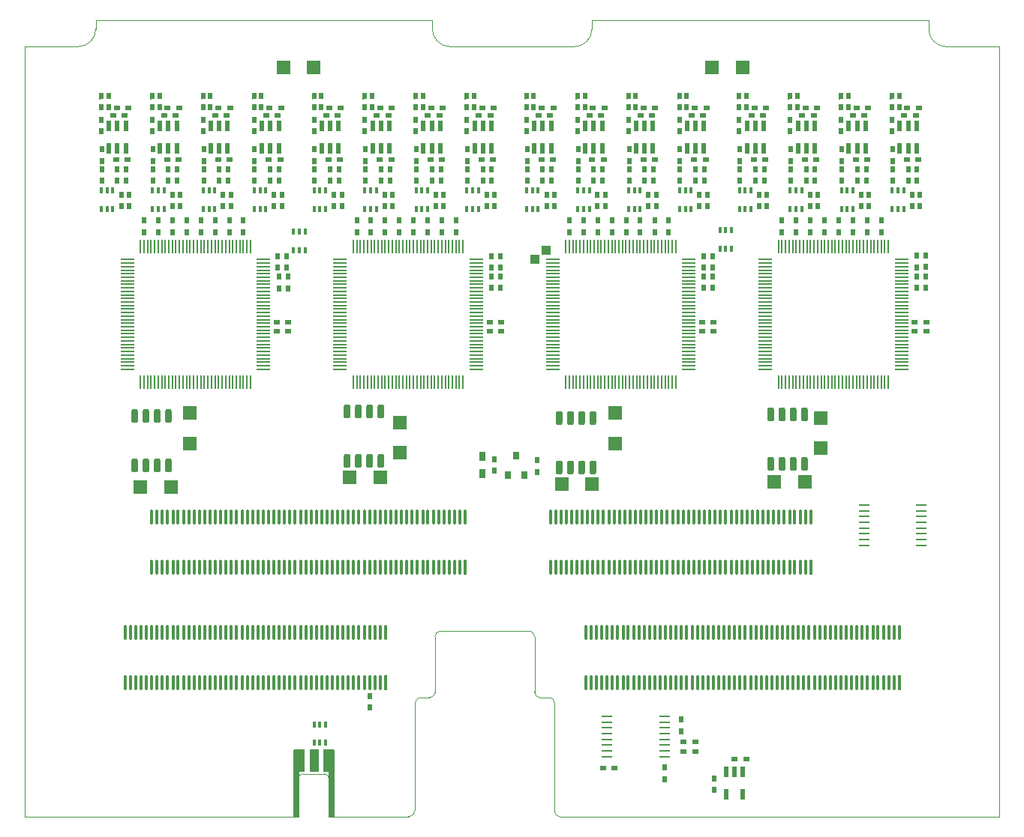
<source format=gtp>
G04 This is an RS-274x file exported by *
G04 gerbv version 2.4.0 *
G04 More information is available about gerbv at *
G04 http://gerbv.gpleda.org/ *
G04 --End of header info--*
%MOIN*%
%FSLAX23Y23*%
%IPPOS*%
%IN "carrier13.revD.layout.p"*%
G04 --Define apertures--*
%ADD10C,0.0010*%
%ADD11C,0.0050*%
%ADD12C,0.0100*%
%ADD13R,0.0600X0.0600*%
%ADD14R,0.0138X0.0669*%
%ADD15O,0.0138X0.0669*%
%ADD16R,0.0200X0.0500*%
%ADD17R,0.0315X0.0197*%
%ADD18R,0.0197X0.0315*%
%ADD19R,0.0256X0.0374*%
%ADD20R,0.0315X0.0433*%
%ADD21R,0.0492X0.0098*%
%ADD22O,0.0492X0.0098*%
%ADD23R,0.0394X0.0394*%
%ADD24R,0.0059X0.0059*%
%ADD25C,0.0000*%
%ADD26O,0.0079X0.0650*%
%ADD27O,0.0650X0.0079*%
%ADD28R,0.0158X0.0276*%
%ADD29C,0.0039*%
%ADD30R,0.0709X0.0984*%
%ADD31R,0.0433X0.0984*%
%ADD32R,0.0512X0.0984*%
G04 --Start main section--*
G54D11*
G01X02157Y01004D02*
G01X02176Y01004D01*
G01X02176Y01004D02*
G01X02176Y01295D01*
G01X02176Y01295D02*
G01X02157Y01295D01*
G01X02157Y01295D02*
G01X02157Y01004D01*
G01X02158Y01004D02*
G01X02158Y01295D01*
G01X02160Y01004D02*
G01X02160Y01295D01*
G01X02163Y01004D02*
G01X02163Y01295D01*
G01X02165Y01004D02*
G01X02165Y01295D01*
G01X02168Y01004D02*
G01X02168Y01295D01*
G01X02170Y01004D02*
G01X02170Y01295D01*
G01X02173Y01004D02*
G01X02173Y01295D01*
G01X02175Y01004D02*
G01X02175Y01295D01*
G01X02000Y01004D02*
G01X02018Y01004D01*
G01X02018Y01004D02*
G01X02018Y01295D01*
G01X02018Y01295D02*
G01X02000Y01295D01*
G01X02000Y01295D02*
G01X02000Y01004D01*
G01X02000Y01004D02*
G01X02000Y01295D01*
G01X02003Y01004D02*
G01X02003Y01295D01*
G01X02005Y01004D02*
G01X02005Y01295D01*
G01X02008Y01004D02*
G01X02008Y01295D01*
G01X02010Y01004D02*
G01X02010Y01295D01*
G01X02013Y01004D02*
G01X02013Y01295D01*
G01X02015Y01004D02*
G01X02015Y01295D01*
G01X02018Y01004D02*
G01X02018Y01295D01*
G54D12*
G01X01431Y02808D02*
G01X01447Y02808D01*
G01X01447Y02808D02*
G01X01449Y02806D01*
G01X01449Y02806D02*
G01X01449Y02760D01*
G01X01449Y02760D02*
G01X01447Y02758D01*
G01X01447Y02758D02*
G01X01431Y02758D01*
G01X01431Y02758D02*
G01X01429Y02760D01*
G01X01429Y02760D02*
G01X01429Y02806D01*
G01X01429Y02806D02*
G01X01431Y02808D01*
G01X01429Y02760D02*
G01X01449Y02760D01*
G01X01429Y02770D02*
G01X01449Y02770D01*
G01X01429Y02780D02*
G01X01449Y02780D01*
G01X01429Y02790D02*
G01X01449Y02790D01*
G01X01429Y02800D02*
G01X01449Y02800D01*
G01X01430Y02759D02*
G01X01430Y02807D01*
G01X01440Y02758D02*
G01X01440Y02808D01*
G01X01381Y02808D02*
G01X01397Y02808D01*
G01X01397Y02808D02*
G01X01399Y02806D01*
G01X01399Y02806D02*
G01X01399Y02760D01*
G01X01399Y02760D02*
G01X01397Y02758D01*
G01X01397Y02758D02*
G01X01381Y02758D01*
G01X01381Y02758D02*
G01X01379Y02760D01*
G01X01379Y02760D02*
G01X01379Y02806D01*
G01X01379Y02806D02*
G01X01381Y02808D01*
G01X01379Y02760D02*
G01X01399Y02760D01*
G01X01379Y02770D02*
G01X01399Y02770D01*
G01X01379Y02780D02*
G01X01399Y02780D01*
G01X01379Y02790D02*
G01X01399Y02790D01*
G01X01379Y02800D02*
G01X01399Y02800D01*
G01X01380Y02759D02*
G01X01380Y02807D01*
G01X01390Y02758D02*
G01X01390Y02808D01*
G01X01331Y02808D02*
G01X01347Y02808D01*
G01X01347Y02808D02*
G01X01349Y02806D01*
G01X01349Y02806D02*
G01X01349Y02760D01*
G01X01349Y02760D02*
G01X01347Y02758D01*
G01X01347Y02758D02*
G01X01331Y02758D01*
G01X01331Y02758D02*
G01X01329Y02760D01*
G01X01329Y02760D02*
G01X01329Y02806D01*
G01X01329Y02806D02*
G01X01331Y02808D01*
G01X01329Y02760D02*
G01X01349Y02760D01*
G01X01329Y02770D02*
G01X01349Y02770D01*
G01X01329Y02780D02*
G01X01349Y02780D01*
G01X01329Y02790D02*
G01X01349Y02790D01*
G01X01329Y02800D02*
G01X01349Y02800D01*
G01X01330Y02759D02*
G01X01330Y02807D01*
G01X01340Y02758D02*
G01X01340Y02808D01*
G01X01281Y02808D02*
G01X01297Y02808D01*
G01X01297Y02808D02*
G01X01299Y02806D01*
G01X01299Y02806D02*
G01X01299Y02760D01*
G01X01299Y02760D02*
G01X01297Y02758D01*
G01X01297Y02758D02*
G01X01281Y02758D01*
G01X01281Y02758D02*
G01X01279Y02760D01*
G01X01279Y02760D02*
G01X01279Y02806D01*
G01X01279Y02806D02*
G01X01281Y02808D01*
G01X01279Y02760D02*
G01X01299Y02760D01*
G01X01279Y02770D02*
G01X01299Y02770D01*
G01X01279Y02780D02*
G01X01299Y02780D01*
G01X01279Y02790D02*
G01X01299Y02790D01*
G01X01279Y02800D02*
G01X01299Y02800D01*
G01X01280Y02759D02*
G01X01280Y02807D01*
G01X01290Y02758D02*
G01X01290Y02808D01*
G01X01281Y02588D02*
G01X01297Y02588D01*
G01X01297Y02588D02*
G01X01299Y02586D01*
G01X01299Y02586D02*
G01X01299Y02540D01*
G01X01299Y02540D02*
G01X01297Y02538D01*
G01X01297Y02538D02*
G01X01281Y02538D01*
G01X01281Y02538D02*
G01X01279Y02540D01*
G01X01279Y02540D02*
G01X01279Y02586D01*
G01X01279Y02586D02*
G01X01281Y02588D01*
G01X01279Y02540D02*
G01X01299Y02540D01*
G01X01279Y02550D02*
G01X01299Y02550D01*
G01X01279Y02560D02*
G01X01299Y02560D01*
G01X01279Y02570D02*
G01X01299Y02570D01*
G01X01279Y02580D02*
G01X01299Y02580D01*
G01X01280Y02539D02*
G01X01280Y02587D01*
G01X01290Y02538D02*
G01X01290Y02588D01*
G01X01331Y02588D02*
G01X01347Y02588D01*
G01X01347Y02588D02*
G01X01349Y02586D01*
G01X01349Y02586D02*
G01X01349Y02540D01*
G01X01349Y02540D02*
G01X01347Y02538D01*
G01X01347Y02538D02*
G01X01331Y02538D01*
G01X01331Y02538D02*
G01X01329Y02540D01*
G01X01329Y02540D02*
G01X01329Y02586D01*
G01X01329Y02586D02*
G01X01331Y02588D01*
G01X01329Y02540D02*
G01X01349Y02540D01*
G01X01329Y02550D02*
G01X01349Y02550D01*
G01X01329Y02560D02*
G01X01349Y02560D01*
G01X01329Y02570D02*
G01X01349Y02570D01*
G01X01329Y02580D02*
G01X01349Y02580D01*
G01X01330Y02539D02*
G01X01330Y02587D01*
G01X01340Y02538D02*
G01X01340Y02588D01*
G01X01381Y02588D02*
G01X01397Y02588D01*
G01X01397Y02588D02*
G01X01399Y02586D01*
G01X01399Y02586D02*
G01X01399Y02540D01*
G01X01399Y02540D02*
G01X01397Y02538D01*
G01X01397Y02538D02*
G01X01381Y02538D01*
G01X01381Y02538D02*
G01X01379Y02540D01*
G01X01379Y02540D02*
G01X01379Y02586D01*
G01X01379Y02586D02*
G01X01381Y02588D01*
G01X01379Y02540D02*
G01X01399Y02540D01*
G01X01379Y02550D02*
G01X01399Y02550D01*
G01X01379Y02560D02*
G01X01399Y02560D01*
G01X01379Y02570D02*
G01X01399Y02570D01*
G01X01379Y02580D02*
G01X01399Y02580D01*
G01X01380Y02539D02*
G01X01380Y02587D01*
G01X01390Y02538D02*
G01X01390Y02588D01*
G01X01431Y02588D02*
G01X01447Y02588D01*
G01X01447Y02588D02*
G01X01449Y02586D01*
G01X01449Y02586D02*
G01X01449Y02540D01*
G01X01449Y02540D02*
G01X01447Y02538D01*
G01X01447Y02538D02*
G01X01431Y02538D01*
G01X01431Y02538D02*
G01X01429Y02540D01*
G01X01429Y02540D02*
G01X01429Y02586D01*
G01X01429Y02586D02*
G01X01431Y02588D01*
G01X01429Y02540D02*
G01X01449Y02540D01*
G01X01429Y02550D02*
G01X01449Y02550D01*
G01X01429Y02560D02*
G01X01449Y02560D01*
G01X01429Y02570D02*
G01X01449Y02570D01*
G01X01429Y02580D02*
G01X01449Y02580D01*
G01X01430Y02539D02*
G01X01430Y02587D01*
G01X01440Y02538D02*
G01X01440Y02588D01*
G01X02376Y02828D02*
G01X02392Y02828D01*
G01X02392Y02828D02*
G01X02394Y02826D01*
G01X02394Y02826D02*
G01X02394Y02780D01*
G01X02394Y02780D02*
G01X02392Y02778D01*
G01X02392Y02778D02*
G01X02376Y02778D01*
G01X02376Y02778D02*
G01X02374Y02780D01*
G01X02374Y02780D02*
G01X02374Y02826D01*
G01X02374Y02826D02*
G01X02376Y02828D01*
G01X02374Y02780D02*
G01X02394Y02780D01*
G01X02374Y02790D02*
G01X02394Y02790D01*
G01X02374Y02800D02*
G01X02394Y02800D01*
G01X02374Y02810D02*
G01X02394Y02810D01*
G01X02374Y02820D02*
G01X02394Y02820D01*
G01X02380Y02778D02*
G01X02380Y02828D01*
G01X02390Y02778D02*
G01X02390Y02828D01*
G01X02326Y02828D02*
G01X02342Y02828D01*
G01X02342Y02828D02*
G01X02344Y02826D01*
G01X02344Y02826D02*
G01X02344Y02780D01*
G01X02344Y02780D02*
G01X02342Y02778D01*
G01X02342Y02778D02*
G01X02326Y02778D01*
G01X02326Y02778D02*
G01X02324Y02780D01*
G01X02324Y02780D02*
G01X02324Y02826D01*
G01X02324Y02826D02*
G01X02326Y02828D01*
G01X02324Y02780D02*
G01X02344Y02780D01*
G01X02324Y02790D02*
G01X02344Y02790D01*
G01X02324Y02800D02*
G01X02344Y02800D01*
G01X02324Y02810D02*
G01X02344Y02810D01*
G01X02324Y02820D02*
G01X02344Y02820D01*
G01X02330Y02778D02*
G01X02330Y02828D01*
G01X02340Y02778D02*
G01X02340Y02828D01*
G01X02276Y02828D02*
G01X02292Y02828D01*
G01X02292Y02828D02*
G01X02294Y02826D01*
G01X02294Y02826D02*
G01X02294Y02780D01*
G01X02294Y02780D02*
G01X02292Y02778D01*
G01X02292Y02778D02*
G01X02276Y02778D01*
G01X02276Y02778D02*
G01X02274Y02780D01*
G01X02274Y02780D02*
G01X02274Y02826D01*
G01X02274Y02826D02*
G01X02276Y02828D01*
G01X02274Y02780D02*
G01X02294Y02780D01*
G01X02274Y02790D02*
G01X02294Y02790D01*
G01X02274Y02800D02*
G01X02294Y02800D01*
G01X02274Y02810D02*
G01X02294Y02810D01*
G01X02274Y02820D02*
G01X02294Y02820D01*
G01X02280Y02778D02*
G01X02280Y02828D01*
G01X02290Y02778D02*
G01X02290Y02828D01*
G01X02226Y02828D02*
G01X02242Y02828D01*
G01X02242Y02828D02*
G01X02244Y02826D01*
G01X02244Y02826D02*
G01X02244Y02780D01*
G01X02244Y02780D02*
G01X02242Y02778D01*
G01X02242Y02778D02*
G01X02226Y02778D01*
G01X02226Y02778D02*
G01X02224Y02780D01*
G01X02224Y02780D02*
G01X02224Y02826D01*
G01X02224Y02826D02*
G01X02226Y02828D01*
G01X02224Y02780D02*
G01X02244Y02780D01*
G01X02224Y02790D02*
G01X02244Y02790D01*
G01X02224Y02800D02*
G01X02244Y02800D01*
G01X02224Y02810D02*
G01X02244Y02810D01*
G01X02224Y02820D02*
G01X02244Y02820D01*
G01X02230Y02778D02*
G01X02230Y02828D01*
G01X02240Y02778D02*
G01X02240Y02828D01*
G01X02226Y02608D02*
G01X02242Y02608D01*
G01X02242Y02608D02*
G01X02244Y02606D01*
G01X02244Y02606D02*
G01X02244Y02560D01*
G01X02244Y02560D02*
G01X02242Y02558D01*
G01X02242Y02558D02*
G01X02226Y02558D01*
G01X02226Y02558D02*
G01X02224Y02560D01*
G01X02224Y02560D02*
G01X02224Y02606D01*
G01X02224Y02606D02*
G01X02226Y02608D01*
G01X02224Y02560D02*
G01X02244Y02560D01*
G01X02224Y02570D02*
G01X02244Y02570D01*
G01X02224Y02580D02*
G01X02244Y02580D01*
G01X02224Y02590D02*
G01X02244Y02590D01*
G01X02224Y02600D02*
G01X02244Y02600D01*
G01X02230Y02558D02*
G01X02230Y02608D01*
G01X02240Y02558D02*
G01X02240Y02608D01*
G01X02276Y02608D02*
G01X02292Y02608D01*
G01X02292Y02608D02*
G01X02294Y02606D01*
G01X02294Y02606D02*
G01X02294Y02560D01*
G01X02294Y02560D02*
G01X02292Y02558D01*
G01X02292Y02558D02*
G01X02276Y02558D01*
G01X02276Y02558D02*
G01X02274Y02560D01*
G01X02274Y02560D02*
G01X02274Y02606D01*
G01X02274Y02606D02*
G01X02276Y02608D01*
G01X02274Y02560D02*
G01X02294Y02560D01*
G01X02274Y02570D02*
G01X02294Y02570D01*
G01X02274Y02580D02*
G01X02294Y02580D01*
G01X02274Y02590D02*
G01X02294Y02590D01*
G01X02274Y02600D02*
G01X02294Y02600D01*
G01X02280Y02558D02*
G01X02280Y02608D01*
G01X02290Y02558D02*
G01X02290Y02608D01*
G01X02326Y02608D02*
G01X02342Y02608D01*
G01X02342Y02608D02*
G01X02344Y02606D01*
G01X02344Y02606D02*
G01X02344Y02560D01*
G01X02344Y02560D02*
G01X02342Y02558D01*
G01X02342Y02558D02*
G01X02326Y02558D01*
G01X02326Y02558D02*
G01X02324Y02560D01*
G01X02324Y02560D02*
G01X02324Y02606D01*
G01X02324Y02606D02*
G01X02326Y02608D01*
G01X02324Y02560D02*
G01X02344Y02560D01*
G01X02324Y02570D02*
G01X02344Y02570D01*
G01X02324Y02580D02*
G01X02344Y02580D01*
G01X02324Y02590D02*
G01X02344Y02590D01*
G01X02324Y02600D02*
G01X02344Y02600D01*
G01X02330Y02558D02*
G01X02330Y02608D01*
G01X02340Y02558D02*
G01X02340Y02608D01*
G01X02376Y02608D02*
G01X02392Y02608D01*
G01X02392Y02608D02*
G01X02394Y02606D01*
G01X02394Y02606D02*
G01X02394Y02560D01*
G01X02394Y02560D02*
G01X02392Y02558D01*
G01X02392Y02558D02*
G01X02376Y02558D01*
G01X02376Y02558D02*
G01X02374Y02560D01*
G01X02374Y02560D02*
G01X02374Y02606D01*
G01X02374Y02606D02*
G01X02376Y02608D01*
G01X02374Y02560D02*
G01X02394Y02560D01*
G01X02374Y02570D02*
G01X02394Y02570D01*
G01X02374Y02580D02*
G01X02394Y02580D01*
G01X02374Y02590D02*
G01X02394Y02590D01*
G01X02374Y02600D02*
G01X02394Y02600D01*
G01X02380Y02558D02*
G01X02380Y02608D01*
G01X02390Y02558D02*
G01X02390Y02608D01*
G01X03317Y02800D02*
G01X03333Y02800D01*
G01X03333Y02800D02*
G01X03335Y02798D01*
G01X03335Y02798D02*
G01X03335Y02752D01*
G01X03335Y02752D02*
G01X03333Y02750D01*
G01X03333Y02750D02*
G01X03317Y02750D01*
G01X03317Y02750D02*
G01X03315Y02752D01*
G01X03315Y02752D02*
G01X03315Y02798D01*
G01X03315Y02798D02*
G01X03317Y02800D01*
G01X03317Y02750D02*
G01X03333Y02750D01*
G01X03315Y02760D02*
G01X03335Y02760D01*
G01X03315Y02770D02*
G01X03335Y02770D01*
G01X03315Y02780D02*
G01X03335Y02780D01*
G01X03315Y02790D02*
G01X03335Y02790D01*
G01X03317Y02800D02*
G01X03333Y02800D01*
G01X03320Y02750D02*
G01X03320Y02800D01*
G01X03330Y02750D02*
G01X03330Y02800D01*
G01X03267Y02800D02*
G01X03283Y02800D01*
G01X03283Y02800D02*
G01X03285Y02798D01*
G01X03285Y02798D02*
G01X03285Y02752D01*
G01X03285Y02752D02*
G01X03283Y02750D01*
G01X03283Y02750D02*
G01X03267Y02750D01*
G01X03267Y02750D02*
G01X03265Y02752D01*
G01X03265Y02752D02*
G01X03265Y02798D01*
G01X03265Y02798D02*
G01X03267Y02800D01*
G01X03267Y02750D02*
G01X03283Y02750D01*
G01X03265Y02760D02*
G01X03285Y02760D01*
G01X03265Y02770D02*
G01X03285Y02770D01*
G01X03265Y02780D02*
G01X03285Y02780D01*
G01X03265Y02790D02*
G01X03285Y02790D01*
G01X03267Y02800D02*
G01X03283Y02800D01*
G01X03270Y02750D02*
G01X03270Y02800D01*
G01X03280Y02750D02*
G01X03280Y02800D01*
G01X03217Y02800D02*
G01X03233Y02800D01*
G01X03233Y02800D02*
G01X03235Y02798D01*
G01X03235Y02798D02*
G01X03235Y02752D01*
G01X03235Y02752D02*
G01X03233Y02750D01*
G01X03233Y02750D02*
G01X03217Y02750D01*
G01X03217Y02750D02*
G01X03215Y02752D01*
G01X03215Y02752D02*
G01X03215Y02798D01*
G01X03215Y02798D02*
G01X03217Y02800D01*
G01X03217Y02750D02*
G01X03233Y02750D01*
G01X03215Y02760D02*
G01X03235Y02760D01*
G01X03215Y02770D02*
G01X03235Y02770D01*
G01X03215Y02780D02*
G01X03235Y02780D01*
G01X03215Y02790D02*
G01X03235Y02790D01*
G01X03217Y02800D02*
G01X03233Y02800D01*
G01X03220Y02750D02*
G01X03220Y02800D01*
G01X03230Y02750D02*
G01X03230Y02800D01*
G01X03167Y02800D02*
G01X03183Y02800D01*
G01X03183Y02800D02*
G01X03185Y02798D01*
G01X03185Y02798D02*
G01X03185Y02752D01*
G01X03185Y02752D02*
G01X03183Y02750D01*
G01X03183Y02750D02*
G01X03167Y02750D01*
G01X03167Y02750D02*
G01X03165Y02752D01*
G01X03165Y02752D02*
G01X03165Y02798D01*
G01X03165Y02798D02*
G01X03167Y02800D01*
G01X03167Y02750D02*
G01X03183Y02750D01*
G01X03165Y02760D02*
G01X03185Y02760D01*
G01X03165Y02770D02*
G01X03185Y02770D01*
G01X03165Y02780D02*
G01X03185Y02780D01*
G01X03165Y02790D02*
G01X03185Y02790D01*
G01X03167Y02800D02*
G01X03183Y02800D01*
G01X03170Y02750D02*
G01X03170Y02800D01*
G01X03180Y02750D02*
G01X03180Y02800D01*
G01X03167Y02580D02*
G01X03183Y02580D01*
G01X03183Y02580D02*
G01X03185Y02578D01*
G01X03185Y02578D02*
G01X03185Y02532D01*
G01X03185Y02532D02*
G01X03183Y02530D01*
G01X03183Y02530D02*
G01X03167Y02530D01*
G01X03167Y02530D02*
G01X03165Y02532D01*
G01X03165Y02532D02*
G01X03165Y02578D01*
G01X03165Y02578D02*
G01X03167Y02580D01*
G01X03167Y02530D02*
G01X03183Y02530D01*
G01X03165Y02540D02*
G01X03185Y02540D01*
G01X03165Y02550D02*
G01X03185Y02550D01*
G01X03165Y02560D02*
G01X03185Y02560D01*
G01X03165Y02570D02*
G01X03185Y02570D01*
G01X03167Y02580D02*
G01X03183Y02580D01*
G01X03170Y02530D02*
G01X03170Y02580D01*
G01X03180Y02530D02*
G01X03180Y02580D01*
G01X03217Y02580D02*
G01X03233Y02580D01*
G01X03233Y02580D02*
G01X03235Y02578D01*
G01X03235Y02578D02*
G01X03235Y02532D01*
G01X03235Y02532D02*
G01X03233Y02530D01*
G01X03233Y02530D02*
G01X03217Y02530D01*
G01X03217Y02530D02*
G01X03215Y02532D01*
G01X03215Y02532D02*
G01X03215Y02578D01*
G01X03215Y02578D02*
G01X03217Y02580D01*
G01X03217Y02530D02*
G01X03233Y02530D01*
G01X03215Y02540D02*
G01X03235Y02540D01*
G01X03215Y02550D02*
G01X03235Y02550D01*
G01X03215Y02560D02*
G01X03235Y02560D01*
G01X03215Y02570D02*
G01X03235Y02570D01*
G01X03217Y02580D02*
G01X03233Y02580D01*
G01X03220Y02530D02*
G01X03220Y02580D01*
G01X03230Y02530D02*
G01X03230Y02580D01*
G01X03267Y02580D02*
G01X03283Y02580D01*
G01X03283Y02580D02*
G01X03285Y02578D01*
G01X03285Y02578D02*
G01X03285Y02532D01*
G01X03285Y02532D02*
G01X03283Y02530D01*
G01X03283Y02530D02*
G01X03267Y02530D01*
G01X03267Y02530D02*
G01X03265Y02532D01*
G01X03265Y02532D02*
G01X03265Y02578D01*
G01X03265Y02578D02*
G01X03267Y02580D01*
G01X03267Y02530D02*
G01X03283Y02530D01*
G01X03265Y02540D02*
G01X03285Y02540D01*
G01X03265Y02550D02*
G01X03285Y02550D01*
G01X03265Y02560D02*
G01X03285Y02560D01*
G01X03265Y02570D02*
G01X03285Y02570D01*
G01X03267Y02580D02*
G01X03283Y02580D01*
G01X03270Y02530D02*
G01X03270Y02580D01*
G01X03280Y02530D02*
G01X03280Y02580D01*
G01X03317Y02580D02*
G01X03333Y02580D01*
G01X03333Y02580D02*
G01X03335Y02578D01*
G01X03335Y02578D02*
G01X03335Y02532D01*
G01X03335Y02532D02*
G01X03333Y02530D01*
G01X03333Y02530D02*
G01X03317Y02530D01*
G01X03317Y02530D02*
G01X03315Y02532D01*
G01X03315Y02532D02*
G01X03315Y02578D01*
G01X03315Y02578D02*
G01X03317Y02580D01*
G01X03317Y02530D02*
G01X03333Y02530D01*
G01X03315Y02540D02*
G01X03335Y02540D01*
G01X03315Y02550D02*
G01X03335Y02550D01*
G01X03315Y02560D02*
G01X03335Y02560D01*
G01X03315Y02570D02*
G01X03335Y02570D01*
G01X03317Y02580D02*
G01X03333Y02580D01*
G01X03320Y02530D02*
G01X03320Y02580D01*
G01X03330Y02530D02*
G01X03330Y02580D01*
G01X04257Y02815D02*
G01X04273Y02815D01*
G01X04273Y02815D02*
G01X04275Y02813D01*
G01X04275Y02813D02*
G01X04275Y02767D01*
G01X04275Y02767D02*
G01X04273Y02765D01*
G01X04273Y02765D02*
G01X04257Y02765D01*
G01X04257Y02765D02*
G01X04255Y02767D01*
G01X04255Y02767D02*
G01X04255Y02813D01*
G01X04255Y02813D02*
G01X04257Y02815D01*
G01X04255Y02770D02*
G01X04275Y02770D01*
G01X04255Y02780D02*
G01X04275Y02780D01*
G01X04255Y02790D02*
G01X04275Y02790D01*
G01X04255Y02800D02*
G01X04275Y02800D01*
G01X04255Y02810D02*
G01X04275Y02810D01*
G01X04260Y02765D02*
G01X04260Y02815D01*
G01X04270Y02765D02*
G01X04270Y02815D01*
G01X04207Y02815D02*
G01X04223Y02815D01*
G01X04223Y02815D02*
G01X04225Y02813D01*
G01X04225Y02813D02*
G01X04225Y02767D01*
G01X04225Y02767D02*
G01X04223Y02765D01*
G01X04223Y02765D02*
G01X04207Y02765D01*
G01X04207Y02765D02*
G01X04205Y02767D01*
G01X04205Y02767D02*
G01X04205Y02813D01*
G01X04205Y02813D02*
G01X04207Y02815D01*
G01X04205Y02770D02*
G01X04225Y02770D01*
G01X04205Y02780D02*
G01X04225Y02780D01*
G01X04205Y02790D02*
G01X04225Y02790D01*
G01X04205Y02800D02*
G01X04225Y02800D01*
G01X04205Y02810D02*
G01X04225Y02810D01*
G01X04210Y02765D02*
G01X04210Y02815D01*
G01X04220Y02765D02*
G01X04220Y02815D01*
G01X04157Y02815D02*
G01X04173Y02815D01*
G01X04173Y02815D02*
G01X04175Y02813D01*
G01X04175Y02813D02*
G01X04175Y02767D01*
G01X04175Y02767D02*
G01X04173Y02765D01*
G01X04173Y02765D02*
G01X04157Y02765D01*
G01X04157Y02765D02*
G01X04155Y02767D01*
G01X04155Y02767D02*
G01X04155Y02813D01*
G01X04155Y02813D02*
G01X04157Y02815D01*
G01X04155Y02770D02*
G01X04175Y02770D01*
G01X04155Y02780D02*
G01X04175Y02780D01*
G01X04155Y02790D02*
G01X04175Y02790D01*
G01X04155Y02800D02*
G01X04175Y02800D01*
G01X04155Y02810D02*
G01X04175Y02810D01*
G01X04160Y02765D02*
G01X04160Y02815D01*
G01X04170Y02765D02*
G01X04170Y02815D01*
G01X04107Y02815D02*
G01X04123Y02815D01*
G01X04123Y02815D02*
G01X04125Y02813D01*
G01X04125Y02813D02*
G01X04125Y02767D01*
G01X04125Y02767D02*
G01X04123Y02765D01*
G01X04123Y02765D02*
G01X04107Y02765D01*
G01X04107Y02765D02*
G01X04105Y02767D01*
G01X04105Y02767D02*
G01X04105Y02813D01*
G01X04105Y02813D02*
G01X04107Y02815D01*
G01X04105Y02770D02*
G01X04125Y02770D01*
G01X04105Y02780D02*
G01X04125Y02780D01*
G01X04105Y02790D02*
G01X04125Y02790D01*
G01X04105Y02800D02*
G01X04125Y02800D01*
G01X04105Y02810D02*
G01X04125Y02810D01*
G01X04110Y02765D02*
G01X04110Y02815D01*
G01X04120Y02765D02*
G01X04120Y02815D01*
G01X04107Y02595D02*
G01X04123Y02595D01*
G01X04123Y02595D02*
G01X04125Y02593D01*
G01X04125Y02593D02*
G01X04125Y02547D01*
G01X04125Y02547D02*
G01X04123Y02545D01*
G01X04123Y02545D02*
G01X04107Y02545D01*
G01X04107Y02545D02*
G01X04105Y02547D01*
G01X04105Y02547D02*
G01X04105Y02593D01*
G01X04105Y02593D02*
G01X04107Y02595D01*
G01X04105Y02550D02*
G01X04125Y02550D01*
G01X04105Y02560D02*
G01X04125Y02560D01*
G01X04105Y02570D02*
G01X04125Y02570D01*
G01X04105Y02580D02*
G01X04125Y02580D01*
G01X04105Y02590D02*
G01X04125Y02590D01*
G01X04110Y02545D02*
G01X04110Y02595D01*
G01X04120Y02545D02*
G01X04120Y02595D01*
G01X04157Y02595D02*
G01X04173Y02595D01*
G01X04173Y02595D02*
G01X04175Y02593D01*
G01X04175Y02593D02*
G01X04175Y02547D01*
G01X04175Y02547D02*
G01X04173Y02545D01*
G01X04173Y02545D02*
G01X04157Y02545D01*
G01X04157Y02545D02*
G01X04155Y02547D01*
G01X04155Y02547D02*
G01X04155Y02593D01*
G01X04155Y02593D02*
G01X04157Y02595D01*
G01X04155Y02550D02*
G01X04175Y02550D01*
G01X04155Y02560D02*
G01X04175Y02560D01*
G01X04155Y02570D02*
G01X04175Y02570D01*
G01X04155Y02580D02*
G01X04175Y02580D01*
G01X04155Y02590D02*
G01X04175Y02590D01*
G01X04160Y02545D02*
G01X04160Y02595D01*
G01X04170Y02545D02*
G01X04170Y02595D01*
G01X04207Y02595D02*
G01X04223Y02595D01*
G01X04223Y02595D02*
G01X04225Y02593D01*
G01X04225Y02593D02*
G01X04225Y02547D01*
G01X04225Y02547D02*
G01X04223Y02545D01*
G01X04223Y02545D02*
G01X04207Y02545D01*
G01X04207Y02545D02*
G01X04205Y02547D01*
G01X04205Y02547D02*
G01X04205Y02593D01*
G01X04205Y02593D02*
G01X04207Y02595D01*
G01X04205Y02550D02*
G01X04225Y02550D01*
G01X04205Y02560D02*
G01X04225Y02560D01*
G01X04205Y02570D02*
G01X04225Y02570D01*
G01X04205Y02580D02*
G01X04225Y02580D01*
G01X04205Y02590D02*
G01X04225Y02590D01*
G01X04210Y02545D02*
G01X04210Y02595D01*
G01X04220Y02545D02*
G01X04220Y02595D01*
G01X04257Y02595D02*
G01X04273Y02595D01*
G01X04273Y02595D02*
G01X04275Y02593D01*
G01X04275Y02593D02*
G01X04275Y02547D01*
G01X04275Y02547D02*
G01X04273Y02545D01*
G01X04273Y02545D02*
G01X04257Y02545D01*
G01X04257Y02545D02*
G01X04255Y02547D01*
G01X04255Y02547D02*
G01X04255Y02593D01*
G01X04255Y02593D02*
G01X04257Y02595D01*
G01X04255Y02550D02*
G01X04275Y02550D01*
G01X04255Y02560D02*
G01X04275Y02560D01*
G01X04255Y02570D02*
G01X04275Y02570D01*
G01X04255Y02580D02*
G01X04275Y02580D01*
G01X04255Y02590D02*
G01X04275Y02590D01*
G01X04260Y02545D02*
G01X04260Y02595D01*
G01X04270Y02545D02*
G01X04270Y02595D01*
G54D13*
G01X01451Y02467D03*
G01X01316Y02467D03*
G01X01536Y02795D03*
G01X01536Y02660D03*
G01X02381Y02511D03*
G01X02246Y02511D03*
G01X02470Y02753D03*
G01X02470Y02618D03*
G01X03323Y02480D03*
G01X03188Y02480D03*
G01X03426Y02795D03*
G01X03426Y02660D03*
G01X04268Y02490D03*
G01X04133Y02490D03*
G01X04340Y02773D03*
G01X04340Y02638D03*
G01X03857Y04332D03*
G01X03992Y04332D03*
G01X02086Y04334D03*
G01X01951Y04334D03*
G54D14*
G01X02760Y02108D03*
G01X02406Y01596D03*
G01X04689Y01596D03*
G01X04295Y02108D03*
G54D15*
G01X02736Y02108D03*
G01X02713Y02108D03*
G01X02689Y02108D03*
G01X02665Y02108D03*
G01X02642Y02108D03*
G01X02618Y02108D03*
G01X02594Y02108D03*
G01X02571Y02108D03*
G01X02547Y02108D03*
G01X02524Y02108D03*
G01X02500Y02108D03*
G01X02476Y02108D03*
G01X02453Y02108D03*
G01X02429Y02108D03*
G01X02406Y02108D03*
G01X02382Y02108D03*
G01X02358Y02108D03*
G01X02335Y02108D03*
G01X02311Y02108D03*
G01X02287Y02108D03*
G01X02264Y02108D03*
G01X02240Y02108D03*
G01X02217Y02108D03*
G01X02193Y02108D03*
G01X02169Y02108D03*
G01X02146Y02108D03*
G01X02122Y02108D03*
G01X02098Y02108D03*
G01X02075Y02108D03*
G01X02051Y02108D03*
G01X02028Y02108D03*
G01X02004Y02108D03*
G01X01980Y02108D03*
G01X01957Y02108D03*
G01X01933Y02108D03*
G01X01909Y02108D03*
G01X01886Y02108D03*
G01X01862Y02108D03*
G01X01839Y02108D03*
G01X01815Y02108D03*
G01X01791Y02108D03*
G01X01768Y02108D03*
G01X01744Y02108D03*
G01X01720Y02108D03*
G01X01697Y02108D03*
G01X01673Y02108D03*
G01X01650Y02108D03*
G01X01626Y02108D03*
G01X01602Y02108D03*
G01X01579Y02108D03*
G01X01555Y02108D03*
G01X01532Y02108D03*
G01X01508Y02108D03*
G01X01484Y02108D03*
G01X01461Y02108D03*
G01X01437Y02108D03*
G01X01413Y02108D03*
G01X01390Y02108D03*
G01X01366Y02108D03*
G01X01366Y02333D03*
G01X01390Y02333D03*
G01X01413Y02333D03*
G01X01437Y02333D03*
G01X01461Y02333D03*
G01X01484Y02333D03*
G01X01508Y02333D03*
G01X01532Y02333D03*
G01X01555Y02333D03*
G01X01579Y02333D03*
G01X01602Y02333D03*
G01X01626Y02333D03*
G01X01650Y02333D03*
G01X01673Y02333D03*
G01X01697Y02333D03*
G01X01720Y02333D03*
G01X01744Y02333D03*
G01X01768Y02333D03*
G01X01791Y02333D03*
G01X01815Y02333D03*
G01X01839Y02333D03*
G01X01862Y02333D03*
G01X01886Y02333D03*
G01X01909Y02333D03*
G01X01933Y02333D03*
G01X01957Y02333D03*
G01X01980Y02333D03*
G01X02004Y02333D03*
G01X02028Y02333D03*
G01X02051Y02333D03*
G01X02075Y02333D03*
G01X02098Y02333D03*
G01X02122Y02333D03*
G01X02146Y02333D03*
G01X02169Y02333D03*
G01X02193Y02333D03*
G01X02217Y02333D03*
G01X02240Y02333D03*
G01X02264Y02333D03*
G01X02287Y02333D03*
G01X02311Y02333D03*
G01X02335Y02333D03*
G01X02358Y02333D03*
G01X02382Y02333D03*
G01X02406Y02333D03*
G01X02429Y02333D03*
G01X02453Y02333D03*
G01X02476Y02333D03*
G01X02500Y02333D03*
G01X02524Y02333D03*
G01X02547Y02333D03*
G01X02571Y02333D03*
G01X02594Y02333D03*
G01X02618Y02333D03*
G01X02642Y02333D03*
G01X02665Y02333D03*
G01X02689Y02333D03*
G01X02713Y02333D03*
G01X02736Y02333D03*
G01X02760Y02333D03*
G01X02382Y01596D03*
G01X02358Y01596D03*
G01X02335Y01596D03*
G01X02311Y01596D03*
G01X02287Y01596D03*
G01X02264Y01596D03*
G01X02240Y01596D03*
G01X02217Y01596D03*
G01X02193Y01596D03*
G01X02169Y01596D03*
G01X02146Y01596D03*
G01X02122Y01596D03*
G01X02098Y01596D03*
G01X02075Y01596D03*
G01X02051Y01596D03*
G01X02028Y01596D03*
G01X02004Y01596D03*
G01X01980Y01596D03*
G01X01957Y01596D03*
G01X01933Y01596D03*
G01X01909Y01596D03*
G01X01886Y01596D03*
G01X01862Y01596D03*
G01X01839Y01596D03*
G01X01815Y01596D03*
G01X01791Y01596D03*
G01X01768Y01596D03*
G01X01744Y01596D03*
G01X01720Y01596D03*
G01X01697Y01596D03*
G01X01673Y01596D03*
G01X01650Y01596D03*
G01X01626Y01596D03*
G01X01602Y01596D03*
G01X01579Y01596D03*
G01X01555Y01596D03*
G01X01532Y01596D03*
G01X01508Y01596D03*
G01X01484Y01596D03*
G01X01461Y01596D03*
G01X01437Y01596D03*
G01X01413Y01596D03*
G01X01390Y01596D03*
G01X01366Y01596D03*
G01X01343Y01596D03*
G01X01319Y01596D03*
G01X01295Y01596D03*
G01X01272Y01596D03*
G01X01248Y01596D03*
G01X01248Y01821D03*
G01X01272Y01821D03*
G01X01295Y01821D03*
G01X01319Y01821D03*
G01X01343Y01821D03*
G01X01366Y01821D03*
G01X01390Y01821D03*
G01X01413Y01821D03*
G01X01437Y01821D03*
G01X01461Y01821D03*
G01X01484Y01821D03*
G01X01508Y01821D03*
G01X01532Y01821D03*
G01X01555Y01821D03*
G01X01579Y01821D03*
G01X01602Y01821D03*
G01X01626Y01821D03*
G01X01650Y01821D03*
G01X01673Y01821D03*
G01X01697Y01821D03*
G01X01720Y01821D03*
G01X01744Y01821D03*
G01X01768Y01821D03*
G01X01791Y01821D03*
G01X01815Y01821D03*
G01X01839Y01821D03*
G01X01862Y01821D03*
G01X01886Y01821D03*
G01X01909Y01821D03*
G01X01933Y01821D03*
G01X01957Y01821D03*
G01X01980Y01821D03*
G01X02004Y01821D03*
G01X02028Y01821D03*
G01X02051Y01821D03*
G01X02075Y01821D03*
G01X02098Y01821D03*
G01X02122Y01821D03*
G01X02146Y01821D03*
G01X02169Y01821D03*
G01X02193Y01821D03*
G01X02217Y01821D03*
G01X02240Y01821D03*
G01X02264Y01821D03*
G01X02287Y01821D03*
G01X02311Y01821D03*
G01X02335Y01821D03*
G01X02358Y01821D03*
G01X02382Y01821D03*
G01X02406Y01821D03*
G01X04665Y01596D03*
G01X04642Y01596D03*
G01X04618Y01596D03*
G01X04594Y01596D03*
G01X04571Y01596D03*
G01X04547Y01596D03*
G01X04524Y01596D03*
G01X04500Y01596D03*
G01X04476Y01596D03*
G01X04453Y01596D03*
G01X04429Y01596D03*
G01X04406Y01596D03*
G01X04382Y01596D03*
G01X04358Y01596D03*
G01X04335Y01596D03*
G01X04311Y01596D03*
G01X04287Y01596D03*
G01X04264Y01596D03*
G01X04240Y01596D03*
G01X04217Y01596D03*
G01X04193Y01596D03*
G01X04169Y01596D03*
G01X04146Y01596D03*
G01X04122Y01596D03*
G01X04098Y01596D03*
G01X04075Y01596D03*
G01X04051Y01596D03*
G01X04028Y01596D03*
G01X04004Y01596D03*
G01X03980Y01596D03*
G01X03957Y01596D03*
G01X03933Y01596D03*
G01X03909Y01596D03*
G01X03886Y01596D03*
G01X03862Y01596D03*
G01X03839Y01596D03*
G01X03815Y01596D03*
G01X03791Y01596D03*
G01X03768Y01596D03*
G01X03744Y01596D03*
G01X03720Y01596D03*
G01X03697Y01596D03*
G01X03673Y01596D03*
G01X03650Y01596D03*
G01X03626Y01596D03*
G01X03602Y01596D03*
G01X03579Y01596D03*
G01X03555Y01596D03*
G01X03532Y01596D03*
G01X03508Y01596D03*
G01X03484Y01596D03*
G01X03461Y01596D03*
G01X03437Y01596D03*
G01X03413Y01596D03*
G01X03390Y01596D03*
G01X03366Y01596D03*
G01X03343Y01596D03*
G01X03319Y01596D03*
G01X03295Y01596D03*
G01X03295Y01821D03*
G01X03319Y01821D03*
G01X03343Y01821D03*
G01X03366Y01821D03*
G01X03390Y01821D03*
G01X03413Y01821D03*
G01X03437Y01821D03*
G01X03461Y01821D03*
G01X03484Y01821D03*
G01X03508Y01821D03*
G01X03532Y01821D03*
G01X03555Y01821D03*
G01X03579Y01821D03*
G01X03602Y01821D03*
G01X03626Y01821D03*
G01X03650Y01821D03*
G01X03673Y01821D03*
G01X03697Y01821D03*
G01X03720Y01821D03*
G01X03744Y01821D03*
G01X03768Y01821D03*
G01X03791Y01821D03*
G01X03815Y01821D03*
G01X03839Y01821D03*
G01X03862Y01821D03*
G01X03886Y01821D03*
G01X03909Y01821D03*
G01X03933Y01821D03*
G01X03957Y01821D03*
G01X03980Y01821D03*
G01X04004Y01821D03*
G01X04028Y01821D03*
G01X04051Y01821D03*
G01X04075Y01821D03*
G01X04098Y01821D03*
G01X04122Y01821D03*
G01X04146Y01821D03*
G01X04169Y01821D03*
G01X04193Y01821D03*
G01X04217Y01821D03*
G01X04240Y01821D03*
G01X04264Y01821D03*
G01X04287Y01821D03*
G01X04311Y01821D03*
G01X04335Y01821D03*
G01X04358Y01821D03*
G01X04382Y01821D03*
G01X04406Y01821D03*
G01X04429Y01821D03*
G01X04453Y01821D03*
G01X04476Y01821D03*
G01X04500Y01821D03*
G01X04524Y01821D03*
G01X04547Y01821D03*
G01X04571Y01821D03*
G01X04594Y01821D03*
G01X04618Y01821D03*
G01X04642Y01821D03*
G01X04665Y01821D03*
G01X04689Y01821D03*
G01X04272Y02108D03*
G01X04248Y02108D03*
G01X04224Y02108D03*
G01X04201Y02108D03*
G01X04177Y02108D03*
G01X04154Y02108D03*
G01X04130Y02108D03*
G01X04106Y02108D03*
G01X04083Y02108D03*
G01X04059Y02108D03*
G01X04035Y02108D03*
G01X04012Y02108D03*
G01X03988Y02108D03*
G01X03965Y02108D03*
G01X03941Y02108D03*
G01X03917Y02108D03*
G01X03894Y02108D03*
G01X03870Y02108D03*
G01X03846Y02108D03*
G01X03823Y02108D03*
G01X03799Y02108D03*
G01X03776Y02108D03*
G01X03752Y02108D03*
G01X03728Y02108D03*
G01X03705Y02108D03*
G01X03681Y02108D03*
G01X03657Y02108D03*
G01X03634Y02108D03*
G01X03610Y02108D03*
G01X03587Y02108D03*
G01X03563Y02108D03*
G01X03539Y02108D03*
G01X03516Y02108D03*
G01X03492Y02108D03*
G01X03469Y02108D03*
G01X03445Y02108D03*
G01X03421Y02108D03*
G01X03398Y02108D03*
G01X03374Y02108D03*
G01X03350Y02108D03*
G01X03327Y02108D03*
G01X03303Y02108D03*
G01X03280Y02108D03*
G01X03256Y02108D03*
G01X03232Y02108D03*
G01X03209Y02108D03*
G01X03185Y02108D03*
G01X03161Y02108D03*
G01X03138Y02108D03*
G01X03138Y02333D03*
G01X03161Y02333D03*
G01X03185Y02333D03*
G01X03209Y02333D03*
G01X03232Y02333D03*
G01X03256Y02333D03*
G01X03280Y02333D03*
G01X03303Y02333D03*
G01X03327Y02333D03*
G01X03350Y02333D03*
G01X03374Y02333D03*
G01X03398Y02333D03*
G01X03421Y02333D03*
G01X03445Y02333D03*
G01X03469Y02333D03*
G01X03492Y02333D03*
G01X03516Y02333D03*
G01X03539Y02333D03*
G01X03563Y02333D03*
G01X03587Y02333D03*
G01X03610Y02333D03*
G01X03634Y02333D03*
G01X03657Y02333D03*
G01X03681Y02333D03*
G01X03705Y02333D03*
G01X03728Y02333D03*
G01X03752Y02333D03*
G01X03776Y02333D03*
G01X03799Y02333D03*
G01X03823Y02333D03*
G01X03846Y02333D03*
G01X03870Y02333D03*
G01X03894Y02333D03*
G01X03917Y02333D03*
G01X03941Y02333D03*
G01X03965Y02333D03*
G01X03988Y02333D03*
G01X04012Y02333D03*
G01X04035Y02333D03*
G01X04059Y02333D03*
G01X04083Y02333D03*
G01X04106Y02333D03*
G01X04130Y02333D03*
G01X04154Y02333D03*
G01X04177Y02333D03*
G01X04201Y02333D03*
G01X04224Y02333D03*
G01X04248Y02333D03*
G01X04272Y02333D03*
G01X04295Y02333D03*
G54D16*
G01X03993Y01199D03*
G01X03956Y01199D03*
G01X03918Y01199D03*
G01X03918Y01099D03*
G01X03993Y01099D03*
G01X01856Y03972D03*
G01X01893Y03972D03*
G01X01931Y03972D03*
G01X01931Y04072D03*
G01X01893Y04072D03*
G01X01856Y04072D03*
G01X02574Y03972D03*
G01X02612Y03972D03*
G01X02649Y03972D03*
G01X02649Y04072D03*
G01X02612Y04072D03*
G01X02574Y04072D03*
G01X02348Y03972D03*
G01X02385Y03972D03*
G01X02423Y03972D03*
G01X02423Y04072D03*
G01X02385Y04072D03*
G01X02348Y04072D03*
G01X02121Y03972D03*
G01X02159Y03972D03*
G01X02196Y03972D03*
G01X02196Y04072D03*
G01X02159Y04072D03*
G01X02121Y04072D03*
G01X03745Y03972D03*
G01X03783Y03972D03*
G01X03820Y03972D03*
G01X03820Y04072D03*
G01X03783Y04072D03*
G01X03745Y04072D03*
G01X03519Y03972D03*
G01X03557Y03972D03*
G01X03594Y03972D03*
G01X03594Y04072D03*
G01X03557Y04072D03*
G01X03519Y04072D03*
G01X01629Y03972D03*
G01X01667Y03972D03*
G01X01704Y03972D03*
G01X01704Y04072D03*
G01X01667Y04072D03*
G01X01629Y04072D03*
G01X03293Y03972D03*
G01X03330Y03972D03*
G01X03368Y03972D03*
G01X03368Y04072D03*
G01X03330Y04072D03*
G01X03293Y04072D03*
G01X03066Y03972D03*
G01X03104Y03972D03*
G01X03141Y03972D03*
G01X03141Y04072D03*
G01X03104Y04072D03*
G01X03066Y04072D03*
G01X04690Y03972D03*
G01X04728Y03972D03*
G01X04765Y03972D03*
G01X04765Y04072D03*
G01X04728Y04072D03*
G01X04690Y04072D03*
G01X04464Y03972D03*
G01X04501Y03972D03*
G01X04539Y03972D03*
G01X04539Y04072D03*
G01X04501Y04072D03*
G01X04464Y04072D03*
G01X04238Y03972D03*
G01X04275Y03972D03*
G01X04313Y03972D03*
G01X04313Y04072D03*
G01X04275Y04072D03*
G01X04238Y04072D03*
G01X04011Y03972D03*
G01X04049Y03972D03*
G01X04086Y03972D03*
G01X04086Y04072D03*
G01X04049Y04072D03*
G01X04011Y04072D03*
G01X01403Y03972D03*
G01X01440Y03972D03*
G01X01478Y03972D03*
G01X01478Y04072D03*
G01X01440Y04072D03*
G01X01403Y04072D03*
G01X01177Y03972D03*
G01X01214Y03972D03*
G01X01252Y03972D03*
G01X01252Y04072D03*
G01X01214Y04072D03*
G01X01177Y04072D03*
G01X02801Y03972D03*
G01X02838Y03972D03*
G01X02876Y03972D03*
G01X02876Y04072D03*
G01X02838Y04072D03*
G01X02801Y04072D03*
G54D17*
G01X01923Y03158D03*
G01X01974Y03158D03*
G01X01923Y03201D03*
G01X01974Y03201D03*
G01X01938Y03923D03*
G01X01887Y03923D03*
G01X01712Y03923D03*
G01X01661Y03923D03*
G01X01486Y03923D03*
G01X01435Y03923D03*
G01X01259Y03923D03*
G01X01208Y03923D03*
G01X01926Y04120D03*
G01X01875Y04120D03*
G01X01700Y04120D03*
G01X01649Y04120D03*
G01X01473Y04120D03*
G01X01422Y04120D03*
G01X01247Y04120D03*
G01X01196Y04120D03*
G01X01890Y04152D03*
G01X01941Y04152D03*
G01X01663Y04152D03*
G01X01715Y04152D03*
G01X01437Y04152D03*
G01X01488Y04152D03*
G01X01211Y04152D03*
G01X01262Y04152D03*
G01X02868Y03158D03*
G01X02919Y03158D03*
G01X02657Y03923D03*
G01X02606Y03923D03*
G01X02431Y03923D03*
G01X02379Y03923D03*
G01X02204Y03923D03*
G01X02153Y03923D03*
G01X02883Y03923D03*
G01X02832Y03923D03*
G01X02645Y04120D03*
G01X02594Y04120D03*
G01X02418Y04120D03*
G01X02367Y04120D03*
G01X02192Y04120D03*
G01X02141Y04120D03*
G01X02871Y04120D03*
G01X02820Y04120D03*
G01X02608Y04152D03*
G01X02659Y04152D03*
G01X02382Y04152D03*
G01X02433Y04152D03*
G01X02156Y04152D03*
G01X02207Y04152D03*
G01X02835Y04152D03*
G01X02886Y04152D03*
G01X02868Y03201D03*
G01X02919Y03201D03*
G01X03813Y03158D03*
G01X03864Y03158D03*
G01X03828Y03923D03*
G01X03777Y03923D03*
G01X03602Y03923D03*
G01X03551Y03923D03*
G01X03375Y03923D03*
G01X03324Y03923D03*
G01X03149Y03923D03*
G01X03098Y03923D03*
G01X03816Y04120D03*
G01X03765Y04120D03*
G01X03590Y04120D03*
G01X03538Y04120D03*
G01X03363Y04120D03*
G01X03312Y04120D03*
G01X03137Y04120D03*
G01X03086Y04120D03*
G01X03780Y04152D03*
G01X03831Y04152D03*
G01X03553Y04152D03*
G01X03604Y04152D03*
G01X03327Y04152D03*
G01X03378Y04152D03*
G01X03100Y04152D03*
G01X03152Y04152D03*
G01X03813Y03201D03*
G01X03864Y03201D03*
G01X04757Y03158D03*
G01X04809Y03158D03*
G01X04773Y03923D03*
G01X04722Y03923D03*
G01X04547Y03923D03*
G01X04496Y03923D03*
G01X04320Y03923D03*
G01X04269Y03923D03*
G01X04094Y03923D03*
G01X04043Y03923D03*
G01X04761Y04120D03*
G01X04710Y04120D03*
G01X04534Y04120D03*
G01X04483Y04120D03*
G01X04308Y04120D03*
G01X04257Y04120D03*
G01X04082Y04120D03*
G01X04031Y04120D03*
G01X04724Y04152D03*
G01X04776Y04152D03*
G01X04498Y04152D03*
G01X04549Y04152D03*
G01X04272Y04152D03*
G01X04323Y04152D03*
G01X04045Y04152D03*
G01X04096Y04152D03*
G01X04757Y03201D03*
G01X04809Y03201D03*
G01X03422Y01217D03*
G01X03371Y01217D03*
G01X04008Y01256D03*
G01X03957Y01256D03*
G01X03730Y01288D03*
G01X03782Y01288D03*
G01X03730Y01332D03*
G01X03782Y01332D03*
G54D18*
G01X01824Y03829D03*
G01X01824Y03880D03*
G01X01824Y03969D03*
G01X01824Y03917D03*
G01X01774Y03601D03*
G01X01774Y03652D03*
G01X04780Y03716D03*
G01X04780Y03767D03*
G01X01822Y04050D03*
G01X01822Y04101D03*
G01X01595Y04050D03*
G01X01595Y04101D03*
G01X01369Y04050D03*
G01X01369Y04101D03*
G01X01143Y04050D03*
G01X01143Y04101D03*
G01X01598Y03829D03*
G01X01598Y03880D03*
G01X01372Y03829D03*
G01X01372Y03880D03*
G01X01145Y03829D03*
G01X01145Y03880D03*
G01X01854Y04156D03*
G01X01854Y04207D03*
G01X01627Y04156D03*
G01X01627Y04207D03*
G01X01401Y04156D03*
G01X01401Y04207D03*
G01X01175Y04156D03*
G01X01175Y04207D03*
G01X01822Y04207D03*
G01X01822Y04156D03*
G01X01595Y04207D03*
G01X01595Y04156D03*
G01X01369Y04207D03*
G01X01369Y04156D03*
G01X01143Y04207D03*
G01X01143Y04156D03*
G01X01933Y03880D03*
G01X01933Y03829D03*
G01X01706Y03880D03*
G01X01706Y03829D03*
G01X01480Y03880D03*
G01X01480Y03829D03*
G01X01253Y03880D03*
G01X01253Y03829D03*
G01X01893Y03829D03*
G01X01893Y03880D03*
G01X01667Y03829D03*
G01X01667Y03880D03*
G01X01440Y03829D03*
G01X01440Y03880D03*
G01X01214Y03829D03*
G01X01214Y03880D03*
G01X01711Y03601D03*
G01X01711Y03652D03*
G01X01648Y03601D03*
G01X01648Y03652D03*
G01X01585Y03601D03*
G01X01585Y03652D03*
G01X01522Y03601D03*
G01X01522Y03652D03*
G01X01458Y03601D03*
G01X01458Y03652D03*
G01X01395Y03601D03*
G01X01395Y03652D03*
G01X01333Y03601D03*
G01X01333Y03652D03*
G01X01598Y03969D03*
G01X01598Y03917D03*
G01X01372Y03969D03*
G01X01372Y03917D03*
G01X01145Y03969D03*
G01X01145Y03917D03*
G01X02767Y04050D03*
G01X02767Y04101D03*
G01X02540Y04050D03*
G01X02540Y04101D03*
G01X02314Y04050D03*
G01X02314Y04101D03*
G01X02088Y04050D03*
G01X02088Y04101D03*
G01X02543Y03829D03*
G01X02543Y03880D03*
G01X02316Y03829D03*
G01X02316Y03880D03*
G01X02090Y03829D03*
G01X02090Y03880D03*
G01X02769Y03829D03*
G01X02769Y03880D03*
G01X02572Y04156D03*
G01X02572Y04207D03*
G01X02346Y04156D03*
G01X02346Y04207D03*
G01X02120Y04156D03*
G01X02120Y04207D03*
G01X02799Y04156D03*
G01X02799Y04207D03*
G01X02540Y04207D03*
G01X02540Y04156D03*
G01X02314Y04207D03*
G01X02314Y04156D03*
G01X02088Y04207D03*
G01X02088Y04156D03*
G01X02767Y04207D03*
G01X02767Y04156D03*
G01X02651Y03880D03*
G01X02651Y03829D03*
G01X02425Y03880D03*
G01X02425Y03829D03*
G01X02198Y03880D03*
G01X02198Y03829D03*
G01X02877Y03880D03*
G01X02877Y03829D03*
G01X02612Y03829D03*
G01X02612Y03880D03*
G01X02385Y03829D03*
G01X02385Y03880D03*
G01X02159Y03829D03*
G01X02159Y03880D03*
G01X02838Y03829D03*
G01X02838Y03880D03*
G01X02593Y03601D03*
G01X02593Y03652D03*
G01X02530Y03601D03*
G01X02530Y03652D03*
G01X02467Y03601D03*
G01X02467Y03652D03*
G01X02403Y03601D03*
G01X02403Y03652D03*
G01X02340Y03601D03*
G01X02340Y03652D03*
G01X02278Y03601D03*
G01X02278Y03652D03*
G01X02718Y03601D03*
G01X02718Y03652D03*
G01X02656Y03601D03*
G01X02656Y03652D03*
G01X02543Y03969D03*
G01X02543Y03917D03*
G01X02316Y03969D03*
G01X02316Y03917D03*
G01X02090Y03969D03*
G01X02090Y03917D03*
G01X02769Y03969D03*
G01X02769Y03917D03*
G01X03712Y04050D03*
G01X03712Y04101D03*
G01X03835Y03716D03*
G01X03835Y03767D03*
G01X03485Y04050D03*
G01X03485Y04101D03*
G01X03259Y04050D03*
G01X03259Y04101D03*
G01X03032Y04050D03*
G01X03032Y04101D03*
G01X03714Y03829D03*
G01X03714Y03880D03*
G01X03488Y03829D03*
G01X03488Y03880D03*
G01X03261Y03829D03*
G01X03261Y03880D03*
G01X03035Y03829D03*
G01X03035Y03880D03*
G01X03744Y04156D03*
G01X03744Y04207D03*
G01X03517Y04156D03*
G01X03517Y04207D03*
G01X03291Y04156D03*
G01X03291Y04207D03*
G01X03064Y04156D03*
G01X03064Y04207D03*
G01X03712Y04207D03*
G01X03712Y04156D03*
G01X03485Y04207D03*
G01X03485Y04156D03*
G01X03259Y04207D03*
G01X03259Y04156D03*
G01X03032Y04207D03*
G01X03032Y04156D03*
G01X03822Y03880D03*
G01X03822Y03829D03*
G01X03596Y03880D03*
G01X03596Y03829D03*
G01X03370Y03880D03*
G01X03370Y03829D03*
G01X03143Y03880D03*
G01X03143Y03829D03*
G01X03783Y03829D03*
G01X03783Y03880D03*
G01X03557Y03829D03*
G01X03557Y03880D03*
G01X03330Y03829D03*
G01X03330Y03880D03*
G01X03104Y03829D03*
G01X03104Y03880D03*
G01X03663Y03601D03*
G01X03663Y03652D03*
G01X03601Y03601D03*
G01X03601Y03652D03*
G01X03537Y03601D03*
G01X03537Y03652D03*
G01X03475Y03601D03*
G01X03475Y03652D03*
G01X03412Y03601D03*
G01X03412Y03652D03*
G01X03348Y03601D03*
G01X03348Y03652D03*
G01X03285Y03601D03*
G01X03285Y03652D03*
G01X03222Y03601D03*
G01X03222Y03652D03*
G01X03714Y03969D03*
G01X03714Y03917D03*
G01X03488Y03969D03*
G01X03488Y03917D03*
G01X03261Y03969D03*
G01X03261Y03917D03*
G01X03035Y03969D03*
G01X03035Y03917D03*
G01X04657Y04050D03*
G01X04657Y04101D03*
G01X04430Y04050D03*
G01X04430Y04101D03*
G01X04204Y04050D03*
G01X04204Y04101D03*
G01X03977Y04050D03*
G01X03977Y04101D03*
G01X04659Y03829D03*
G01X04659Y03880D03*
G01X04433Y03829D03*
G01X04433Y03880D03*
G01X04206Y03829D03*
G01X04206Y03880D03*
G01X03980Y03829D03*
G01X03980Y03880D03*
G01X04688Y04156D03*
G01X04688Y04207D03*
G01X04462Y04156D03*
G01X04462Y04207D03*
G01X04236Y04156D03*
G01X04236Y04207D03*
G01X04009Y04156D03*
G01X04009Y04207D03*
G01X04657Y04207D03*
G01X04657Y04156D03*
G01X04430Y04207D03*
G01X04430Y04156D03*
G01X04204Y04207D03*
G01X04204Y04156D03*
G01X03977Y04207D03*
G01X03977Y04156D03*
G01X04767Y03880D03*
G01X04767Y03829D03*
G01X04541Y03880D03*
G01X04541Y03829D03*
G01X04314Y03880D03*
G01X04314Y03829D03*
G01X04088Y03880D03*
G01X04088Y03829D03*
G01X04728Y03829D03*
G01X04728Y03880D03*
G01X04501Y03829D03*
G01X04501Y03880D03*
G01X04275Y03829D03*
G01X04275Y03880D03*
G01X04049Y03829D03*
G01X04049Y03880D03*
G01X04608Y03601D03*
G01X04608Y03652D03*
G01X04546Y03601D03*
G01X04546Y03652D03*
G01X04482Y03601D03*
G01X04482Y03652D03*
G01X04420Y03601D03*
G01X04420Y03652D03*
G01X04357Y03601D03*
G01X04357Y03652D03*
G01X04292Y03601D03*
G01X04292Y03652D03*
G01X04230Y03601D03*
G01X04230Y03652D03*
G01X04167Y03601D03*
G01X04167Y03652D03*
G01X04659Y03969D03*
G01X04659Y03917D03*
G01X04433Y03969D03*
G01X04433Y03917D03*
G01X04206Y03969D03*
G01X04206Y03917D03*
G01X03980Y03969D03*
G01X03980Y03917D03*
G01X03080Y02534D03*
G01X03080Y02586D03*
G01X02890Y02539D03*
G01X02890Y02591D03*
G01X02335Y01486D03*
G01X02335Y01537D03*
G01X03865Y01120D03*
G01X03865Y01171D03*
G01X03608Y03716D03*
G01X03608Y03767D03*
G01X03382Y03716D03*
G01X03382Y03767D03*
G01X03156Y03716D03*
G01X03156Y03767D03*
G01X02890Y03716D03*
G01X02890Y03767D03*
G01X02663Y03716D03*
G01X02663Y03767D03*
G01X02437Y03716D03*
G01X02437Y03767D03*
G01X02211Y03716D03*
G01X02211Y03767D03*
G01X01945Y03716D03*
G01X01945Y03767D03*
G01X01492Y03716D03*
G01X01492Y03767D03*
G01X01266Y03716D03*
G01X01266Y03767D03*
G01X04553Y03716D03*
G01X04553Y03767D03*
G01X04327Y03716D03*
G01X04327Y03767D03*
G01X04100Y03716D03*
G01X04100Y03767D03*
G01X01719Y03716D03*
G01X01719Y03767D03*
G01X01231Y03716D03*
G01X01231Y03767D03*
G01X01910Y03716D03*
G01X01910Y03767D03*
G01X01684Y03716D03*
G01X01684Y03767D03*
G01X01458Y03716D03*
G01X01458Y03767D03*
G01X02855Y03716D03*
G01X02855Y03767D03*
G01X02629Y03716D03*
G01X02629Y03767D03*
G01X02403Y03716D03*
G01X02403Y03767D03*
G01X02176Y03716D03*
G01X02176Y03767D03*
G01X03800Y03716D03*
G01X03800Y03767D03*
G01X03574Y03716D03*
G01X03574Y03767D03*
G01X03347Y03716D03*
G01X03347Y03767D03*
G01X03121Y03716D03*
G01X03121Y03767D03*
G01X04745Y03716D03*
G01X04745Y03767D03*
G01X04519Y03716D03*
G01X04519Y03767D03*
G01X04292Y03716D03*
G01X04292Y03767D03*
G01X04066Y03716D03*
G01X04066Y03767D03*
G01X01925Y03443D03*
G01X01925Y03494D03*
G01X02876Y03403D03*
G01X02876Y03352D03*
G01X02876Y03443D03*
G01X02876Y03494D03*
G01X03820Y03403D03*
G01X03820Y03352D03*
G01X03820Y03443D03*
G01X03820Y03494D03*
G01X04766Y03403D03*
G01X04766Y03352D03*
G01X04766Y03444D03*
G01X04766Y03496D03*
G01X01931Y03402D03*
G01X01931Y03351D03*
G01X01971Y03402D03*
G01X01971Y03351D03*
G01X01965Y03443D03*
G01X01965Y03494D03*
G01X02916Y03403D03*
G01X02916Y03352D03*
G01X02916Y03443D03*
G01X02916Y03494D03*
G01X03860Y03403D03*
G01X03860Y03352D03*
G01X03860Y03443D03*
G01X03860Y03494D03*
G01X04805Y03403D03*
G01X04805Y03352D03*
G01X04805Y03446D03*
G01X04805Y03497D03*
G01X03645Y01218D03*
G01X03645Y01166D03*
G01X03719Y01380D03*
G01X03719Y01432D03*
G54D19*
G01X02948Y02520D03*
G01X03023Y02520D03*
G01X02985Y02606D03*
G54D20*
G01X02835Y02526D03*
G01X02835Y02604D03*
G54D21*
G01X03389Y01446D03*
G01X04531Y02386D03*
G54D22*
G01X03389Y01421D03*
G01X03389Y01395D03*
G01X03389Y01370D03*
G01X03389Y01344D03*
G01X03389Y01318D03*
G01X03389Y01293D03*
G01X03389Y01267D03*
G01X03645Y01267D03*
G01X03645Y01293D03*
G01X03645Y01318D03*
G01X03645Y01344D03*
G01X03645Y01370D03*
G01X03645Y01395D03*
G01X03645Y01421D03*
G01X03645Y01446D03*
G01X04531Y02361D03*
G01X04531Y02335D03*
G01X04531Y02309D03*
G01X04531Y02284D03*
G01X04531Y02258D03*
G01X04531Y02233D03*
G01X04531Y02207D03*
G01X04787Y02207D03*
G01X04787Y02233D03*
G01X04787Y02258D03*
G01X04787Y02284D03*
G01X04787Y02309D03*
G01X04787Y02335D03*
G01X04787Y02361D03*
G01X04787Y02386D03*
G54D23*
G01X03120Y03519D03*
G01X03069Y03478D03*
G54D24*
G01X01817Y04206D03*
G01X01591Y04206D03*
G01X01364Y04206D03*
G01X01138Y04206D03*
G01X02536Y04206D03*
G01X02309Y04206D03*
G01X02083Y04206D03*
G01X02762Y04206D03*
G01X03707Y04206D03*
G01X03481Y04206D03*
G01X03254Y04206D03*
G01X03028Y04206D03*
G01X04652Y04206D03*
G01X04425Y04206D03*
G01X04199Y04206D03*
G01X03973Y04206D03*
G54D25*
G01X01812Y04194D02*
G01X01814Y04195D01*
G01X01814Y04195D02*
G01X01816Y04196D01*
G01X01816Y04196D02*
G01X01818Y04197D01*
G01X01818Y04197D02*
G01X01819Y04198D01*
G01X01819Y04198D02*
G01X01820Y04200D01*
G01X01820Y04200D02*
G01X01821Y04202D01*
G01X01821Y04202D02*
G01X01822Y04204D01*
G01X01822Y04204D02*
G01X01822Y04206D01*
G01X01822Y04206D02*
G01X01822Y04209D01*
G01X01822Y04209D02*
G01X01821Y04211D01*
G01X01821Y04211D02*
G01X01820Y04213D01*
G01X01820Y04213D02*
G01X01819Y04214D01*
G01X01819Y04214D02*
G01X01818Y04216D01*
G01X01818Y04216D02*
G01X01816Y04217D01*
G01X01816Y04217D02*
G01X01814Y04218D01*
G01X01814Y04218D02*
G01X01812Y04218D01*
G01X01812Y04218D02*
G01X01812Y04194D01*
G01X01812Y04194D02*
G01X01812Y04218D01*
G01X01812Y04194D02*
G01X01812Y04218D01*
G01X01812Y04194D02*
G01X01812Y04218D01*
G01X01812Y04194D02*
G01X01812Y04218D01*
G01X01812Y04194D02*
G01X01812Y04218D01*
G01X01812Y04194D02*
G01X01812Y04218D01*
G01X01812Y04194D02*
G01X01812Y04218D01*
G01X01812Y04194D02*
G01X01812Y04218D01*
G01X01812Y04194D02*
G01X01812Y04218D01*
G01X01812Y04194D02*
G01X01812Y04218D01*
G01X01812Y04194D02*
G01X01812Y04218D01*
G01X01812Y04194D02*
G01X01812Y04218D01*
G01X01812Y04194D02*
G01X01812Y04218D01*
G01X01812Y04194D02*
G01X01812Y04218D01*
G01X01812Y04194D02*
G01X01812Y04218D01*
G01X01812Y04194D02*
G01X01812Y04218D01*
G01X01812Y04194D02*
G01X01812Y04218D01*
G01X01813Y04194D02*
G01X01813Y04218D01*
G01X01813Y04194D02*
G01X01813Y04218D01*
G01X01813Y04194D02*
G01X01813Y04218D01*
G01X01813Y04194D02*
G01X01813Y04218D01*
G01X01813Y04194D02*
G01X01813Y04218D01*
G01X01813Y04194D02*
G01X01813Y04218D01*
G01X01813Y04194D02*
G01X01813Y04218D01*
G01X01813Y04194D02*
G01X01813Y04218D01*
G01X01813Y04194D02*
G01X01813Y04218D01*
G01X01813Y04194D02*
G01X01813Y04218D01*
G01X01813Y04194D02*
G01X01813Y04218D01*
G01X01813Y04194D02*
G01X01813Y04218D01*
G01X01813Y04194D02*
G01X01813Y04218D01*
G01X01813Y04194D02*
G01X01813Y04218D01*
G01X01813Y04194D02*
G01X01813Y04218D01*
G01X01813Y04194D02*
G01X01813Y04218D01*
G01X01813Y04194D02*
G01X01813Y04218D01*
G01X01813Y04194D02*
G01X01813Y04218D01*
G01X01813Y04194D02*
G01X01813Y04218D01*
G01X01813Y04194D02*
G01X01813Y04218D01*
G01X01813Y04194D02*
G01X01813Y04218D01*
G01X01813Y04194D02*
G01X01813Y04218D01*
G01X01813Y04194D02*
G01X01813Y04218D01*
G01X01813Y04194D02*
G01X01813Y04218D01*
G01X01813Y04194D02*
G01X01813Y04218D01*
G01X01813Y04194D02*
G01X01813Y04218D01*
G01X01813Y04194D02*
G01X01813Y04218D01*
G01X01813Y04194D02*
G01X01813Y04218D01*
G01X01813Y04194D02*
G01X01813Y04218D01*
G01X01813Y04194D02*
G01X01813Y04218D01*
G01X01813Y04194D02*
G01X01813Y04218D01*
G01X01813Y04194D02*
G01X01813Y04218D01*
G01X01813Y04194D02*
G01X01813Y04218D01*
G01X01813Y04194D02*
G01X01813Y04218D01*
G01X01813Y04194D02*
G01X01813Y04218D01*
G01X01813Y04194D02*
G01X01813Y04218D01*
G01X01813Y04194D02*
G01X01813Y04218D01*
G01X01813Y04194D02*
G01X01813Y04218D01*
G01X01813Y04194D02*
G01X01813Y04218D01*
G01X01813Y04194D02*
G01X01813Y04218D01*
G01X01813Y04194D02*
G01X01813Y04218D01*
G01X01813Y04194D02*
G01X01813Y04218D01*
G01X01813Y04194D02*
G01X01813Y04218D01*
G01X01813Y04194D02*
G01X01813Y04218D01*
G01X01813Y04194D02*
G01X01813Y04218D01*
G01X01813Y04194D02*
G01X01813Y04218D01*
G01X01813Y04194D02*
G01X01813Y04218D01*
G01X01813Y04194D02*
G01X01813Y04218D01*
G01X01813Y04194D02*
G01X01813Y04218D01*
G01X01813Y04194D02*
G01X01813Y04218D01*
G01X01813Y04194D02*
G01X01813Y04218D01*
G01X01814Y04194D02*
G01X01814Y04218D01*
G01X01814Y04194D02*
G01X01814Y04218D01*
G01X01814Y04194D02*
G01X01814Y04218D01*
G01X01814Y04194D02*
G01X01814Y04218D01*
G01X01814Y04194D02*
G01X01814Y04218D01*
G01X01814Y04194D02*
G01X01814Y04218D01*
G01X01814Y04194D02*
G01X01814Y04218D01*
G01X01814Y04194D02*
G01X01814Y04218D01*
G01X01814Y04194D02*
G01X01814Y04218D01*
G01X01814Y04194D02*
G01X01814Y04218D01*
G01X01814Y04194D02*
G01X01814Y04218D01*
G01X01814Y04194D02*
G01X01814Y04218D01*
G01X01814Y04194D02*
G01X01814Y04218D01*
G01X01814Y04194D02*
G01X01814Y04218D01*
G01X01814Y04194D02*
G01X01814Y04218D01*
G01X01814Y04194D02*
G01X01814Y04218D01*
G01X01814Y04194D02*
G01X01814Y04218D01*
G01X01814Y04194D02*
G01X01814Y04218D01*
G01X01814Y04195D02*
G01X01814Y04218D01*
G01X01814Y04195D02*
G01X01814Y04218D01*
G01X01814Y04195D02*
G01X01814Y04218D01*
G01X01814Y04195D02*
G01X01814Y04218D01*
G01X01814Y04195D02*
G01X01814Y04218D01*
G01X01814Y04195D02*
G01X01814Y04218D01*
G01X01814Y04195D02*
G01X01814Y04218D01*
G01X01814Y04195D02*
G01X01814Y04218D01*
G01X01814Y04195D02*
G01X01814Y04218D01*
G01X01814Y04195D02*
G01X01814Y04218D01*
G01X01814Y04195D02*
G01X01814Y04218D01*
G01X01814Y04195D02*
G01X01814Y04218D01*
G01X01814Y04195D02*
G01X01814Y04218D01*
G01X01814Y04195D02*
G01X01814Y04218D01*
G01X01814Y04195D02*
G01X01814Y04218D01*
G01X01814Y04195D02*
G01X01814Y04218D01*
G01X01814Y04195D02*
G01X01814Y04218D01*
G01X01814Y04195D02*
G01X01814Y04218D01*
G01X01814Y04195D02*
G01X01814Y04218D01*
G01X01814Y04195D02*
G01X01814Y04218D01*
G01X01814Y04195D02*
G01X01814Y04218D01*
G01X01814Y04195D02*
G01X01814Y04218D01*
G01X01814Y04195D02*
G01X01814Y04218D01*
G01X01814Y04195D02*
G01X01814Y04218D01*
G01X01814Y04195D02*
G01X01814Y04218D01*
G01X01814Y04195D02*
G01X01814Y04218D01*
G01X01814Y04195D02*
G01X01814Y04218D01*
G01X01814Y04195D02*
G01X01814Y04218D01*
G01X01814Y04195D02*
G01X01814Y04218D01*
G01X01814Y04195D02*
G01X01814Y04218D01*
G01X01814Y04195D02*
G01X01814Y04218D01*
G01X01814Y04195D02*
G01X01814Y04218D01*
G01X01814Y04195D02*
G01X01814Y04218D01*
G01X01815Y04195D02*
G01X01815Y04218D01*
G01X01815Y04195D02*
G01X01815Y04218D01*
G01X01815Y04195D02*
G01X01815Y04218D01*
G01X01815Y04195D02*
G01X01815Y04218D01*
G01X01815Y04195D02*
G01X01815Y04218D01*
G01X01815Y04195D02*
G01X01815Y04218D01*
G01X01815Y04195D02*
G01X01815Y04218D01*
G01X01815Y04195D02*
G01X01815Y04218D01*
G01X01815Y04195D02*
G01X01815Y04218D01*
G01X01815Y04195D02*
G01X01815Y04218D01*
G01X01815Y04195D02*
G01X01815Y04218D01*
G01X01815Y04195D02*
G01X01815Y04218D01*
G01X01815Y04195D02*
G01X01815Y04218D01*
G01X01815Y04195D02*
G01X01815Y04218D01*
G01X01815Y04195D02*
G01X01815Y04218D01*
G01X01815Y04195D02*
G01X01815Y04218D01*
G01X01815Y04195D02*
G01X01815Y04218D01*
G01X01815Y04195D02*
G01X01815Y04218D01*
G01X01815Y04195D02*
G01X01815Y04217D01*
G01X01815Y04195D02*
G01X01815Y04217D01*
G01X01815Y04195D02*
G01X01815Y04217D01*
G01X01815Y04195D02*
G01X01815Y04217D01*
G01X01815Y04195D02*
G01X01815Y04217D01*
G01X01815Y04195D02*
G01X01815Y04217D01*
G01X01815Y04195D02*
G01X01815Y04217D01*
G01X01815Y04195D02*
G01X01815Y04217D01*
G01X01815Y04195D02*
G01X01815Y04217D01*
G01X01815Y04195D02*
G01X01815Y04217D01*
G01X01815Y04195D02*
G01X01815Y04217D01*
G01X01815Y04195D02*
G01X01815Y04217D01*
G01X01815Y04195D02*
G01X01815Y04217D01*
G01X01815Y04195D02*
G01X01815Y04217D01*
G01X01815Y04195D02*
G01X01815Y04217D01*
G01X01815Y04195D02*
G01X01815Y04217D01*
G01X01815Y04195D02*
G01X01815Y04217D01*
G01X01815Y04195D02*
G01X01815Y04217D01*
G01X01815Y04195D02*
G01X01815Y04217D01*
G01X01815Y04195D02*
G01X01815Y04217D01*
G01X01815Y04195D02*
G01X01815Y04217D01*
G01X01815Y04195D02*
G01X01815Y04217D01*
G01X01815Y04195D02*
G01X01815Y04217D01*
G01X01815Y04195D02*
G01X01815Y04217D01*
G01X01815Y04195D02*
G01X01815Y04217D01*
G01X01815Y04195D02*
G01X01815Y04217D01*
G01X01815Y04195D02*
G01X01815Y04217D01*
G01X01815Y04195D02*
G01X01815Y04217D01*
G01X01815Y04195D02*
G01X01815Y04217D01*
G01X01815Y04195D02*
G01X01815Y04217D01*
G01X01815Y04195D02*
G01X01815Y04217D01*
G01X01815Y04195D02*
G01X01815Y04217D01*
G01X01815Y04195D02*
G01X01815Y04217D01*
G01X01816Y04195D02*
G01X01816Y04217D01*
G01X01816Y04195D02*
G01X01816Y04217D01*
G01X01816Y04195D02*
G01X01816Y04217D01*
G01X01816Y04195D02*
G01X01816Y04217D01*
G01X01816Y04195D02*
G01X01816Y04217D01*
G01X01816Y04195D02*
G01X01816Y04217D01*
G01X01816Y04195D02*
G01X01816Y04217D01*
G01X01816Y04195D02*
G01X01816Y04217D01*
G01X01816Y04195D02*
G01X01816Y04217D01*
G01X01816Y04195D02*
G01X01816Y04217D01*
G01X01816Y04195D02*
G01X01816Y04217D01*
G01X01816Y04195D02*
G01X01816Y04217D01*
G01X01816Y04195D02*
G01X01816Y04217D01*
G01X01816Y04195D02*
G01X01816Y04217D01*
G01X01816Y04195D02*
G01X01816Y04217D01*
G01X01816Y04195D02*
G01X01816Y04217D01*
G01X01816Y04195D02*
G01X01816Y04217D01*
G01X01816Y04195D02*
G01X01816Y04217D01*
G01X01816Y04195D02*
G01X01816Y04217D01*
G01X01816Y04195D02*
G01X01816Y04217D01*
G01X01816Y04196D02*
G01X01816Y04217D01*
G01X01816Y04196D02*
G01X01816Y04217D01*
G01X01816Y04196D02*
G01X01816Y04217D01*
G01X01816Y04196D02*
G01X01816Y04217D01*
G01X01816Y04196D02*
G01X01816Y04217D01*
G01X01816Y04196D02*
G01X01816Y04217D01*
G01X01816Y04196D02*
G01X01816Y04217D01*
G01X01816Y04196D02*
G01X01816Y04217D01*
G01X01816Y04196D02*
G01X01816Y04217D01*
G01X01816Y04196D02*
G01X01816Y04217D01*
G01X01816Y04196D02*
G01X01816Y04217D01*
G01X01816Y04196D02*
G01X01816Y04217D01*
G01X01816Y04196D02*
G01X01816Y04217D01*
G01X01816Y04196D02*
G01X01816Y04217D01*
G01X01816Y04196D02*
G01X01816Y04217D01*
G01X01816Y04196D02*
G01X01816Y04217D01*
G01X01816Y04196D02*
G01X01816Y04217D01*
G01X01816Y04196D02*
G01X01816Y04217D01*
G01X01816Y04196D02*
G01X01816Y04217D01*
G01X01816Y04196D02*
G01X01816Y04217D01*
G01X01816Y04196D02*
G01X01816Y04217D01*
G01X01816Y04196D02*
G01X01816Y04217D01*
G01X01816Y04196D02*
G01X01816Y04217D01*
G01X01816Y04196D02*
G01X01816Y04217D01*
G01X01816Y04196D02*
G01X01816Y04217D01*
G01X01816Y04196D02*
G01X01816Y04217D01*
G01X01816Y04196D02*
G01X01816Y04217D01*
G01X01816Y04196D02*
G01X01816Y04217D01*
G01X01816Y04196D02*
G01X01816Y04217D01*
G01X01816Y04196D02*
G01X01816Y04217D01*
G01X01817Y04196D02*
G01X01817Y04217D01*
G01X01817Y04196D02*
G01X01817Y04217D01*
G01X01817Y04196D02*
G01X01817Y04217D01*
G01X01817Y04196D02*
G01X01817Y04217D01*
G01X01817Y04196D02*
G01X01817Y04217D01*
G01X01817Y04196D02*
G01X01817Y04216D01*
G01X01817Y04196D02*
G01X01817Y04216D01*
G01X01817Y04196D02*
G01X01817Y04216D01*
G01X01817Y04196D02*
G01X01817Y04216D01*
G01X01817Y04196D02*
G01X01817Y04216D01*
G01X01817Y04196D02*
G01X01817Y04216D01*
G01X01817Y04196D02*
G01X01817Y04216D01*
G01X01817Y04196D02*
G01X01817Y04216D01*
G01X01817Y04196D02*
G01X01817Y04216D01*
G01X01817Y04196D02*
G01X01817Y04216D01*
G01X01817Y04196D02*
G01X01817Y04216D01*
G01X01817Y04196D02*
G01X01817Y04216D01*
G01X01817Y04196D02*
G01X01817Y04216D01*
G01X01817Y04196D02*
G01X01817Y04216D01*
G01X01817Y04196D02*
G01X01817Y04216D01*
G01X01817Y04196D02*
G01X01817Y04216D01*
G01X01817Y04196D02*
G01X01817Y04216D01*
G01X01817Y04196D02*
G01X01817Y04216D01*
G01X01817Y04196D02*
G01X01817Y04216D01*
G01X01817Y04196D02*
G01X01817Y04216D01*
G01X01817Y04196D02*
G01X01817Y04216D01*
G01X01817Y04196D02*
G01X01817Y04216D01*
G01X01817Y04196D02*
G01X01817Y04216D01*
G01X01817Y04196D02*
G01X01817Y04216D01*
G01X01817Y04196D02*
G01X01817Y04216D01*
G01X01817Y04196D02*
G01X01817Y04216D01*
G01X01817Y04196D02*
G01X01817Y04216D01*
G01X01817Y04196D02*
G01X01817Y04216D01*
G01X01817Y04196D02*
G01X01817Y04216D01*
G01X01817Y04196D02*
G01X01817Y04216D01*
G01X01817Y04196D02*
G01X01817Y04216D01*
G01X01817Y04196D02*
G01X01817Y04216D01*
G01X01817Y04196D02*
G01X01817Y04216D01*
G01X01817Y04196D02*
G01X01817Y04216D01*
G01X01817Y04196D02*
G01X01817Y04216D01*
G01X01817Y04196D02*
G01X01817Y04216D01*
G01X01817Y04196D02*
G01X01817Y04216D01*
G01X01817Y04197D02*
G01X01817Y04216D01*
G01X01817Y04197D02*
G01X01817Y04216D01*
G01X01817Y04197D02*
G01X01817Y04216D01*
G01X01817Y04197D02*
G01X01817Y04216D01*
G01X01817Y04197D02*
G01X01817Y04216D01*
G01X01817Y04197D02*
G01X01817Y04216D01*
G01X01817Y04197D02*
G01X01817Y04216D01*
G01X01817Y04197D02*
G01X01817Y04216D01*
G01X01817Y04197D02*
G01X01817Y04216D01*
G01X01818Y04197D02*
G01X01818Y04216D01*
G01X01818Y04197D02*
G01X01818Y04216D01*
G01X01818Y04197D02*
G01X01818Y04216D01*
G01X01818Y04197D02*
G01X01818Y04216D01*
G01X01818Y04197D02*
G01X01818Y04216D01*
G01X01818Y04197D02*
G01X01818Y04216D01*
G01X01818Y04197D02*
G01X01818Y04216D01*
G01X01818Y04197D02*
G01X01818Y04216D01*
G01X01818Y04197D02*
G01X01818Y04216D01*
G01X01818Y04197D02*
G01X01818Y04216D01*
G01X01818Y04197D02*
G01X01818Y04216D01*
G01X01818Y04197D02*
G01X01818Y04216D01*
G01X01818Y04197D02*
G01X01818Y04216D01*
G01X01818Y04197D02*
G01X01818Y04216D01*
G01X01818Y04197D02*
G01X01818Y04216D01*
G01X01818Y04197D02*
G01X01818Y04216D01*
G01X01818Y04197D02*
G01X01818Y04216D01*
G01X01818Y04197D02*
G01X01818Y04216D01*
G01X01818Y04197D02*
G01X01818Y04216D01*
G01X01818Y04197D02*
G01X01818Y04215D01*
G01X01818Y04197D02*
G01X01818Y04215D01*
G01X01818Y04197D02*
G01X01818Y04215D01*
G01X01818Y04197D02*
G01X01818Y04215D01*
G01X01818Y04197D02*
G01X01818Y04215D01*
G01X01818Y04197D02*
G01X01818Y04215D01*
G01X01818Y04197D02*
G01X01818Y04215D01*
G01X01818Y04197D02*
G01X01818Y04215D01*
G01X01818Y04197D02*
G01X01818Y04215D01*
G01X01818Y04197D02*
G01X01818Y04215D01*
G01X01818Y04197D02*
G01X01818Y04215D01*
G01X01818Y04197D02*
G01X01818Y04215D01*
G01X01818Y04197D02*
G01X01818Y04215D01*
G01X01818Y04197D02*
G01X01818Y04215D01*
G01X01818Y04197D02*
G01X01818Y04215D01*
G01X01818Y04197D02*
G01X01818Y04215D01*
G01X01818Y04197D02*
G01X01818Y04215D01*
G01X01818Y04197D02*
G01X01818Y04215D01*
G01X01818Y04197D02*
G01X01818Y04215D01*
G01X01818Y04197D02*
G01X01818Y04215D01*
G01X01818Y04197D02*
G01X01818Y04215D01*
G01X01818Y04197D02*
G01X01818Y04215D01*
G01X01818Y04197D02*
G01X01818Y04215D01*
G01X01818Y04197D02*
G01X01818Y04215D01*
G01X01818Y04197D02*
G01X01818Y04215D01*
G01X01818Y04197D02*
G01X01818Y04215D01*
G01X01818Y04197D02*
G01X01818Y04215D01*
G01X01818Y04197D02*
G01X01818Y04215D01*
G01X01818Y04198D02*
G01X01818Y04215D01*
G01X01818Y04198D02*
G01X01818Y04215D01*
G01X01818Y04198D02*
G01X01818Y04215D01*
G01X01818Y04198D02*
G01X01818Y04215D01*
G01X01819Y04198D02*
G01X01819Y04215D01*
G01X01819Y04198D02*
G01X01819Y04215D01*
G01X01819Y04198D02*
G01X01819Y04215D01*
G01X01819Y04198D02*
G01X01819Y04215D01*
G01X01819Y04198D02*
G01X01819Y04215D01*
G01X01819Y04198D02*
G01X01819Y04215D01*
G01X01819Y04198D02*
G01X01819Y04215D01*
G01X01819Y04198D02*
G01X01819Y04215D01*
G01X01819Y04198D02*
G01X01819Y04215D01*
G01X01819Y04198D02*
G01X01819Y04215D01*
G01X01819Y04198D02*
G01X01819Y04215D01*
G01X01819Y04198D02*
G01X01819Y04215D01*
G01X01819Y04198D02*
G01X01819Y04215D01*
G01X01819Y04198D02*
G01X01819Y04215D01*
G01X01819Y04198D02*
G01X01819Y04215D01*
G01X01819Y04198D02*
G01X01819Y04215D01*
G01X01819Y04198D02*
G01X01819Y04215D01*
G01X01819Y04198D02*
G01X01819Y04215D01*
G01X01819Y04198D02*
G01X01819Y04215D01*
G01X01819Y04198D02*
G01X01819Y04215D01*
G01X01819Y04198D02*
G01X01819Y04215D01*
G01X01819Y04198D02*
G01X01819Y04214D01*
G01X01819Y04198D02*
G01X01819Y04214D01*
G01X01819Y04198D02*
G01X01819Y04214D01*
G01X01819Y04198D02*
G01X01819Y04214D01*
G01X01819Y04198D02*
G01X01819Y04214D01*
G01X01819Y04198D02*
G01X01819Y04214D01*
G01X01819Y04198D02*
G01X01819Y04214D01*
G01X01819Y04198D02*
G01X01819Y04214D01*
G01X01819Y04198D02*
G01X01819Y04214D01*
G01X01819Y04198D02*
G01X01819Y04214D01*
G01X01819Y04198D02*
G01X01819Y04214D01*
G01X01819Y04198D02*
G01X01819Y04214D01*
G01X01819Y04198D02*
G01X01819Y04214D01*
G01X01819Y04198D02*
G01X01819Y04214D01*
G01X01819Y04198D02*
G01X01819Y04214D01*
G01X01819Y04198D02*
G01X01819Y04214D01*
G01X01819Y04198D02*
G01X01819Y04214D01*
G01X01819Y04198D02*
G01X01819Y04214D01*
G01X01819Y04198D02*
G01X01819Y04214D01*
G01X01819Y04198D02*
G01X01819Y04214D01*
G01X01819Y04198D02*
G01X01819Y04214D01*
G01X01819Y04199D02*
G01X01819Y04214D01*
G01X01819Y04199D02*
G01X01819Y04214D01*
G01X01819Y04199D02*
G01X01819Y04214D01*
G01X01819Y04199D02*
G01X01819Y04214D01*
G01X01819Y04199D02*
G01X01819Y04214D01*
G01X01819Y04199D02*
G01X01819Y04214D01*
G01X01819Y04199D02*
G01X01819Y04214D01*
G01X01819Y04199D02*
G01X01819Y04214D01*
G01X01819Y04199D02*
G01X01819Y04214D01*
G01X01820Y04199D02*
G01X01820Y04214D01*
G01X01820Y04199D02*
G01X01820Y04214D01*
G01X01820Y04199D02*
G01X01820Y04214D01*
G01X01820Y04199D02*
G01X01820Y04214D01*
G01X01820Y04199D02*
G01X01820Y04214D01*
G01X01820Y04199D02*
G01X01820Y04214D01*
G01X01820Y04199D02*
G01X01820Y04214D01*
G01X01820Y04199D02*
G01X01820Y04213D01*
G01X01820Y04199D02*
G01X01820Y04213D01*
G01X01820Y04199D02*
G01X01820Y04213D01*
G01X01820Y04199D02*
G01X01820Y04213D01*
G01X01820Y04199D02*
G01X01820Y04213D01*
G01X01820Y04199D02*
G01X01820Y04213D01*
G01X01820Y04199D02*
G01X01820Y04213D01*
G01X01820Y04199D02*
G01X01820Y04213D01*
G01X01820Y04199D02*
G01X01820Y04213D01*
G01X01820Y04199D02*
G01X01820Y04213D01*
G01X01820Y04199D02*
G01X01820Y04213D01*
G01X01820Y04199D02*
G01X01820Y04213D01*
G01X01820Y04199D02*
G01X01820Y04213D01*
G01X01820Y04199D02*
G01X01820Y04213D01*
G01X01820Y04199D02*
G01X01820Y04213D01*
G01X01820Y04199D02*
G01X01820Y04213D01*
G01X01820Y04199D02*
G01X01820Y04213D01*
G01X01820Y04199D02*
G01X01820Y04213D01*
G01X01820Y04199D02*
G01X01820Y04213D01*
G01X01820Y04199D02*
G01X01820Y04213D01*
G01X01820Y04200D02*
G01X01820Y04213D01*
G01X01820Y04200D02*
G01X01820Y04213D01*
G01X01820Y04200D02*
G01X01820Y04213D01*
G01X01820Y04200D02*
G01X01820Y04213D01*
G01X01820Y04200D02*
G01X01820Y04213D01*
G01X01820Y04200D02*
G01X01820Y04213D01*
G01X01820Y04200D02*
G01X01820Y04213D01*
G01X01820Y04200D02*
G01X01820Y04213D01*
G01X01820Y04200D02*
G01X01820Y04213D01*
G01X01820Y04200D02*
G01X01820Y04213D01*
G01X01820Y04200D02*
G01X01820Y04213D01*
G01X01820Y04200D02*
G01X01820Y04213D01*
G01X01820Y04200D02*
G01X01820Y04213D01*
G01X01820Y04200D02*
G01X01820Y04213D01*
G01X01820Y04200D02*
G01X01820Y04213D01*
G01X01820Y04200D02*
G01X01820Y04212D01*
G01X01820Y04200D02*
G01X01820Y04212D01*
G01X01820Y04200D02*
G01X01820Y04212D01*
G01X01820Y04200D02*
G01X01820Y04212D01*
G01X01820Y04200D02*
G01X01820Y04212D01*
G01X01820Y04200D02*
G01X01820Y04212D01*
G01X01820Y04200D02*
G01X01820Y04212D01*
G01X01820Y04200D02*
G01X01820Y04212D01*
G01X01820Y04200D02*
G01X01820Y04212D01*
G01X01821Y04200D02*
G01X01821Y04212D01*
G01X01821Y04200D02*
G01X01821Y04212D01*
G01X01821Y04200D02*
G01X01821Y04212D01*
G01X01821Y04200D02*
G01X01821Y04212D01*
G01X01821Y04200D02*
G01X01821Y04212D01*
G01X01821Y04200D02*
G01X01821Y04212D01*
G01X01821Y04201D02*
G01X01821Y04212D01*
G01X01821Y04201D02*
G01X01821Y04212D01*
G01X01821Y04201D02*
G01X01821Y04212D01*
G01X01821Y04201D02*
G01X01821Y04212D01*
G01X01821Y04201D02*
G01X01821Y04212D01*
G01X01821Y04201D02*
G01X01821Y04212D01*
G01X01821Y04201D02*
G01X01821Y04212D01*
G01X01821Y04201D02*
G01X01821Y04212D01*
G01X01821Y04201D02*
G01X01821Y04212D01*
G01X01821Y04201D02*
G01X01821Y04212D01*
G01X01821Y04201D02*
G01X01821Y04211D01*
G01X01821Y04201D02*
G01X01821Y04211D01*
G01X01821Y04201D02*
G01X01821Y04211D01*
G01X01821Y04201D02*
G01X01821Y04211D01*
G01X01821Y04201D02*
G01X01821Y04211D01*
G01X01821Y04201D02*
G01X01821Y04211D01*
G01X01821Y04201D02*
G01X01821Y04211D01*
G01X01821Y04201D02*
G01X01821Y04211D01*
G01X01821Y04201D02*
G01X01821Y04211D01*
G01X01821Y04201D02*
G01X01821Y04211D01*
G01X01821Y04201D02*
G01X01821Y04211D01*
G01X01821Y04201D02*
G01X01821Y04211D01*
G01X01821Y04201D02*
G01X01821Y04211D01*
G01X01821Y04202D02*
G01X01821Y04211D01*
G01X01821Y04202D02*
G01X01821Y04211D01*
G01X01821Y04202D02*
G01X01821Y04211D01*
G01X01821Y04202D02*
G01X01821Y04211D01*
G01X01821Y04202D02*
G01X01821Y04211D01*
G01X01821Y04202D02*
G01X01821Y04211D01*
G01X01821Y04202D02*
G01X01821Y04211D01*
G01X01821Y04202D02*
G01X01821Y04211D01*
G01X01821Y04202D02*
G01X01821Y04211D01*
G01X01821Y04202D02*
G01X01821Y04211D01*
G01X01821Y04202D02*
G01X01821Y04211D01*
G01X01821Y04202D02*
G01X01821Y04210D01*
G01X01821Y04202D02*
G01X01821Y04210D01*
G01X01821Y04202D02*
G01X01821Y04210D01*
G01X01821Y04202D02*
G01X01821Y04210D01*
G01X01821Y04202D02*
G01X01821Y04210D01*
G01X01821Y04202D02*
G01X01821Y04210D01*
G01X01821Y04202D02*
G01X01821Y04210D01*
G01X01821Y04202D02*
G01X01821Y04210D01*
G01X01821Y04203D02*
G01X01821Y04210D01*
G01X01821Y04203D02*
G01X01821Y04210D01*
G01X01822Y04203D02*
G01X01822Y04210D01*
G01X01822Y04203D02*
G01X01822Y04210D01*
G01X01822Y04203D02*
G01X01822Y04210D01*
G01X01822Y04203D02*
G01X01822Y04209D01*
G01X01822Y04203D02*
G01X01822Y04209D01*
G01X01822Y04203D02*
G01X01822Y04209D01*
G01X01822Y04203D02*
G01X01822Y04209D01*
G01X01822Y04203D02*
G01X01822Y04209D01*
G01X01822Y04203D02*
G01X01822Y04209D01*
G01X01822Y04203D02*
G01X01822Y04209D01*
G01X01822Y04203D02*
G01X01822Y04209D01*
G01X01822Y04204D02*
G01X01822Y04209D01*
G01X01822Y04204D02*
G01X01822Y04209D01*
G01X01822Y04204D02*
G01X01822Y04209D01*
G01X01822Y04204D02*
G01X01822Y04209D01*
G01X01822Y04204D02*
G01X01822Y04209D01*
G01X01822Y04204D02*
G01X01822Y04209D01*
G01X01822Y04204D02*
G01X01822Y04208D01*
G01X01822Y04204D02*
G01X01822Y04208D01*
G01X01822Y04204D02*
G01X01822Y04208D01*
G01X01822Y04204D02*
G01X01822Y04208D01*
G01X01822Y04205D02*
G01X01822Y04208D01*
G01X01822Y04205D02*
G01X01822Y04207D01*
G01X01822Y04205D02*
G01X01822Y04207D01*
G01X01822Y04205D02*
G01X01822Y04207D01*
G01X01822Y04206D02*
G01X01822Y04207D01*
G01X01822Y04206D02*
G01X01822Y04207D01*
G01X01822Y04206D02*
G01X01822Y04206D01*
G01X01586Y04194D02*
G01X01588Y04195D01*
G01X01588Y04195D02*
G01X01590Y04196D01*
G01X01590Y04196D02*
G01X01591Y04197D01*
G01X01591Y04197D02*
G01X01593Y04198D01*
G01X01593Y04198D02*
G01X01594Y04200D01*
G01X01594Y04200D02*
G01X01595Y04202D01*
G01X01595Y04202D02*
G01X01595Y04204D01*
G01X01595Y04204D02*
G01X01596Y04206D01*
G01X01596Y04206D02*
G01X01595Y04209D01*
G01X01595Y04209D02*
G01X01595Y04211D01*
G01X01595Y04211D02*
G01X01594Y04213D01*
G01X01594Y04213D02*
G01X01593Y04214D01*
G01X01593Y04214D02*
G01X01591Y04216D01*
G01X01591Y04216D02*
G01X01590Y04217D01*
G01X01590Y04217D02*
G01X01588Y04218D01*
G01X01588Y04218D02*
G01X01586Y04218D01*
G01X01586Y04218D02*
G01X01586Y04194D01*
G01X01586Y04194D02*
G01X01586Y04218D01*
G01X01586Y04194D02*
G01X01586Y04218D01*
G01X01586Y04194D02*
G01X01586Y04218D01*
G01X01586Y04194D02*
G01X01586Y04218D01*
G01X01586Y04194D02*
G01X01586Y04218D01*
G01X01586Y04194D02*
G01X01586Y04218D01*
G01X01586Y04194D02*
G01X01586Y04218D01*
G01X01586Y04194D02*
G01X01586Y04218D01*
G01X01586Y04194D02*
G01X01586Y04218D01*
G01X01586Y04194D02*
G01X01586Y04218D01*
G01X01586Y04194D02*
G01X01586Y04218D01*
G01X01586Y04194D02*
G01X01586Y04218D01*
G01X01586Y04194D02*
G01X01586Y04218D01*
G01X01586Y04194D02*
G01X01586Y04218D01*
G01X01586Y04194D02*
G01X01586Y04218D01*
G01X01586Y04194D02*
G01X01586Y04218D01*
G01X01586Y04194D02*
G01X01586Y04218D01*
G01X01586Y04194D02*
G01X01586Y04218D01*
G01X01586Y04194D02*
G01X01586Y04218D01*
G01X01586Y04194D02*
G01X01586Y04218D01*
G01X01586Y04194D02*
G01X01586Y04218D01*
G01X01586Y04194D02*
G01X01586Y04218D01*
G01X01586Y04194D02*
G01X01586Y04218D01*
G01X01586Y04194D02*
G01X01586Y04218D01*
G01X01586Y04194D02*
G01X01586Y04218D01*
G01X01586Y04194D02*
G01X01586Y04218D01*
G01X01586Y04194D02*
G01X01586Y04218D01*
G01X01586Y04194D02*
G01X01586Y04218D01*
G01X01586Y04194D02*
G01X01586Y04218D01*
G01X01586Y04194D02*
G01X01586Y04218D01*
G01X01586Y04194D02*
G01X01586Y04218D01*
G01X01586Y04194D02*
G01X01586Y04218D01*
G01X01586Y04194D02*
G01X01586Y04218D01*
G01X01586Y04194D02*
G01X01586Y04218D01*
G01X01586Y04194D02*
G01X01586Y04218D01*
G01X01586Y04194D02*
G01X01586Y04218D01*
G01X01587Y04194D02*
G01X01587Y04218D01*
G01X01587Y04194D02*
G01X01587Y04218D01*
G01X01587Y04194D02*
G01X01587Y04218D01*
G01X01587Y04194D02*
G01X01587Y04218D01*
G01X01587Y04194D02*
G01X01587Y04218D01*
G01X01587Y04194D02*
G01X01587Y04218D01*
G01X01587Y04194D02*
G01X01587Y04218D01*
G01X01587Y04194D02*
G01X01587Y04218D01*
G01X01587Y04194D02*
G01X01587Y04218D01*
G01X01587Y04194D02*
G01X01587Y04218D01*
G01X01587Y04194D02*
G01X01587Y04218D01*
G01X01587Y04194D02*
G01X01587Y04218D01*
G01X01587Y04194D02*
G01X01587Y04218D01*
G01X01587Y04194D02*
G01X01587Y04218D01*
G01X01587Y04194D02*
G01X01587Y04218D01*
G01X01587Y04194D02*
G01X01587Y04218D01*
G01X01587Y04194D02*
G01X01587Y04218D01*
G01X01587Y04194D02*
G01X01587Y04218D01*
G01X01587Y04194D02*
G01X01587Y04218D01*
G01X01587Y04194D02*
G01X01587Y04218D01*
G01X01587Y04194D02*
G01X01587Y04218D01*
G01X01587Y04194D02*
G01X01587Y04218D01*
G01X01587Y04194D02*
G01X01587Y04218D01*
G01X01587Y04194D02*
G01X01587Y04218D01*
G01X01587Y04194D02*
G01X01587Y04218D01*
G01X01587Y04194D02*
G01X01587Y04218D01*
G01X01587Y04194D02*
G01X01587Y04218D01*
G01X01587Y04194D02*
G01X01587Y04218D01*
G01X01587Y04194D02*
G01X01587Y04218D01*
G01X01587Y04194D02*
G01X01587Y04218D01*
G01X01587Y04194D02*
G01X01587Y04218D01*
G01X01587Y04194D02*
G01X01587Y04218D01*
G01X01587Y04194D02*
G01X01587Y04218D01*
G01X01587Y04194D02*
G01X01587Y04218D01*
G01X01587Y04194D02*
G01X01587Y04218D01*
G01X01587Y04194D02*
G01X01587Y04218D01*
G01X01587Y04194D02*
G01X01587Y04218D01*
G01X01587Y04194D02*
G01X01587Y04218D01*
G01X01587Y04194D02*
G01X01587Y04218D01*
G01X01587Y04194D02*
G01X01587Y04218D01*
G01X01587Y04194D02*
G01X01587Y04218D01*
G01X01587Y04194D02*
G01X01587Y04218D01*
G01X01587Y04194D02*
G01X01587Y04218D01*
G01X01587Y04194D02*
G01X01587Y04218D01*
G01X01587Y04194D02*
G01X01587Y04218D01*
G01X01587Y04194D02*
G01X01587Y04218D01*
G01X01587Y04194D02*
G01X01587Y04218D01*
G01X01587Y04194D02*
G01X01587Y04218D01*
G01X01587Y04194D02*
G01X01587Y04218D01*
G01X01587Y04194D02*
G01X01587Y04218D01*
G01X01587Y04195D02*
G01X01587Y04218D01*
G01X01588Y04195D02*
G01X01588Y04218D01*
G01X01588Y04195D02*
G01X01588Y04218D01*
G01X01588Y04195D02*
G01X01588Y04218D01*
G01X01588Y04195D02*
G01X01588Y04218D01*
G01X01588Y04195D02*
G01X01588Y04218D01*
G01X01588Y04195D02*
G01X01588Y04218D01*
G01X01588Y04195D02*
G01X01588Y04218D01*
G01X01588Y04195D02*
G01X01588Y04218D01*
G01X01588Y04195D02*
G01X01588Y04218D01*
G01X01588Y04195D02*
G01X01588Y04218D01*
G01X01588Y04195D02*
G01X01588Y04218D01*
G01X01588Y04195D02*
G01X01588Y04218D01*
G01X01588Y04195D02*
G01X01588Y04218D01*
G01X01588Y04195D02*
G01X01588Y04218D01*
G01X01588Y04195D02*
G01X01588Y04218D01*
G01X01588Y04195D02*
G01X01588Y04218D01*
G01X01588Y04195D02*
G01X01588Y04218D01*
G01X01588Y04195D02*
G01X01588Y04218D01*
G01X01588Y04195D02*
G01X01588Y04218D01*
G01X01588Y04195D02*
G01X01588Y04218D01*
G01X01588Y04195D02*
G01X01588Y04218D01*
G01X01588Y04195D02*
G01X01588Y04218D01*
G01X01588Y04195D02*
G01X01588Y04218D01*
G01X01588Y04195D02*
G01X01588Y04218D01*
G01X01588Y04195D02*
G01X01588Y04218D01*
G01X01588Y04195D02*
G01X01588Y04218D01*
G01X01588Y04195D02*
G01X01588Y04218D01*
G01X01588Y04195D02*
G01X01588Y04218D01*
G01X01588Y04195D02*
G01X01588Y04218D01*
G01X01588Y04195D02*
G01X01588Y04218D01*
G01X01588Y04195D02*
G01X01588Y04218D01*
G01X01588Y04195D02*
G01X01588Y04218D01*
G01X01588Y04195D02*
G01X01588Y04218D01*
G01X01588Y04195D02*
G01X01588Y04218D01*
G01X01588Y04195D02*
G01X01588Y04218D01*
G01X01588Y04195D02*
G01X01588Y04218D01*
G01X01588Y04195D02*
G01X01588Y04218D01*
G01X01588Y04195D02*
G01X01588Y04218D01*
G01X01588Y04195D02*
G01X01588Y04218D01*
G01X01588Y04195D02*
G01X01588Y04218D01*
G01X01588Y04195D02*
G01X01588Y04218D01*
G01X01588Y04195D02*
G01X01588Y04218D01*
G01X01588Y04195D02*
G01X01588Y04218D01*
G01X01588Y04195D02*
G01X01588Y04218D01*
G01X01588Y04195D02*
G01X01588Y04218D01*
G01X01588Y04195D02*
G01X01588Y04218D01*
G01X01588Y04195D02*
G01X01588Y04218D01*
G01X01588Y04195D02*
G01X01588Y04218D01*
G01X01588Y04195D02*
G01X01588Y04218D01*
G01X01588Y04195D02*
G01X01588Y04218D01*
G01X01588Y04195D02*
G01X01588Y04217D01*
G01X01589Y04195D02*
G01X01589Y04217D01*
G01X01589Y04195D02*
G01X01589Y04217D01*
G01X01589Y04195D02*
G01X01589Y04217D01*
G01X01589Y04195D02*
G01X01589Y04217D01*
G01X01589Y04195D02*
G01X01589Y04217D01*
G01X01589Y04195D02*
G01X01589Y04217D01*
G01X01589Y04195D02*
G01X01589Y04217D01*
G01X01589Y04195D02*
G01X01589Y04217D01*
G01X01589Y04195D02*
G01X01589Y04217D01*
G01X01589Y04195D02*
G01X01589Y04217D01*
G01X01589Y04195D02*
G01X01589Y04217D01*
G01X01589Y04195D02*
G01X01589Y04217D01*
G01X01589Y04195D02*
G01X01589Y04217D01*
G01X01589Y04195D02*
G01X01589Y04217D01*
G01X01589Y04195D02*
G01X01589Y04217D01*
G01X01589Y04195D02*
G01X01589Y04217D01*
G01X01589Y04195D02*
G01X01589Y04217D01*
G01X01589Y04195D02*
G01X01589Y04217D01*
G01X01589Y04195D02*
G01X01589Y04217D01*
G01X01589Y04195D02*
G01X01589Y04217D01*
G01X01589Y04195D02*
G01X01589Y04217D01*
G01X01589Y04195D02*
G01X01589Y04217D01*
G01X01589Y04195D02*
G01X01589Y04217D01*
G01X01589Y04195D02*
G01X01589Y04217D01*
G01X01589Y04195D02*
G01X01589Y04217D01*
G01X01589Y04195D02*
G01X01589Y04217D01*
G01X01589Y04195D02*
G01X01589Y04217D01*
G01X01589Y04195D02*
G01X01589Y04217D01*
G01X01589Y04195D02*
G01X01589Y04217D01*
G01X01589Y04195D02*
G01X01589Y04217D01*
G01X01589Y04195D02*
G01X01589Y04217D01*
G01X01589Y04195D02*
G01X01589Y04217D01*
G01X01589Y04195D02*
G01X01589Y04217D01*
G01X01589Y04195D02*
G01X01589Y04217D01*
G01X01589Y04195D02*
G01X01589Y04217D01*
G01X01589Y04195D02*
G01X01589Y04217D01*
G01X01589Y04195D02*
G01X01589Y04217D01*
G01X01589Y04195D02*
G01X01589Y04217D01*
G01X01589Y04195D02*
G01X01589Y04217D01*
G01X01589Y04195D02*
G01X01589Y04217D01*
G01X01589Y04195D02*
G01X01589Y04217D01*
G01X01589Y04195D02*
G01X01589Y04217D01*
G01X01589Y04195D02*
G01X01589Y04217D01*
G01X01589Y04195D02*
G01X01589Y04217D01*
G01X01589Y04195D02*
G01X01589Y04217D01*
G01X01589Y04195D02*
G01X01589Y04217D01*
G01X01589Y04195D02*
G01X01589Y04217D01*
G01X01589Y04195D02*
G01X01589Y04217D01*
G01X01589Y04195D02*
G01X01589Y04217D01*
G01X01589Y04195D02*
G01X01589Y04217D01*
G01X01589Y04195D02*
G01X01589Y04217D01*
G01X01590Y04195D02*
G01X01590Y04217D01*
G01X01590Y04196D02*
G01X01590Y04217D01*
G01X01590Y04196D02*
G01X01590Y04217D01*
G01X01590Y04196D02*
G01X01590Y04217D01*
G01X01590Y04196D02*
G01X01590Y04217D01*
G01X01590Y04196D02*
G01X01590Y04217D01*
G01X01590Y04196D02*
G01X01590Y04217D01*
G01X01590Y04196D02*
G01X01590Y04217D01*
G01X01590Y04196D02*
G01X01590Y04217D01*
G01X01590Y04196D02*
G01X01590Y04217D01*
G01X01590Y04196D02*
G01X01590Y04217D01*
G01X01590Y04196D02*
G01X01590Y04217D01*
G01X01590Y04196D02*
G01X01590Y04217D01*
G01X01590Y04196D02*
G01X01590Y04217D01*
G01X01590Y04196D02*
G01X01590Y04217D01*
G01X01590Y04196D02*
G01X01590Y04217D01*
G01X01590Y04196D02*
G01X01590Y04217D01*
G01X01590Y04196D02*
G01X01590Y04217D01*
G01X01590Y04196D02*
G01X01590Y04217D01*
G01X01590Y04196D02*
G01X01590Y04217D01*
G01X01590Y04196D02*
G01X01590Y04217D01*
G01X01590Y04196D02*
G01X01590Y04217D01*
G01X01590Y04196D02*
G01X01590Y04217D01*
G01X01590Y04196D02*
G01X01590Y04217D01*
G01X01590Y04196D02*
G01X01590Y04217D01*
G01X01590Y04196D02*
G01X01590Y04217D01*
G01X01590Y04196D02*
G01X01590Y04217D01*
G01X01590Y04196D02*
G01X01590Y04217D01*
G01X01590Y04196D02*
G01X01590Y04217D01*
G01X01590Y04196D02*
G01X01590Y04217D01*
G01X01590Y04196D02*
G01X01590Y04217D01*
G01X01590Y04196D02*
G01X01590Y04217D01*
G01X01590Y04196D02*
G01X01590Y04217D01*
G01X01590Y04196D02*
G01X01590Y04217D01*
G01X01590Y04196D02*
G01X01590Y04217D01*
G01X01590Y04196D02*
G01X01590Y04217D01*
G01X01590Y04196D02*
G01X01590Y04216D01*
G01X01590Y04196D02*
G01X01590Y04216D01*
G01X01590Y04196D02*
G01X01590Y04216D01*
G01X01590Y04196D02*
G01X01590Y04216D01*
G01X01590Y04196D02*
G01X01590Y04216D01*
G01X01590Y04196D02*
G01X01590Y04216D01*
G01X01590Y04196D02*
G01X01590Y04216D01*
G01X01590Y04196D02*
G01X01590Y04216D01*
G01X01590Y04196D02*
G01X01590Y04216D01*
G01X01590Y04196D02*
G01X01590Y04216D01*
G01X01590Y04196D02*
G01X01590Y04216D01*
G01X01590Y04196D02*
G01X01590Y04216D01*
G01X01590Y04196D02*
G01X01590Y04216D01*
G01X01590Y04196D02*
G01X01590Y04216D01*
G01X01590Y04196D02*
G01X01590Y04216D01*
G01X01591Y04196D02*
G01X01591Y04216D01*
G01X01591Y04196D02*
G01X01591Y04216D01*
G01X01591Y04196D02*
G01X01591Y04216D01*
G01X01591Y04196D02*
G01X01591Y04216D01*
G01X01591Y04196D02*
G01X01591Y04216D01*
G01X01591Y04196D02*
G01X01591Y04216D01*
G01X01591Y04196D02*
G01X01591Y04216D01*
G01X01591Y04196D02*
G01X01591Y04216D01*
G01X01591Y04196D02*
G01X01591Y04216D01*
G01X01591Y04196D02*
G01X01591Y04216D01*
G01X01591Y04196D02*
G01X01591Y04216D01*
G01X01591Y04196D02*
G01X01591Y04216D01*
G01X01591Y04196D02*
G01X01591Y04216D01*
G01X01591Y04196D02*
G01X01591Y04216D01*
G01X01591Y04196D02*
G01X01591Y04216D01*
G01X01591Y04196D02*
G01X01591Y04216D01*
G01X01591Y04196D02*
G01X01591Y04216D01*
G01X01591Y04196D02*
G01X01591Y04216D01*
G01X01591Y04196D02*
G01X01591Y04216D01*
G01X01591Y04196D02*
G01X01591Y04216D01*
G01X01591Y04196D02*
G01X01591Y04216D01*
G01X01591Y04196D02*
G01X01591Y04216D01*
G01X01591Y04197D02*
G01X01591Y04216D01*
G01X01591Y04197D02*
G01X01591Y04216D01*
G01X01591Y04197D02*
G01X01591Y04216D01*
G01X01591Y04197D02*
G01X01591Y04216D01*
G01X01591Y04197D02*
G01X01591Y04216D01*
G01X01591Y04197D02*
G01X01591Y04216D01*
G01X01591Y04197D02*
G01X01591Y04216D01*
G01X01591Y04197D02*
G01X01591Y04216D01*
G01X01591Y04197D02*
G01X01591Y04216D01*
G01X01591Y04197D02*
G01X01591Y04216D01*
G01X01591Y04197D02*
G01X01591Y04216D01*
G01X01591Y04197D02*
G01X01591Y04216D01*
G01X01591Y04197D02*
G01X01591Y04216D01*
G01X01591Y04197D02*
G01X01591Y04216D01*
G01X01591Y04197D02*
G01X01591Y04216D01*
G01X01591Y04197D02*
G01X01591Y04216D01*
G01X01591Y04197D02*
G01X01591Y04216D01*
G01X01591Y04197D02*
G01X01591Y04216D01*
G01X01591Y04197D02*
G01X01591Y04216D01*
G01X01591Y04197D02*
G01X01591Y04216D01*
G01X01591Y04197D02*
G01X01591Y04216D01*
G01X01591Y04197D02*
G01X01591Y04216D01*
G01X01591Y04197D02*
G01X01591Y04216D01*
G01X01591Y04197D02*
G01X01591Y04216D01*
G01X01591Y04197D02*
G01X01591Y04216D01*
G01X01591Y04197D02*
G01X01591Y04216D01*
G01X01591Y04197D02*
G01X01591Y04216D01*
G01X01591Y04197D02*
G01X01591Y04216D01*
G01X01592Y04197D02*
G01X01592Y04215D01*
G01X01592Y04197D02*
G01X01592Y04215D01*
G01X01592Y04197D02*
G01X01592Y04215D01*
G01X01592Y04197D02*
G01X01592Y04215D01*
G01X01592Y04197D02*
G01X01592Y04215D01*
G01X01592Y04197D02*
G01X01592Y04215D01*
G01X01592Y04197D02*
G01X01592Y04215D01*
G01X01592Y04197D02*
G01X01592Y04215D01*
G01X01592Y04197D02*
G01X01592Y04215D01*
G01X01592Y04197D02*
G01X01592Y04215D01*
G01X01592Y04197D02*
G01X01592Y04215D01*
G01X01592Y04197D02*
G01X01592Y04215D01*
G01X01592Y04197D02*
G01X01592Y04215D01*
G01X01592Y04197D02*
G01X01592Y04215D01*
G01X01592Y04197D02*
G01X01592Y04215D01*
G01X01592Y04197D02*
G01X01592Y04215D01*
G01X01592Y04197D02*
G01X01592Y04215D01*
G01X01592Y04197D02*
G01X01592Y04215D01*
G01X01592Y04197D02*
G01X01592Y04215D01*
G01X01592Y04197D02*
G01X01592Y04215D01*
G01X01592Y04197D02*
G01X01592Y04215D01*
G01X01592Y04197D02*
G01X01592Y04215D01*
G01X01592Y04197D02*
G01X01592Y04215D01*
G01X01592Y04197D02*
G01X01592Y04215D01*
G01X01592Y04197D02*
G01X01592Y04215D01*
G01X01592Y04197D02*
G01X01592Y04215D01*
G01X01592Y04197D02*
G01X01592Y04215D01*
G01X01592Y04197D02*
G01X01592Y04215D01*
G01X01592Y04198D02*
G01X01592Y04215D01*
G01X01592Y04198D02*
G01X01592Y04215D01*
G01X01592Y04198D02*
G01X01592Y04215D01*
G01X01592Y04198D02*
G01X01592Y04215D01*
G01X01592Y04198D02*
G01X01592Y04215D01*
G01X01592Y04198D02*
G01X01592Y04215D01*
G01X01592Y04198D02*
G01X01592Y04215D01*
G01X01592Y04198D02*
G01X01592Y04215D01*
G01X01592Y04198D02*
G01X01592Y04215D01*
G01X01592Y04198D02*
G01X01592Y04215D01*
G01X01592Y04198D02*
G01X01592Y04215D01*
G01X01592Y04198D02*
G01X01592Y04215D01*
G01X01592Y04198D02*
G01X01592Y04215D01*
G01X01592Y04198D02*
G01X01592Y04215D01*
G01X01592Y04198D02*
G01X01592Y04215D01*
G01X01592Y04198D02*
G01X01592Y04215D01*
G01X01592Y04198D02*
G01X01592Y04215D01*
G01X01592Y04198D02*
G01X01592Y04215D01*
G01X01592Y04198D02*
G01X01592Y04215D01*
G01X01592Y04198D02*
G01X01592Y04215D01*
G01X01592Y04198D02*
G01X01592Y04215D01*
G01X01592Y04198D02*
G01X01592Y04215D01*
G01X01592Y04198D02*
G01X01592Y04215D01*
G01X01593Y04198D02*
G01X01593Y04215D01*
G01X01593Y04198D02*
G01X01593Y04215D01*
G01X01593Y04198D02*
G01X01593Y04214D01*
G01X01593Y04198D02*
G01X01593Y04214D01*
G01X01593Y04198D02*
G01X01593Y04214D01*
G01X01593Y04198D02*
G01X01593Y04214D01*
G01X01593Y04198D02*
G01X01593Y04214D01*
G01X01593Y04198D02*
G01X01593Y04214D01*
G01X01593Y04198D02*
G01X01593Y04214D01*
G01X01593Y04198D02*
G01X01593Y04214D01*
G01X01593Y04198D02*
G01X01593Y04214D01*
G01X01593Y04198D02*
G01X01593Y04214D01*
G01X01593Y04198D02*
G01X01593Y04214D01*
G01X01593Y04198D02*
G01X01593Y04214D01*
G01X01593Y04198D02*
G01X01593Y04214D01*
G01X01593Y04198D02*
G01X01593Y04214D01*
G01X01593Y04198D02*
G01X01593Y04214D01*
G01X01593Y04198D02*
G01X01593Y04214D01*
G01X01593Y04198D02*
G01X01593Y04214D01*
G01X01593Y04198D02*
G01X01593Y04214D01*
G01X01593Y04198D02*
G01X01593Y04214D01*
G01X01593Y04198D02*
G01X01593Y04214D01*
G01X01593Y04198D02*
G01X01593Y04214D01*
G01X01593Y04199D02*
G01X01593Y04214D01*
G01X01593Y04199D02*
G01X01593Y04214D01*
G01X01593Y04199D02*
G01X01593Y04214D01*
G01X01593Y04199D02*
G01X01593Y04214D01*
G01X01593Y04199D02*
G01X01593Y04214D01*
G01X01593Y04199D02*
G01X01593Y04214D01*
G01X01593Y04199D02*
G01X01593Y04214D01*
G01X01593Y04199D02*
G01X01593Y04214D01*
G01X01593Y04199D02*
G01X01593Y04214D01*
G01X01593Y04199D02*
G01X01593Y04214D01*
G01X01593Y04199D02*
G01X01593Y04214D01*
G01X01593Y04199D02*
G01X01593Y04214D01*
G01X01593Y04199D02*
G01X01593Y04214D01*
G01X01593Y04199D02*
G01X01593Y04214D01*
G01X01593Y04199D02*
G01X01593Y04214D01*
G01X01593Y04199D02*
G01X01593Y04214D01*
G01X01593Y04199D02*
G01X01593Y04213D01*
G01X01593Y04199D02*
G01X01593Y04213D01*
G01X01593Y04199D02*
G01X01593Y04213D01*
G01X01593Y04199D02*
G01X01593Y04213D01*
G01X01593Y04199D02*
G01X01593Y04213D01*
G01X01593Y04199D02*
G01X01593Y04213D01*
G01X01593Y04199D02*
G01X01593Y04213D01*
G01X01593Y04199D02*
G01X01593Y04213D01*
G01X01593Y04199D02*
G01X01593Y04213D01*
G01X01593Y04199D02*
G01X01593Y04213D01*
G01X01593Y04199D02*
G01X01593Y04213D01*
G01X01593Y04199D02*
G01X01593Y04213D01*
G01X01594Y04199D02*
G01X01594Y04213D01*
G01X01594Y04199D02*
G01X01594Y04213D01*
G01X01594Y04199D02*
G01X01594Y04213D01*
G01X01594Y04199D02*
G01X01594Y04213D01*
G01X01594Y04199D02*
G01X01594Y04213D01*
G01X01594Y04199D02*
G01X01594Y04213D01*
G01X01594Y04199D02*
G01X01594Y04213D01*
G01X01594Y04199D02*
G01X01594Y04213D01*
G01X01594Y04200D02*
G01X01594Y04213D01*
G01X01594Y04200D02*
G01X01594Y04213D01*
G01X01594Y04200D02*
G01X01594Y04213D01*
G01X01594Y04200D02*
G01X01594Y04213D01*
G01X01594Y04200D02*
G01X01594Y04213D01*
G01X01594Y04200D02*
G01X01594Y04213D01*
G01X01594Y04200D02*
G01X01594Y04213D01*
G01X01594Y04200D02*
G01X01594Y04213D01*
G01X01594Y04200D02*
G01X01594Y04213D01*
G01X01594Y04200D02*
G01X01594Y04213D01*
G01X01594Y04200D02*
G01X01594Y04213D01*
G01X01594Y04200D02*
G01X01594Y04213D01*
G01X01594Y04200D02*
G01X01594Y04213D01*
G01X01594Y04200D02*
G01X01594Y04213D01*
G01X01594Y04200D02*
G01X01594Y04213D01*
G01X01594Y04200D02*
G01X01594Y04212D01*
G01X01594Y04200D02*
G01X01594Y04212D01*
G01X01594Y04200D02*
G01X01594Y04212D01*
G01X01594Y04200D02*
G01X01594Y04212D01*
G01X01594Y04200D02*
G01X01594Y04212D01*
G01X01594Y04200D02*
G01X01594Y04212D01*
G01X01594Y04200D02*
G01X01594Y04212D01*
G01X01594Y04200D02*
G01X01594Y04212D01*
G01X01594Y04200D02*
G01X01594Y04212D01*
G01X01594Y04200D02*
G01X01594Y04212D01*
G01X01594Y04200D02*
G01X01594Y04212D01*
G01X01594Y04200D02*
G01X01594Y04212D01*
G01X01594Y04200D02*
G01X01594Y04212D01*
G01X01594Y04200D02*
G01X01594Y04212D01*
G01X01594Y04200D02*
G01X01594Y04212D01*
G01X01594Y04201D02*
G01X01594Y04212D01*
G01X01594Y04201D02*
G01X01594Y04212D01*
G01X01594Y04201D02*
G01X01594Y04212D01*
G01X01594Y04201D02*
G01X01594Y04212D01*
G01X01594Y04201D02*
G01X01594Y04212D01*
G01X01594Y04201D02*
G01X01594Y04212D01*
G01X01594Y04201D02*
G01X01594Y04212D01*
G01X01594Y04201D02*
G01X01594Y04212D01*
G01X01594Y04201D02*
G01X01594Y04212D01*
G01X01594Y04201D02*
G01X01594Y04212D01*
G01X01594Y04201D02*
G01X01594Y04211D01*
G01X01594Y04201D02*
G01X01594Y04211D01*
G01X01594Y04201D02*
G01X01594Y04211D01*
G01X01595Y04201D02*
G01X01595Y04211D01*
G01X01595Y04201D02*
G01X01595Y04211D01*
G01X01595Y04201D02*
G01X01595Y04211D01*
G01X01595Y04201D02*
G01X01595Y04211D01*
G01X01595Y04201D02*
G01X01595Y04211D01*
G01X01595Y04201D02*
G01X01595Y04211D01*
G01X01595Y04201D02*
G01X01595Y04211D01*
G01X01595Y04201D02*
G01X01595Y04211D01*
G01X01595Y04201D02*
G01X01595Y04211D01*
G01X01595Y04201D02*
G01X01595Y04211D01*
G01X01595Y04202D02*
G01X01595Y04211D01*
G01X01595Y04202D02*
G01X01595Y04211D01*
G01X01595Y04202D02*
G01X01595Y04211D01*
G01X01595Y04202D02*
G01X01595Y04211D01*
G01X01595Y04202D02*
G01X01595Y04211D01*
G01X01595Y04202D02*
G01X01595Y04211D01*
G01X01595Y04202D02*
G01X01595Y04211D01*
G01X01595Y04202D02*
G01X01595Y04211D01*
G01X01595Y04202D02*
G01X01595Y04211D01*
G01X01595Y04202D02*
G01X01595Y04211D01*
G01X01595Y04202D02*
G01X01595Y04211D01*
G01X01595Y04202D02*
G01X01595Y04210D01*
G01X01595Y04202D02*
G01X01595Y04210D01*
G01X01595Y04202D02*
G01X01595Y04210D01*
G01X01595Y04202D02*
G01X01595Y04210D01*
G01X01595Y04202D02*
G01X01595Y04210D01*
G01X01595Y04202D02*
G01X01595Y04210D01*
G01X01595Y04202D02*
G01X01595Y04210D01*
G01X01595Y04202D02*
G01X01595Y04210D01*
G01X01595Y04203D02*
G01X01595Y04210D01*
G01X01595Y04203D02*
G01X01595Y04210D01*
G01X01595Y04203D02*
G01X01595Y04210D01*
G01X01595Y04203D02*
G01X01595Y04210D01*
G01X01595Y04203D02*
G01X01595Y04210D01*
G01X01595Y04203D02*
G01X01595Y04209D01*
G01X01595Y04203D02*
G01X01595Y04209D01*
G01X01595Y04203D02*
G01X01595Y04209D01*
G01X01595Y04203D02*
G01X01595Y04209D01*
G01X01595Y04203D02*
G01X01595Y04209D01*
G01X01595Y04203D02*
G01X01595Y04209D01*
G01X01595Y04203D02*
G01X01595Y04209D01*
G01X01595Y04203D02*
G01X01595Y04209D01*
G01X01595Y04204D02*
G01X01595Y04209D01*
G01X01595Y04204D02*
G01X01595Y04209D01*
G01X01595Y04204D02*
G01X01595Y04209D01*
G01X01595Y04204D02*
G01X01595Y04209D01*
G01X01595Y04204D02*
G01X01595Y04209D01*
G01X01595Y04204D02*
G01X01595Y04209D01*
G01X01595Y04204D02*
G01X01595Y04208D01*
G01X01595Y04204D02*
G01X01595Y04208D01*
G01X01595Y04204D02*
G01X01595Y04208D01*
G01X01596Y04204D02*
G01X01596Y04208D01*
G01X01596Y04205D02*
G01X01596Y04208D01*
G01X01596Y04205D02*
G01X01596Y04207D01*
G01X01596Y04205D02*
G01X01596Y04207D01*
G01X01596Y04205D02*
G01X01596Y04207D01*
G01X01596Y04206D02*
G01X01596Y04207D01*
G01X01596Y04206D02*
G01X01596Y04207D01*
G01X01596Y04206D02*
G01X01596Y04206D01*
G01X01359Y04194D02*
G01X01361Y04195D01*
G01X01361Y04195D02*
G01X01363Y04196D01*
G01X01363Y04196D02*
G01X01365Y04197D01*
G01X01365Y04197D02*
G01X01366Y04198D01*
G01X01366Y04198D02*
G01X01368Y04200D01*
G01X01368Y04200D02*
G01X01369Y04202D01*
G01X01369Y04202D02*
G01X01369Y04204D01*
G01X01369Y04204D02*
G01X01369Y04206D01*
G01X01369Y04206D02*
G01X01369Y04209D01*
G01X01369Y04209D02*
G01X01369Y04211D01*
G01X01369Y04211D02*
G01X01368Y04213D01*
G01X01368Y04213D02*
G01X01366Y04214D01*
G01X01366Y04214D02*
G01X01365Y04216D01*
G01X01365Y04216D02*
G01X01363Y04217D01*
G01X01363Y04217D02*
G01X01362Y04218D01*
G01X01362Y04218D02*
G01X01359Y04218D01*
G01X01359Y04218D02*
G01X01359Y04194D01*
G01X01359Y04194D02*
G01X01359Y04218D01*
G01X01359Y04194D02*
G01X01359Y04218D01*
G01X01359Y04194D02*
G01X01359Y04218D01*
G01X01359Y04194D02*
G01X01359Y04218D01*
G01X01359Y04194D02*
G01X01359Y04218D01*
G01X01360Y04194D02*
G01X01360Y04218D01*
G01X01360Y04194D02*
G01X01360Y04218D01*
G01X01360Y04194D02*
G01X01360Y04218D01*
G01X01360Y04194D02*
G01X01360Y04218D01*
G01X01360Y04194D02*
G01X01360Y04218D01*
G01X01360Y04194D02*
G01X01360Y04218D01*
G01X01360Y04194D02*
G01X01360Y04218D01*
G01X01360Y04194D02*
G01X01360Y04218D01*
G01X01360Y04194D02*
G01X01360Y04218D01*
G01X01360Y04194D02*
G01X01360Y04218D01*
G01X01360Y04194D02*
G01X01360Y04218D01*
G01X01360Y04194D02*
G01X01360Y04218D01*
G01X01360Y04194D02*
G01X01360Y04218D01*
G01X01360Y04194D02*
G01X01360Y04218D01*
G01X01360Y04194D02*
G01X01360Y04218D01*
G01X01360Y04194D02*
G01X01360Y04218D01*
G01X01360Y04194D02*
G01X01360Y04218D01*
G01X01360Y04194D02*
G01X01360Y04218D01*
G01X01360Y04194D02*
G01X01360Y04218D01*
G01X01360Y04194D02*
G01X01360Y04218D01*
G01X01360Y04194D02*
G01X01360Y04218D01*
G01X01360Y04194D02*
G01X01360Y04218D01*
G01X01360Y04194D02*
G01X01360Y04218D01*
G01X01360Y04194D02*
G01X01360Y04218D01*
G01X01360Y04194D02*
G01X01360Y04218D01*
G01X01360Y04194D02*
G01X01360Y04218D01*
G01X01360Y04194D02*
G01X01360Y04218D01*
G01X01360Y04194D02*
G01X01360Y04218D01*
G01X01360Y04194D02*
G01X01360Y04218D01*
G01X01360Y04194D02*
G01X01360Y04218D01*
G01X01360Y04194D02*
G01X01360Y04218D01*
G01X01360Y04194D02*
G01X01360Y04218D01*
G01X01360Y04194D02*
G01X01360Y04218D01*
G01X01360Y04194D02*
G01X01360Y04218D01*
G01X01360Y04194D02*
G01X01360Y04218D01*
G01X01360Y04194D02*
G01X01360Y04218D01*
G01X01360Y04194D02*
G01X01360Y04218D01*
G01X01360Y04194D02*
G01X01360Y04218D01*
G01X01360Y04194D02*
G01X01360Y04218D01*
G01X01360Y04194D02*
G01X01360Y04218D01*
G01X01360Y04194D02*
G01X01360Y04218D01*
G01X01360Y04194D02*
G01X01360Y04218D01*
G01X01360Y04194D02*
G01X01360Y04218D01*
G01X01360Y04194D02*
G01X01360Y04218D01*
G01X01360Y04194D02*
G01X01360Y04218D01*
G01X01360Y04194D02*
G01X01360Y04218D01*
G01X01360Y04194D02*
G01X01360Y04218D01*
G01X01360Y04194D02*
G01X01360Y04218D01*
G01X01360Y04194D02*
G01X01360Y04218D01*
G01X01360Y04194D02*
G01X01360Y04218D01*
G01X01360Y04194D02*
G01X01360Y04218D01*
G01X01361Y04194D02*
G01X01361Y04218D01*
G01X01361Y04194D02*
G01X01361Y04218D01*
G01X01361Y04194D02*
G01X01361Y04218D01*
G01X01361Y04194D02*
G01X01361Y04218D01*
G01X01361Y04194D02*
G01X01361Y04218D01*
G01X01361Y04194D02*
G01X01361Y04218D01*
G01X01361Y04194D02*
G01X01361Y04218D01*
G01X01361Y04194D02*
G01X01361Y04218D01*
G01X01361Y04194D02*
G01X01361Y04218D01*
G01X01361Y04194D02*
G01X01361Y04218D01*
G01X01361Y04194D02*
G01X01361Y04218D01*
G01X01361Y04194D02*
G01X01361Y04218D01*
G01X01361Y04194D02*
G01X01361Y04218D01*
G01X01361Y04194D02*
G01X01361Y04218D01*
G01X01361Y04194D02*
G01X01361Y04218D01*
G01X01361Y04194D02*
G01X01361Y04218D01*
G01X01361Y04194D02*
G01X01361Y04218D01*
G01X01361Y04194D02*
G01X01361Y04218D01*
G01X01361Y04194D02*
G01X01361Y04218D01*
G01X01361Y04194D02*
G01X01361Y04218D01*
G01X01361Y04194D02*
G01X01361Y04218D01*
G01X01361Y04194D02*
G01X01361Y04218D01*
G01X01361Y04194D02*
G01X01361Y04218D01*
G01X01361Y04194D02*
G01X01361Y04218D01*
G01X01361Y04194D02*
G01X01361Y04218D01*
G01X01361Y04194D02*
G01X01361Y04218D01*
G01X01361Y04194D02*
G01X01361Y04218D01*
G01X01361Y04194D02*
G01X01361Y04218D01*
G01X01361Y04194D02*
G01X01361Y04218D01*
G01X01361Y04194D02*
G01X01361Y04218D01*
G01X01361Y04195D02*
G01X01361Y04218D01*
G01X01361Y04195D02*
G01X01361Y04218D01*
G01X01361Y04195D02*
G01X01361Y04218D01*
G01X01361Y04195D02*
G01X01361Y04218D01*
G01X01361Y04195D02*
G01X01361Y04218D01*
G01X01361Y04195D02*
G01X01361Y04218D01*
G01X01361Y04195D02*
G01X01361Y04218D01*
G01X01361Y04195D02*
G01X01361Y04218D01*
G01X01361Y04195D02*
G01X01361Y04218D01*
G01X01361Y04195D02*
G01X01361Y04218D01*
G01X01361Y04195D02*
G01X01361Y04218D01*
G01X01361Y04195D02*
G01X01361Y04218D01*
G01X01361Y04195D02*
G01X01361Y04218D01*
G01X01361Y04195D02*
G01X01361Y04218D01*
G01X01361Y04195D02*
G01X01361Y04218D01*
G01X01361Y04195D02*
G01X01361Y04218D01*
G01X01361Y04195D02*
G01X01361Y04218D01*
G01X01361Y04195D02*
G01X01361Y04218D01*
G01X01361Y04195D02*
G01X01361Y04218D01*
G01X01361Y04195D02*
G01X01361Y04218D01*
G01X01362Y04195D02*
G01X01362Y04218D01*
G01X01362Y04195D02*
G01X01362Y04218D01*
G01X01362Y04195D02*
G01X01362Y04218D01*
G01X01362Y04195D02*
G01X01362Y04218D01*
G01X01362Y04195D02*
G01X01362Y04218D01*
G01X01362Y04195D02*
G01X01362Y04218D01*
G01X01362Y04195D02*
G01X01362Y04218D01*
G01X01362Y04195D02*
G01X01362Y04218D01*
G01X01362Y04195D02*
G01X01362Y04218D01*
G01X01362Y04195D02*
G01X01362Y04218D01*
G01X01362Y04195D02*
G01X01362Y04218D01*
G01X01362Y04195D02*
G01X01362Y04218D01*
G01X01362Y04195D02*
G01X01362Y04218D01*
G01X01362Y04195D02*
G01X01362Y04218D01*
G01X01362Y04195D02*
G01X01362Y04218D01*
G01X01362Y04195D02*
G01X01362Y04218D01*
G01X01362Y04195D02*
G01X01362Y04218D01*
G01X01362Y04195D02*
G01X01362Y04218D01*
G01X01362Y04195D02*
G01X01362Y04218D01*
G01X01362Y04195D02*
G01X01362Y04218D01*
G01X01362Y04195D02*
G01X01362Y04218D01*
G01X01362Y04195D02*
G01X01362Y04218D01*
G01X01362Y04195D02*
G01X01362Y04218D01*
G01X01362Y04195D02*
G01X01362Y04218D01*
G01X01362Y04195D02*
G01X01362Y04218D01*
G01X01362Y04195D02*
G01X01362Y04218D01*
G01X01362Y04195D02*
G01X01362Y04218D01*
G01X01362Y04195D02*
G01X01362Y04218D01*
G01X01362Y04195D02*
G01X01362Y04218D01*
G01X01362Y04195D02*
G01X01362Y04218D01*
G01X01362Y04195D02*
G01X01362Y04218D01*
G01X01362Y04195D02*
G01X01362Y04217D01*
G01X01362Y04195D02*
G01X01362Y04217D01*
G01X01362Y04195D02*
G01X01362Y04217D01*
G01X01362Y04195D02*
G01X01362Y04217D01*
G01X01362Y04195D02*
G01X01362Y04217D01*
G01X01362Y04195D02*
G01X01362Y04217D01*
G01X01362Y04195D02*
G01X01362Y04217D01*
G01X01362Y04195D02*
G01X01362Y04217D01*
G01X01362Y04195D02*
G01X01362Y04217D01*
G01X01362Y04195D02*
G01X01362Y04217D01*
G01X01362Y04195D02*
G01X01362Y04217D01*
G01X01362Y04195D02*
G01X01362Y04217D01*
G01X01362Y04195D02*
G01X01362Y04217D01*
G01X01362Y04195D02*
G01X01362Y04217D01*
G01X01362Y04195D02*
G01X01362Y04217D01*
G01X01362Y04195D02*
G01X01362Y04217D01*
G01X01362Y04195D02*
G01X01362Y04217D01*
G01X01362Y04195D02*
G01X01362Y04217D01*
G01X01362Y04195D02*
G01X01362Y04217D01*
G01X01362Y04195D02*
G01X01362Y04217D01*
G01X01363Y04195D02*
G01X01363Y04217D01*
G01X01363Y04195D02*
G01X01363Y04217D01*
G01X01363Y04195D02*
G01X01363Y04217D01*
G01X01363Y04195D02*
G01X01363Y04217D01*
G01X01363Y04195D02*
G01X01363Y04217D01*
G01X01363Y04195D02*
G01X01363Y04217D01*
G01X01363Y04195D02*
G01X01363Y04217D01*
G01X01363Y04195D02*
G01X01363Y04217D01*
G01X01363Y04195D02*
G01X01363Y04217D01*
G01X01363Y04195D02*
G01X01363Y04217D01*
G01X01363Y04195D02*
G01X01363Y04217D01*
G01X01363Y04195D02*
G01X01363Y04217D01*
G01X01363Y04195D02*
G01X01363Y04217D01*
G01X01363Y04195D02*
G01X01363Y04217D01*
G01X01363Y04195D02*
G01X01363Y04217D01*
G01X01363Y04195D02*
G01X01363Y04217D01*
G01X01363Y04195D02*
G01X01363Y04217D01*
G01X01363Y04195D02*
G01X01363Y04217D01*
G01X01363Y04195D02*
G01X01363Y04217D01*
G01X01363Y04195D02*
G01X01363Y04217D01*
G01X01363Y04195D02*
G01X01363Y04217D01*
G01X01363Y04195D02*
G01X01363Y04217D01*
G01X01363Y04195D02*
G01X01363Y04217D01*
G01X01363Y04195D02*
G01X01363Y04217D01*
G01X01363Y04195D02*
G01X01363Y04217D01*
G01X01363Y04195D02*
G01X01363Y04217D01*
G01X01363Y04195D02*
G01X01363Y04217D01*
G01X01363Y04195D02*
G01X01363Y04217D01*
G01X01363Y04195D02*
G01X01363Y04217D01*
G01X01363Y04195D02*
G01X01363Y04217D01*
G01X01363Y04195D02*
G01X01363Y04217D01*
G01X01363Y04195D02*
G01X01363Y04217D01*
G01X01363Y04195D02*
G01X01363Y04217D01*
G01X01363Y04196D02*
G01X01363Y04217D01*
G01X01363Y04196D02*
G01X01363Y04217D01*
G01X01363Y04196D02*
G01X01363Y04217D01*
G01X01363Y04196D02*
G01X01363Y04217D01*
G01X01363Y04196D02*
G01X01363Y04217D01*
G01X01363Y04196D02*
G01X01363Y04217D01*
G01X01363Y04196D02*
G01X01363Y04217D01*
G01X01363Y04196D02*
G01X01363Y04217D01*
G01X01363Y04196D02*
G01X01363Y04217D01*
G01X01363Y04196D02*
G01X01363Y04217D01*
G01X01363Y04196D02*
G01X01363Y04217D01*
G01X01363Y04196D02*
G01X01363Y04217D01*
G01X01363Y04196D02*
G01X01363Y04217D01*
G01X01363Y04196D02*
G01X01363Y04217D01*
G01X01363Y04196D02*
G01X01363Y04217D01*
G01X01363Y04196D02*
G01X01363Y04217D01*
G01X01363Y04196D02*
G01X01363Y04217D01*
G01X01363Y04196D02*
G01X01363Y04217D01*
G01X01364Y04196D02*
G01X01364Y04217D01*
G01X01364Y04196D02*
G01X01364Y04217D01*
G01X01364Y04196D02*
G01X01364Y04217D01*
G01X01364Y04196D02*
G01X01364Y04217D01*
G01X01364Y04196D02*
G01X01364Y04217D01*
G01X01364Y04196D02*
G01X01364Y04217D01*
G01X01364Y04196D02*
G01X01364Y04217D01*
G01X01364Y04196D02*
G01X01364Y04217D01*
G01X01364Y04196D02*
G01X01364Y04217D01*
G01X01364Y04196D02*
G01X01364Y04217D01*
G01X01364Y04196D02*
G01X01364Y04217D01*
G01X01364Y04196D02*
G01X01364Y04217D01*
G01X01364Y04196D02*
G01X01364Y04217D01*
G01X01364Y04196D02*
G01X01364Y04217D01*
G01X01364Y04196D02*
G01X01364Y04217D01*
G01X01364Y04196D02*
G01X01364Y04217D01*
G01X01364Y04196D02*
G01X01364Y04217D01*
G01X01364Y04196D02*
G01X01364Y04216D01*
G01X01364Y04196D02*
G01X01364Y04216D01*
G01X01364Y04196D02*
G01X01364Y04216D01*
G01X01364Y04196D02*
G01X01364Y04216D01*
G01X01364Y04196D02*
G01X01364Y04216D01*
G01X01364Y04196D02*
G01X01364Y04216D01*
G01X01364Y04196D02*
G01X01364Y04216D01*
G01X01364Y04196D02*
G01X01364Y04216D01*
G01X01364Y04196D02*
G01X01364Y04216D01*
G01X01364Y04196D02*
G01X01364Y04216D01*
G01X01364Y04196D02*
G01X01364Y04216D01*
G01X01364Y04196D02*
G01X01364Y04216D01*
G01X01364Y04196D02*
G01X01364Y04216D01*
G01X01364Y04196D02*
G01X01364Y04216D01*
G01X01364Y04196D02*
G01X01364Y04216D01*
G01X01364Y04196D02*
G01X01364Y04216D01*
G01X01364Y04196D02*
G01X01364Y04216D01*
G01X01364Y04196D02*
G01X01364Y04216D01*
G01X01364Y04196D02*
G01X01364Y04216D01*
G01X01364Y04196D02*
G01X01364Y04216D01*
G01X01364Y04196D02*
G01X01364Y04216D01*
G01X01364Y04196D02*
G01X01364Y04216D01*
G01X01364Y04196D02*
G01X01364Y04216D01*
G01X01364Y04196D02*
G01X01364Y04216D01*
G01X01364Y04196D02*
G01X01364Y04216D01*
G01X01364Y04196D02*
G01X01364Y04216D01*
G01X01364Y04196D02*
G01X01364Y04216D01*
G01X01364Y04196D02*
G01X01364Y04216D01*
G01X01364Y04196D02*
G01X01364Y04216D01*
G01X01364Y04196D02*
G01X01364Y04216D01*
G01X01364Y04196D02*
G01X01364Y04216D01*
G01X01364Y04196D02*
G01X01364Y04216D01*
G01X01364Y04196D02*
G01X01364Y04216D01*
G01X01364Y04196D02*
G01X01364Y04216D01*
G01X01365Y04196D02*
G01X01365Y04216D01*
G01X01365Y04196D02*
G01X01365Y04216D01*
G01X01365Y04196D02*
G01X01365Y04216D01*
G01X01365Y04197D02*
G01X01365Y04216D01*
G01X01365Y04197D02*
G01X01365Y04216D01*
G01X01365Y04197D02*
G01X01365Y04216D01*
G01X01365Y04197D02*
G01X01365Y04216D01*
G01X01365Y04197D02*
G01X01365Y04216D01*
G01X01365Y04197D02*
G01X01365Y04216D01*
G01X01365Y04197D02*
G01X01365Y04216D01*
G01X01365Y04197D02*
G01X01365Y04216D01*
G01X01365Y04197D02*
G01X01365Y04216D01*
G01X01365Y04197D02*
G01X01365Y04216D01*
G01X01365Y04197D02*
G01X01365Y04216D01*
G01X01365Y04197D02*
G01X01365Y04216D01*
G01X01365Y04197D02*
G01X01365Y04216D01*
G01X01365Y04197D02*
G01X01365Y04216D01*
G01X01365Y04197D02*
G01X01365Y04216D01*
G01X01365Y04197D02*
G01X01365Y04216D01*
G01X01365Y04197D02*
G01X01365Y04216D01*
G01X01365Y04197D02*
G01X01365Y04216D01*
G01X01365Y04197D02*
G01X01365Y04216D01*
G01X01365Y04197D02*
G01X01365Y04216D01*
G01X01365Y04197D02*
G01X01365Y04216D01*
G01X01365Y04197D02*
G01X01365Y04216D01*
G01X01365Y04197D02*
G01X01365Y04216D01*
G01X01365Y04197D02*
G01X01365Y04216D01*
G01X01365Y04197D02*
G01X01365Y04216D01*
G01X01365Y04197D02*
G01X01365Y04216D01*
G01X01365Y04197D02*
G01X01365Y04216D01*
G01X01365Y04197D02*
G01X01365Y04216D01*
G01X01365Y04197D02*
G01X01365Y04215D01*
G01X01365Y04197D02*
G01X01365Y04215D01*
G01X01365Y04197D02*
G01X01365Y04215D01*
G01X01365Y04197D02*
G01X01365Y04215D01*
G01X01365Y04197D02*
G01X01365Y04215D01*
G01X01365Y04197D02*
G01X01365Y04215D01*
G01X01365Y04197D02*
G01X01365Y04215D01*
G01X01365Y04197D02*
G01X01365Y04215D01*
G01X01365Y04197D02*
G01X01365Y04215D01*
G01X01365Y04197D02*
G01X01365Y04215D01*
G01X01365Y04197D02*
G01X01365Y04215D01*
G01X01365Y04197D02*
G01X01365Y04215D01*
G01X01365Y04197D02*
G01X01365Y04215D01*
G01X01365Y04197D02*
G01X01365Y04215D01*
G01X01365Y04197D02*
G01X01365Y04215D01*
G01X01365Y04197D02*
G01X01365Y04215D01*
G01X01365Y04197D02*
G01X01365Y04215D01*
G01X01365Y04197D02*
G01X01365Y04215D01*
G01X01365Y04197D02*
G01X01365Y04215D01*
G01X01365Y04197D02*
G01X01365Y04215D01*
G01X01366Y04197D02*
G01X01366Y04215D01*
G01X01366Y04197D02*
G01X01366Y04215D01*
G01X01366Y04197D02*
G01X01366Y04215D01*
G01X01366Y04197D02*
G01X01366Y04215D01*
G01X01366Y04197D02*
G01X01366Y04215D01*
G01X01366Y04197D02*
G01X01366Y04215D01*
G01X01366Y04197D02*
G01X01366Y04215D01*
G01X01366Y04197D02*
G01X01366Y04215D01*
G01X01366Y04198D02*
G01X01366Y04215D01*
G01X01366Y04198D02*
G01X01366Y04215D01*
G01X01366Y04198D02*
G01X01366Y04215D01*
G01X01366Y04198D02*
G01X01366Y04215D01*
G01X01366Y04198D02*
G01X01366Y04215D01*
G01X01366Y04198D02*
G01X01366Y04215D01*
G01X01366Y04198D02*
G01X01366Y04215D01*
G01X01366Y04198D02*
G01X01366Y04215D01*
G01X01366Y04198D02*
G01X01366Y04215D01*
G01X01366Y04198D02*
G01X01366Y04215D01*
G01X01366Y04198D02*
G01X01366Y04215D01*
G01X01366Y04198D02*
G01X01366Y04215D01*
G01X01366Y04198D02*
G01X01366Y04215D01*
G01X01366Y04198D02*
G01X01366Y04215D01*
G01X01366Y04198D02*
G01X01366Y04215D01*
G01X01366Y04198D02*
G01X01366Y04215D01*
G01X01366Y04198D02*
G01X01366Y04215D01*
G01X01366Y04198D02*
G01X01366Y04215D01*
G01X01366Y04198D02*
G01X01366Y04215D01*
G01X01366Y04198D02*
G01X01366Y04215D01*
G01X01366Y04198D02*
G01X01366Y04215D01*
G01X01366Y04198D02*
G01X01366Y04215D01*
G01X01366Y04198D02*
G01X01366Y04215D01*
G01X01366Y04198D02*
G01X01366Y04215D01*
G01X01366Y04198D02*
G01X01366Y04215D01*
G01X01366Y04198D02*
G01X01366Y04214D01*
G01X01366Y04198D02*
G01X01366Y04214D01*
G01X01366Y04198D02*
G01X01366Y04214D01*
G01X01366Y04198D02*
G01X01366Y04214D01*
G01X01366Y04198D02*
G01X01366Y04214D01*
G01X01366Y04198D02*
G01X01366Y04214D01*
G01X01366Y04198D02*
G01X01366Y04214D01*
G01X01366Y04198D02*
G01X01366Y04214D01*
G01X01366Y04198D02*
G01X01366Y04214D01*
G01X01366Y04198D02*
G01X01366Y04214D01*
G01X01366Y04198D02*
G01X01366Y04214D01*
G01X01366Y04198D02*
G01X01366Y04214D01*
G01X01366Y04198D02*
G01X01366Y04214D01*
G01X01366Y04198D02*
G01X01366Y04214D01*
G01X01366Y04198D02*
G01X01366Y04214D01*
G01X01366Y04198D02*
G01X01366Y04214D01*
G01X01366Y04198D02*
G01X01366Y04214D01*
G01X01367Y04198D02*
G01X01367Y04214D01*
G01X01367Y04198D02*
G01X01367Y04214D01*
G01X01367Y04198D02*
G01X01367Y04214D01*
G01X01367Y04198D02*
G01X01367Y04214D01*
G01X01367Y04199D02*
G01X01367Y04214D01*
G01X01367Y04199D02*
G01X01367Y04214D01*
G01X01367Y04199D02*
G01X01367Y04214D01*
G01X01367Y04199D02*
G01X01367Y04214D01*
G01X01367Y04199D02*
G01X01367Y04214D01*
G01X01367Y04199D02*
G01X01367Y04214D01*
G01X01367Y04199D02*
G01X01367Y04214D01*
G01X01367Y04199D02*
G01X01367Y04214D01*
G01X01367Y04199D02*
G01X01367Y04214D01*
G01X01367Y04199D02*
G01X01367Y04214D01*
G01X01367Y04199D02*
G01X01367Y04214D01*
G01X01367Y04199D02*
G01X01367Y04214D01*
G01X01367Y04199D02*
G01X01367Y04214D01*
G01X01367Y04199D02*
G01X01367Y04214D01*
G01X01367Y04199D02*
G01X01367Y04214D01*
G01X01367Y04199D02*
G01X01367Y04214D01*
G01X01367Y04199D02*
G01X01367Y04213D01*
G01X01367Y04199D02*
G01X01367Y04213D01*
G01X01367Y04199D02*
G01X01367Y04213D01*
G01X01367Y04199D02*
G01X01367Y04213D01*
G01X01367Y04199D02*
G01X01367Y04213D01*
G01X01367Y04199D02*
G01X01367Y04213D01*
G01X01367Y04199D02*
G01X01367Y04213D01*
G01X01367Y04199D02*
G01X01367Y04213D01*
G01X01367Y04199D02*
G01X01367Y04213D01*
G01X01367Y04199D02*
G01X01367Y04213D01*
G01X01367Y04199D02*
G01X01367Y04213D01*
G01X01367Y04199D02*
G01X01367Y04213D01*
G01X01367Y04199D02*
G01X01367Y04213D01*
G01X01367Y04199D02*
G01X01367Y04213D01*
G01X01367Y04199D02*
G01X01367Y04213D01*
G01X01367Y04199D02*
G01X01367Y04213D01*
G01X01367Y04199D02*
G01X01367Y04213D01*
G01X01367Y04199D02*
G01X01367Y04213D01*
G01X01367Y04199D02*
G01X01367Y04213D01*
G01X01367Y04199D02*
G01X01367Y04213D01*
G01X01367Y04200D02*
G01X01367Y04213D01*
G01X01367Y04200D02*
G01X01367Y04213D01*
G01X01367Y04200D02*
G01X01367Y04213D01*
G01X01367Y04200D02*
G01X01367Y04213D01*
G01X01367Y04200D02*
G01X01367Y04213D01*
G01X01367Y04200D02*
G01X01367Y04213D01*
G01X01367Y04200D02*
G01X01367Y04213D01*
G01X01367Y04200D02*
G01X01367Y04213D01*
G01X01367Y04200D02*
G01X01367Y04213D01*
G01X01367Y04200D02*
G01X01367Y04213D01*
G01X01367Y04200D02*
G01X01367Y04213D01*
G01X01368Y04200D02*
G01X01368Y04213D01*
G01X01368Y04200D02*
G01X01368Y04213D01*
G01X01368Y04200D02*
G01X01368Y04213D01*
G01X01368Y04200D02*
G01X01368Y04213D01*
G01X01368Y04200D02*
G01X01368Y04212D01*
G01X01368Y04200D02*
G01X01368Y04212D01*
G01X01368Y04200D02*
G01X01368Y04212D01*
G01X01368Y04200D02*
G01X01368Y04212D01*
G01X01368Y04200D02*
G01X01368Y04212D01*
G01X01368Y04200D02*
G01X01368Y04212D01*
G01X01368Y04200D02*
G01X01368Y04212D01*
G01X01368Y04200D02*
G01X01368Y04212D01*
G01X01368Y04200D02*
G01X01368Y04212D01*
G01X01368Y04200D02*
G01X01368Y04212D01*
G01X01368Y04200D02*
G01X01368Y04212D01*
G01X01368Y04200D02*
G01X01368Y04212D01*
G01X01368Y04200D02*
G01X01368Y04212D01*
G01X01368Y04200D02*
G01X01368Y04212D01*
G01X01368Y04200D02*
G01X01368Y04212D01*
G01X01368Y04201D02*
G01X01368Y04212D01*
G01X01368Y04201D02*
G01X01368Y04212D01*
G01X01368Y04201D02*
G01X01368Y04212D01*
G01X01368Y04201D02*
G01X01368Y04212D01*
G01X01368Y04201D02*
G01X01368Y04212D01*
G01X01368Y04201D02*
G01X01368Y04212D01*
G01X01368Y04201D02*
G01X01368Y04212D01*
G01X01368Y04201D02*
G01X01368Y04212D01*
G01X01368Y04201D02*
G01X01368Y04212D01*
G01X01368Y04201D02*
G01X01368Y04212D01*
G01X01368Y04201D02*
G01X01368Y04211D01*
G01X01368Y04201D02*
G01X01368Y04211D01*
G01X01368Y04201D02*
G01X01368Y04211D01*
G01X01368Y04201D02*
G01X01368Y04211D01*
G01X01368Y04201D02*
G01X01368Y04211D01*
G01X01368Y04201D02*
G01X01368Y04211D01*
G01X01368Y04201D02*
G01X01368Y04211D01*
G01X01368Y04201D02*
G01X01368Y04211D01*
G01X01368Y04201D02*
G01X01368Y04211D01*
G01X01368Y04201D02*
G01X01368Y04211D01*
G01X01368Y04201D02*
G01X01368Y04211D01*
G01X01368Y04201D02*
G01X01368Y04211D01*
G01X01368Y04201D02*
G01X01368Y04211D01*
G01X01368Y04202D02*
G01X01368Y04211D01*
G01X01368Y04202D02*
G01X01368Y04211D01*
G01X01368Y04202D02*
G01X01368Y04211D01*
G01X01368Y04202D02*
G01X01368Y04211D01*
G01X01368Y04202D02*
G01X01368Y04211D01*
G01X01368Y04202D02*
G01X01368Y04211D01*
G01X01368Y04202D02*
G01X01368Y04211D01*
G01X01368Y04202D02*
G01X01368Y04211D01*
G01X01368Y04202D02*
G01X01368Y04211D01*
G01X01369Y04202D02*
G01X01369Y04211D01*
G01X01369Y04202D02*
G01X01369Y04211D01*
G01X01369Y04202D02*
G01X01369Y04210D01*
G01X01369Y04202D02*
G01X01369Y04210D01*
G01X01369Y04202D02*
G01X01369Y04210D01*
G01X01369Y04202D02*
G01X01369Y04210D01*
G01X01369Y04202D02*
G01X01369Y04210D01*
G01X01369Y04202D02*
G01X01369Y04210D01*
G01X01369Y04202D02*
G01X01369Y04210D01*
G01X01369Y04202D02*
G01X01369Y04210D01*
G01X01369Y04203D02*
G01X01369Y04210D01*
G01X01369Y04203D02*
G01X01369Y04210D01*
G01X01369Y04203D02*
G01X01369Y04210D01*
G01X01369Y04203D02*
G01X01369Y04210D01*
G01X01369Y04203D02*
G01X01369Y04210D01*
G01X01369Y04203D02*
G01X01369Y04209D01*
G01X01369Y04203D02*
G01X01369Y04209D01*
G01X01369Y04203D02*
G01X01369Y04209D01*
G01X01369Y04203D02*
G01X01369Y04209D01*
G01X01369Y04203D02*
G01X01369Y04209D01*
G01X01369Y04203D02*
G01X01369Y04209D01*
G01X01369Y04203D02*
G01X01369Y04209D01*
G01X01369Y04203D02*
G01X01369Y04209D01*
G01X01369Y04204D02*
G01X01369Y04209D01*
G01X01369Y04204D02*
G01X01369Y04209D01*
G01X01369Y04204D02*
G01X01369Y04209D01*
G01X01369Y04204D02*
G01X01369Y04209D01*
G01X01369Y04204D02*
G01X01369Y04209D01*
G01X01369Y04204D02*
G01X01369Y04209D01*
G01X01369Y04204D02*
G01X01369Y04208D01*
G01X01369Y04204D02*
G01X01369Y04208D01*
G01X01369Y04204D02*
G01X01369Y04208D01*
G01X01369Y04204D02*
G01X01369Y04208D01*
G01X01369Y04205D02*
G01X01369Y04208D01*
G01X01369Y04205D02*
G01X01369Y04207D01*
G01X01369Y04205D02*
G01X01369Y04207D01*
G01X01369Y04205D02*
G01X01369Y04207D01*
G01X01369Y04206D02*
G01X01369Y04207D01*
G01X01369Y04206D02*
G01X01369Y04207D01*
G01X01369Y04206D02*
G01X01369Y04206D01*
G01X01133Y04194D02*
G01X01135Y04195D01*
G01X01135Y04195D02*
G01X01137Y04196D01*
G01X01137Y04196D02*
G01X01139Y04197D01*
G01X01139Y04197D02*
G01X01140Y04198D01*
G01X01140Y04198D02*
G01X01141Y04200D01*
G01X01141Y04200D02*
G01X01142Y04202D01*
G01X01142Y04202D02*
G01X01143Y04204D01*
G01X01143Y04204D02*
G01X01143Y04206D01*
G01X01143Y04206D02*
G01X01143Y04209D01*
G01X01143Y04209D02*
G01X01142Y04211D01*
G01X01142Y04211D02*
G01X01141Y04213D01*
G01X01141Y04213D02*
G01X01140Y04214D01*
G01X01140Y04214D02*
G01X01138Y04216D01*
G01X01138Y04216D02*
G01X01137Y04217D01*
G01X01137Y04217D02*
G01X01135Y04218D01*
G01X01135Y04218D02*
G01X01133Y04218D01*
G01X01133Y04218D02*
G01X01133Y04194D01*
G01X01133Y04194D02*
G01X01133Y04218D01*
G01X01133Y04194D02*
G01X01133Y04218D01*
G01X01133Y04194D02*
G01X01133Y04218D01*
G01X01133Y04194D02*
G01X01133Y04218D01*
G01X01133Y04194D02*
G01X01133Y04218D01*
G01X01133Y04194D02*
G01X01133Y04218D01*
G01X01133Y04194D02*
G01X01133Y04218D01*
G01X01133Y04194D02*
G01X01133Y04218D01*
G01X01133Y04194D02*
G01X01133Y04218D01*
G01X01133Y04194D02*
G01X01133Y04218D01*
G01X01133Y04194D02*
G01X01133Y04218D01*
G01X01133Y04194D02*
G01X01133Y04218D01*
G01X01133Y04194D02*
G01X01133Y04218D01*
G01X01133Y04194D02*
G01X01133Y04218D01*
G01X01133Y04194D02*
G01X01133Y04218D01*
G01X01133Y04194D02*
G01X01133Y04218D01*
G01X01133Y04194D02*
G01X01133Y04218D01*
G01X01133Y04194D02*
G01X01133Y04218D01*
G01X01133Y04194D02*
G01X01133Y04218D01*
G01X01133Y04194D02*
G01X01133Y04218D01*
G01X01133Y04194D02*
G01X01133Y04218D01*
G01X01133Y04194D02*
G01X01133Y04218D01*
G01X01133Y04194D02*
G01X01133Y04218D01*
G01X01133Y04194D02*
G01X01133Y04218D01*
G01X01134Y04194D02*
G01X01134Y04218D01*
G01X01134Y04194D02*
G01X01134Y04218D01*
G01X01134Y04194D02*
G01X01134Y04218D01*
G01X01134Y04194D02*
G01X01134Y04218D01*
G01X01134Y04194D02*
G01X01134Y04218D01*
G01X01134Y04194D02*
G01X01134Y04218D01*
G01X01134Y04194D02*
G01X01134Y04218D01*
G01X01134Y04194D02*
G01X01134Y04218D01*
G01X01134Y04194D02*
G01X01134Y04218D01*
G01X01134Y04194D02*
G01X01134Y04218D01*
G01X01134Y04194D02*
G01X01134Y04218D01*
G01X01134Y04194D02*
G01X01134Y04218D01*
G01X01134Y04194D02*
G01X01134Y04218D01*
G01X01134Y04194D02*
G01X01134Y04218D01*
G01X01134Y04194D02*
G01X01134Y04218D01*
G01X01134Y04194D02*
G01X01134Y04218D01*
G01X01134Y04194D02*
G01X01134Y04218D01*
G01X01134Y04194D02*
G01X01134Y04218D01*
G01X01134Y04194D02*
G01X01134Y04218D01*
G01X01134Y04194D02*
G01X01134Y04218D01*
G01X01134Y04194D02*
G01X01134Y04218D01*
G01X01134Y04194D02*
G01X01134Y04218D01*
G01X01134Y04194D02*
G01X01134Y04218D01*
G01X01134Y04194D02*
G01X01134Y04218D01*
G01X01134Y04194D02*
G01X01134Y04218D01*
G01X01134Y04194D02*
G01X01134Y04218D01*
G01X01134Y04194D02*
G01X01134Y04218D01*
G01X01134Y04194D02*
G01X01134Y04218D01*
G01X01134Y04194D02*
G01X01134Y04218D01*
G01X01134Y04194D02*
G01X01134Y04218D01*
G01X01134Y04194D02*
G01X01134Y04218D01*
G01X01134Y04194D02*
G01X01134Y04218D01*
G01X01134Y04194D02*
G01X01134Y04218D01*
G01X01134Y04194D02*
G01X01134Y04218D01*
G01X01134Y04194D02*
G01X01134Y04218D01*
G01X01134Y04194D02*
G01X01134Y04218D01*
G01X01134Y04194D02*
G01X01134Y04218D01*
G01X01134Y04194D02*
G01X01134Y04218D01*
G01X01134Y04194D02*
G01X01134Y04218D01*
G01X01134Y04194D02*
G01X01134Y04218D01*
G01X01134Y04194D02*
G01X01134Y04218D01*
G01X01134Y04194D02*
G01X01134Y04218D01*
G01X01134Y04194D02*
G01X01134Y04218D01*
G01X01134Y04194D02*
G01X01134Y04218D01*
G01X01134Y04194D02*
G01X01134Y04218D01*
G01X01134Y04194D02*
G01X01134Y04218D01*
G01X01134Y04194D02*
G01X01134Y04218D01*
G01X01134Y04194D02*
G01X01134Y04218D01*
G01X01134Y04194D02*
G01X01134Y04218D01*
G01X01134Y04194D02*
G01X01134Y04218D01*
G01X01134Y04194D02*
G01X01134Y04218D01*
G01X01135Y04194D02*
G01X01135Y04218D01*
G01X01135Y04194D02*
G01X01135Y04218D01*
G01X01135Y04194D02*
G01X01135Y04218D01*
G01X01135Y04194D02*
G01X01135Y04218D01*
G01X01135Y04194D02*
G01X01135Y04218D01*
G01X01135Y04194D02*
G01X01135Y04218D01*
G01X01135Y04194D02*
G01X01135Y04218D01*
G01X01135Y04194D02*
G01X01135Y04218D01*
G01X01135Y04194D02*
G01X01135Y04218D01*
G01X01135Y04194D02*
G01X01135Y04218D01*
G01X01135Y04194D02*
G01X01135Y04218D01*
G01X01135Y04195D02*
G01X01135Y04218D01*
G01X01135Y04195D02*
G01X01135Y04218D01*
G01X01135Y04195D02*
G01X01135Y04218D01*
G01X01135Y04195D02*
G01X01135Y04218D01*
G01X01135Y04195D02*
G01X01135Y04218D01*
G01X01135Y04195D02*
G01X01135Y04218D01*
G01X01135Y04195D02*
G01X01135Y04218D01*
G01X01135Y04195D02*
G01X01135Y04218D01*
G01X01135Y04195D02*
G01X01135Y04218D01*
G01X01135Y04195D02*
G01X01135Y04218D01*
G01X01135Y04195D02*
G01X01135Y04218D01*
G01X01135Y04195D02*
G01X01135Y04218D01*
G01X01135Y04195D02*
G01X01135Y04218D01*
G01X01135Y04195D02*
G01X01135Y04218D01*
G01X01135Y04195D02*
G01X01135Y04218D01*
G01X01135Y04195D02*
G01X01135Y04218D01*
G01X01135Y04195D02*
G01X01135Y04218D01*
G01X01135Y04195D02*
G01X01135Y04218D01*
G01X01135Y04195D02*
G01X01135Y04218D01*
G01X01135Y04195D02*
G01X01135Y04218D01*
G01X01135Y04195D02*
G01X01135Y04218D01*
G01X01135Y04195D02*
G01X01135Y04218D01*
G01X01135Y04195D02*
G01X01135Y04218D01*
G01X01135Y04195D02*
G01X01135Y04218D01*
G01X01135Y04195D02*
G01X01135Y04218D01*
G01X01135Y04195D02*
G01X01135Y04218D01*
G01X01135Y04195D02*
G01X01135Y04218D01*
G01X01135Y04195D02*
G01X01135Y04218D01*
G01X01135Y04195D02*
G01X01135Y04218D01*
G01X01135Y04195D02*
G01X01135Y04218D01*
G01X01135Y04195D02*
G01X01135Y04218D01*
G01X01135Y04195D02*
G01X01135Y04218D01*
G01X01135Y04195D02*
G01X01135Y04218D01*
G01X01135Y04195D02*
G01X01135Y04218D01*
G01X01135Y04195D02*
G01X01135Y04218D01*
G01X01135Y04195D02*
G01X01135Y04218D01*
G01X01135Y04195D02*
G01X01135Y04218D01*
G01X01135Y04195D02*
G01X01135Y04218D01*
G01X01135Y04195D02*
G01X01135Y04218D01*
G01X01135Y04195D02*
G01X01135Y04218D01*
G01X01136Y04195D02*
G01X01136Y04218D01*
G01X01136Y04195D02*
G01X01136Y04218D01*
G01X01136Y04195D02*
G01X01136Y04218D01*
G01X01136Y04195D02*
G01X01136Y04218D01*
G01X01136Y04195D02*
G01X01136Y04218D01*
G01X01136Y04195D02*
G01X01136Y04218D01*
G01X01136Y04195D02*
G01X01136Y04218D01*
G01X01136Y04195D02*
G01X01136Y04218D01*
G01X01136Y04195D02*
G01X01136Y04218D01*
G01X01136Y04195D02*
G01X01136Y04218D01*
G01X01136Y04195D02*
G01X01136Y04218D01*
G01X01136Y04195D02*
G01X01136Y04217D01*
G01X01136Y04195D02*
G01X01136Y04217D01*
G01X01136Y04195D02*
G01X01136Y04217D01*
G01X01136Y04195D02*
G01X01136Y04217D01*
G01X01136Y04195D02*
G01X01136Y04217D01*
G01X01136Y04195D02*
G01X01136Y04217D01*
G01X01136Y04195D02*
G01X01136Y04217D01*
G01X01136Y04195D02*
G01X01136Y04217D01*
G01X01136Y04195D02*
G01X01136Y04217D01*
G01X01136Y04195D02*
G01X01136Y04217D01*
G01X01136Y04195D02*
G01X01136Y04217D01*
G01X01136Y04195D02*
G01X01136Y04217D01*
G01X01136Y04195D02*
G01X01136Y04217D01*
G01X01136Y04195D02*
G01X01136Y04217D01*
G01X01136Y04195D02*
G01X01136Y04217D01*
G01X01136Y04195D02*
G01X01136Y04217D01*
G01X01136Y04195D02*
G01X01136Y04217D01*
G01X01136Y04195D02*
G01X01136Y04217D01*
G01X01136Y04195D02*
G01X01136Y04217D01*
G01X01136Y04195D02*
G01X01136Y04217D01*
G01X01136Y04195D02*
G01X01136Y04217D01*
G01X01136Y04195D02*
G01X01136Y04217D01*
G01X01136Y04195D02*
G01X01136Y04217D01*
G01X01136Y04195D02*
G01X01136Y04217D01*
G01X01136Y04195D02*
G01X01136Y04217D01*
G01X01136Y04195D02*
G01X01136Y04217D01*
G01X01136Y04195D02*
G01X01136Y04217D01*
G01X01136Y04195D02*
G01X01136Y04217D01*
G01X01136Y04195D02*
G01X01136Y04217D01*
G01X01136Y04195D02*
G01X01136Y04217D01*
G01X01136Y04195D02*
G01X01136Y04217D01*
G01X01136Y04195D02*
G01X01136Y04217D01*
G01X01136Y04195D02*
G01X01136Y04217D01*
G01X01136Y04195D02*
G01X01136Y04217D01*
G01X01136Y04195D02*
G01X01136Y04217D01*
G01X01136Y04195D02*
G01X01136Y04217D01*
G01X01136Y04195D02*
G01X01136Y04217D01*
G01X01136Y04195D02*
G01X01136Y04217D01*
G01X01136Y04195D02*
G01X01136Y04217D01*
G01X01137Y04195D02*
G01X01137Y04217D01*
G01X01137Y04195D02*
G01X01137Y04217D01*
G01X01137Y04195D02*
G01X01137Y04217D01*
G01X01137Y04195D02*
G01X01137Y04217D01*
G01X01137Y04195D02*
G01X01137Y04217D01*
G01X01137Y04195D02*
G01X01137Y04217D01*
G01X01137Y04195D02*
G01X01137Y04217D01*
G01X01137Y04195D02*
G01X01137Y04217D01*
G01X01137Y04195D02*
G01X01137Y04217D01*
G01X01137Y04195D02*
G01X01137Y04217D01*
G01X01137Y04195D02*
G01X01137Y04217D01*
G01X01137Y04195D02*
G01X01137Y04217D01*
G01X01137Y04195D02*
G01X01137Y04217D01*
G01X01137Y04195D02*
G01X01137Y04217D01*
G01X01137Y04196D02*
G01X01137Y04217D01*
G01X01137Y04196D02*
G01X01137Y04217D01*
G01X01137Y04196D02*
G01X01137Y04217D01*
G01X01137Y04196D02*
G01X01137Y04217D01*
G01X01137Y04196D02*
G01X01137Y04217D01*
G01X01137Y04196D02*
G01X01137Y04217D01*
G01X01137Y04196D02*
G01X01137Y04217D01*
G01X01137Y04196D02*
G01X01137Y04217D01*
G01X01137Y04196D02*
G01X01137Y04217D01*
G01X01137Y04196D02*
G01X01137Y04217D01*
G01X01137Y04196D02*
G01X01137Y04217D01*
G01X01137Y04196D02*
G01X01137Y04217D01*
G01X01137Y04196D02*
G01X01137Y04217D01*
G01X01137Y04196D02*
G01X01137Y04217D01*
G01X01137Y04196D02*
G01X01137Y04217D01*
G01X01137Y04196D02*
G01X01137Y04217D01*
G01X01137Y04196D02*
G01X01137Y04217D01*
G01X01137Y04196D02*
G01X01137Y04217D01*
G01X01137Y04196D02*
G01X01137Y04217D01*
G01X01137Y04196D02*
G01X01137Y04217D01*
G01X01137Y04196D02*
G01X01137Y04217D01*
G01X01137Y04196D02*
G01X01137Y04217D01*
G01X01137Y04196D02*
G01X01137Y04217D01*
G01X01137Y04196D02*
G01X01137Y04217D01*
G01X01137Y04196D02*
G01X01137Y04217D01*
G01X01137Y04196D02*
G01X01137Y04217D01*
G01X01137Y04196D02*
G01X01137Y04217D01*
G01X01137Y04196D02*
G01X01137Y04217D01*
G01X01137Y04196D02*
G01X01137Y04217D01*
G01X01137Y04196D02*
G01X01137Y04217D01*
G01X01137Y04196D02*
G01X01137Y04217D01*
G01X01137Y04196D02*
G01X01137Y04217D01*
G01X01137Y04196D02*
G01X01137Y04217D01*
G01X01137Y04196D02*
G01X01137Y04217D01*
G01X01137Y04196D02*
G01X01137Y04217D01*
G01X01137Y04196D02*
G01X01137Y04216D01*
G01X01137Y04196D02*
G01X01137Y04216D01*
G01X01138Y04196D02*
G01X01138Y04216D01*
G01X01138Y04196D02*
G01X01138Y04216D01*
G01X01138Y04196D02*
G01X01138Y04216D01*
G01X01138Y04196D02*
G01X01138Y04216D01*
G01X01138Y04196D02*
G01X01138Y04216D01*
G01X01138Y04196D02*
G01X01138Y04216D01*
G01X01138Y04196D02*
G01X01138Y04216D01*
G01X01138Y04196D02*
G01X01138Y04216D01*
G01X01138Y04196D02*
G01X01138Y04216D01*
G01X01138Y04196D02*
G01X01138Y04216D01*
G01X01138Y04196D02*
G01X01138Y04216D01*
G01X01138Y04196D02*
G01X01138Y04216D01*
G01X01138Y04196D02*
G01X01138Y04216D01*
G01X01138Y04196D02*
G01X01138Y04216D01*
G01X01138Y04196D02*
G01X01138Y04216D01*
G01X01138Y04196D02*
G01X01138Y04216D01*
G01X01138Y04196D02*
G01X01138Y04216D01*
G01X01138Y04196D02*
G01X01138Y04216D01*
G01X01138Y04196D02*
G01X01138Y04216D01*
G01X01138Y04196D02*
G01X01138Y04216D01*
G01X01138Y04196D02*
G01X01138Y04216D01*
G01X01138Y04196D02*
G01X01138Y04216D01*
G01X01138Y04196D02*
G01X01138Y04216D01*
G01X01138Y04196D02*
G01X01138Y04216D01*
G01X01138Y04196D02*
G01X01138Y04216D01*
G01X01138Y04196D02*
G01X01138Y04216D01*
G01X01138Y04196D02*
G01X01138Y04216D01*
G01X01138Y04196D02*
G01X01138Y04216D01*
G01X01138Y04196D02*
G01X01138Y04216D01*
G01X01138Y04196D02*
G01X01138Y04216D01*
G01X01138Y04196D02*
G01X01138Y04216D01*
G01X01138Y04196D02*
G01X01138Y04216D01*
G01X01138Y04196D02*
G01X01138Y04216D01*
G01X01138Y04196D02*
G01X01138Y04216D01*
G01X01138Y04196D02*
G01X01138Y04216D01*
G01X01138Y04197D02*
G01X01138Y04216D01*
G01X01138Y04197D02*
G01X01138Y04216D01*
G01X01138Y04197D02*
G01X01138Y04216D01*
G01X01138Y04197D02*
G01X01138Y04216D01*
G01X01138Y04197D02*
G01X01138Y04216D01*
G01X01138Y04197D02*
G01X01138Y04216D01*
G01X01138Y04197D02*
G01X01138Y04216D01*
G01X01138Y04197D02*
G01X01138Y04216D01*
G01X01138Y04197D02*
G01X01138Y04216D01*
G01X01138Y04197D02*
G01X01138Y04216D01*
G01X01138Y04197D02*
G01X01138Y04216D01*
G01X01138Y04197D02*
G01X01138Y04216D01*
G01X01138Y04197D02*
G01X01138Y04216D01*
G01X01138Y04197D02*
G01X01138Y04216D01*
G01X01138Y04197D02*
G01X01138Y04216D01*
G01X01138Y04197D02*
G01X01138Y04216D01*
G01X01139Y04197D02*
G01X01139Y04216D01*
G01X01139Y04197D02*
G01X01139Y04216D01*
G01X01139Y04197D02*
G01X01139Y04216D01*
G01X01139Y04197D02*
G01X01139Y04216D01*
G01X01139Y04197D02*
G01X01139Y04216D01*
G01X01139Y04197D02*
G01X01139Y04216D01*
G01X01139Y04197D02*
G01X01139Y04216D01*
G01X01139Y04197D02*
G01X01139Y04216D01*
G01X01139Y04197D02*
G01X01139Y04216D01*
G01X01139Y04197D02*
G01X01139Y04216D01*
G01X01139Y04197D02*
G01X01139Y04216D01*
G01X01139Y04197D02*
G01X01139Y04216D01*
G01X01139Y04197D02*
G01X01139Y04215D01*
G01X01139Y04197D02*
G01X01139Y04215D01*
G01X01139Y04197D02*
G01X01139Y04215D01*
G01X01139Y04197D02*
G01X01139Y04215D01*
G01X01139Y04197D02*
G01X01139Y04215D01*
G01X01139Y04197D02*
G01X01139Y04215D01*
G01X01139Y04197D02*
G01X01139Y04215D01*
G01X01139Y04197D02*
G01X01139Y04215D01*
G01X01139Y04197D02*
G01X01139Y04215D01*
G01X01139Y04197D02*
G01X01139Y04215D01*
G01X01139Y04197D02*
G01X01139Y04215D01*
G01X01139Y04197D02*
G01X01139Y04215D01*
G01X01139Y04197D02*
G01X01139Y04215D01*
G01X01139Y04197D02*
G01X01139Y04215D01*
G01X01139Y04197D02*
G01X01139Y04215D01*
G01X01139Y04197D02*
G01X01139Y04215D01*
G01X01139Y04197D02*
G01X01139Y04215D01*
G01X01139Y04197D02*
G01X01139Y04215D01*
G01X01139Y04197D02*
G01X01139Y04215D01*
G01X01139Y04197D02*
G01X01139Y04215D01*
G01X01139Y04197D02*
G01X01139Y04215D01*
G01X01139Y04197D02*
G01X01139Y04215D01*
G01X01139Y04197D02*
G01X01139Y04215D01*
G01X01139Y04197D02*
G01X01139Y04215D01*
G01X01139Y04197D02*
G01X01139Y04215D01*
G01X01139Y04197D02*
G01X01139Y04215D01*
G01X01139Y04197D02*
G01X01139Y04215D01*
G01X01139Y04197D02*
G01X01139Y04215D01*
G01X01139Y04198D02*
G01X01139Y04215D01*
G01X01139Y04198D02*
G01X01139Y04215D01*
G01X01139Y04198D02*
G01X01139Y04215D01*
G01X01139Y04198D02*
G01X01139Y04215D01*
G01X01139Y04198D02*
G01X01139Y04215D01*
G01X01139Y04198D02*
G01X01139Y04215D01*
G01X01139Y04198D02*
G01X01139Y04215D01*
G01X01139Y04198D02*
G01X01139Y04215D01*
G01X01139Y04198D02*
G01X01139Y04215D01*
G01X01139Y04198D02*
G01X01139Y04215D01*
G01X01139Y04198D02*
G01X01139Y04215D01*
G01X01140Y04198D02*
G01X01140Y04215D01*
G01X01140Y04198D02*
G01X01140Y04215D01*
G01X01140Y04198D02*
G01X01140Y04215D01*
G01X01140Y04198D02*
G01X01140Y04215D01*
G01X01140Y04198D02*
G01X01140Y04215D01*
G01X01140Y04198D02*
G01X01140Y04215D01*
G01X01140Y04198D02*
G01X01140Y04215D01*
G01X01140Y04198D02*
G01X01140Y04215D01*
G01X01140Y04198D02*
G01X01140Y04215D01*
G01X01140Y04198D02*
G01X01140Y04215D01*
G01X01140Y04198D02*
G01X01140Y04215D01*
G01X01140Y04198D02*
G01X01140Y04215D01*
G01X01140Y04198D02*
G01X01140Y04215D01*
G01X01140Y04198D02*
G01X01140Y04215D01*
G01X01140Y04198D02*
G01X01140Y04214D01*
G01X01140Y04198D02*
G01X01140Y04214D01*
G01X01140Y04198D02*
G01X01140Y04214D01*
G01X01140Y04198D02*
G01X01140Y04214D01*
G01X01140Y04198D02*
G01X01140Y04214D01*
G01X01140Y04198D02*
G01X01140Y04214D01*
G01X01140Y04198D02*
G01X01140Y04214D01*
G01X01140Y04198D02*
G01X01140Y04214D01*
G01X01140Y04198D02*
G01X01140Y04214D01*
G01X01140Y04198D02*
G01X01140Y04214D01*
G01X01140Y04198D02*
G01X01140Y04214D01*
G01X01140Y04198D02*
G01X01140Y04214D01*
G01X01140Y04198D02*
G01X01140Y04214D01*
G01X01140Y04198D02*
G01X01140Y04214D01*
G01X01140Y04198D02*
G01X01140Y04214D01*
G01X01140Y04198D02*
G01X01140Y04214D01*
G01X01140Y04198D02*
G01X01140Y04214D01*
G01X01140Y04198D02*
G01X01140Y04214D01*
G01X01140Y04198D02*
G01X01140Y04214D01*
G01X01140Y04198D02*
G01X01140Y04214D01*
G01X01140Y04198D02*
G01X01140Y04214D01*
G01X01140Y04199D02*
G01X01140Y04214D01*
G01X01140Y04199D02*
G01X01140Y04214D01*
G01X01140Y04199D02*
G01X01140Y04214D01*
G01X01140Y04199D02*
G01X01140Y04214D01*
G01X01140Y04199D02*
G01X01140Y04214D01*
G01X01140Y04199D02*
G01X01140Y04214D01*
G01X01140Y04199D02*
G01X01140Y04214D01*
G01X01140Y04199D02*
G01X01140Y04214D01*
G01X01140Y04199D02*
G01X01140Y04214D01*
G01X01140Y04199D02*
G01X01140Y04214D01*
G01X01140Y04199D02*
G01X01140Y04214D01*
G01X01140Y04199D02*
G01X01140Y04214D01*
G01X01140Y04199D02*
G01X01140Y04214D01*
G01X01140Y04199D02*
G01X01140Y04214D01*
G01X01140Y04199D02*
G01X01140Y04214D01*
G01X01140Y04199D02*
G01X01140Y04214D01*
G01X01141Y04199D02*
G01X01141Y04213D01*
G01X01141Y04199D02*
G01X01141Y04213D01*
G01X01141Y04199D02*
G01X01141Y04213D01*
G01X01141Y04199D02*
G01X01141Y04213D01*
G01X01141Y04199D02*
G01X01141Y04213D01*
G01X01141Y04199D02*
G01X01141Y04213D01*
G01X01141Y04199D02*
G01X01141Y04213D01*
G01X01141Y04199D02*
G01X01141Y04213D01*
G01X01141Y04199D02*
G01X01141Y04213D01*
G01X01141Y04199D02*
G01X01141Y04213D01*
G01X01141Y04199D02*
G01X01141Y04213D01*
G01X01141Y04199D02*
G01X01141Y04213D01*
G01X01141Y04199D02*
G01X01141Y04213D01*
G01X01141Y04199D02*
G01X01141Y04213D01*
G01X01141Y04199D02*
G01X01141Y04213D01*
G01X01141Y04199D02*
G01X01141Y04213D01*
G01X01141Y04199D02*
G01X01141Y04213D01*
G01X01141Y04199D02*
G01X01141Y04213D01*
G01X01141Y04199D02*
G01X01141Y04213D01*
G01X01141Y04199D02*
G01X01141Y04213D01*
G01X01141Y04200D02*
G01X01141Y04213D01*
G01X01141Y04200D02*
G01X01141Y04213D01*
G01X01141Y04200D02*
G01X01141Y04213D01*
G01X01141Y04200D02*
G01X01141Y04213D01*
G01X01141Y04200D02*
G01X01141Y04213D01*
G01X01141Y04200D02*
G01X01141Y04213D01*
G01X01141Y04200D02*
G01X01141Y04213D01*
G01X01141Y04200D02*
G01X01141Y04213D01*
G01X01141Y04200D02*
G01X01141Y04213D01*
G01X01141Y04200D02*
G01X01141Y04213D01*
G01X01141Y04200D02*
G01X01141Y04213D01*
G01X01141Y04200D02*
G01X01141Y04213D01*
G01X01141Y04200D02*
G01X01141Y04213D01*
G01X01141Y04200D02*
G01X01141Y04213D01*
G01X01141Y04200D02*
G01X01141Y04213D01*
G01X01141Y04200D02*
G01X01141Y04212D01*
G01X01141Y04200D02*
G01X01141Y04212D01*
G01X01141Y04200D02*
G01X01141Y04212D01*
G01X01141Y04200D02*
G01X01141Y04212D01*
G01X01141Y04200D02*
G01X01141Y04212D01*
G01X01141Y04200D02*
G01X01141Y04212D01*
G01X01141Y04200D02*
G01X01141Y04212D01*
G01X01141Y04200D02*
G01X01141Y04212D01*
G01X01141Y04200D02*
G01X01141Y04212D01*
G01X01141Y04200D02*
G01X01141Y04212D01*
G01X01141Y04200D02*
G01X01141Y04212D01*
G01X01141Y04200D02*
G01X01141Y04212D01*
G01X01141Y04200D02*
G01X01141Y04212D01*
G01X01141Y04200D02*
G01X01141Y04212D01*
G01X01141Y04200D02*
G01X01141Y04212D01*
G01X01142Y04201D02*
G01X01142Y04212D01*
G01X01142Y04201D02*
G01X01142Y04212D01*
G01X01142Y04201D02*
G01X01142Y04212D01*
G01X01142Y04201D02*
G01X01142Y04212D01*
G01X01142Y04201D02*
G01X01142Y04212D01*
G01X01142Y04201D02*
G01X01142Y04212D01*
G01X01142Y04201D02*
G01X01142Y04212D01*
G01X01142Y04201D02*
G01X01142Y04212D01*
G01X01142Y04201D02*
G01X01142Y04212D01*
G01X01142Y04201D02*
G01X01142Y04212D01*
G01X01142Y04201D02*
G01X01142Y04211D01*
G01X01142Y04201D02*
G01X01142Y04211D01*
G01X01142Y04201D02*
G01X01142Y04211D01*
G01X01142Y04201D02*
G01X01142Y04211D01*
G01X01142Y04201D02*
G01X01142Y04211D01*
G01X01142Y04201D02*
G01X01142Y04211D01*
G01X01142Y04201D02*
G01X01142Y04211D01*
G01X01142Y04201D02*
G01X01142Y04211D01*
G01X01142Y04201D02*
G01X01142Y04211D01*
G01X01142Y04201D02*
G01X01142Y04211D01*
G01X01142Y04201D02*
G01X01142Y04211D01*
G01X01142Y04201D02*
G01X01142Y04211D01*
G01X01142Y04201D02*
G01X01142Y04211D01*
G01X01142Y04202D02*
G01X01142Y04211D01*
G01X01142Y04202D02*
G01X01142Y04211D01*
G01X01142Y04202D02*
G01X01142Y04211D01*
G01X01142Y04202D02*
G01X01142Y04211D01*
G01X01142Y04202D02*
G01X01142Y04211D01*
G01X01142Y04202D02*
G01X01142Y04211D01*
G01X01142Y04202D02*
G01X01142Y04211D01*
G01X01142Y04202D02*
G01X01142Y04211D01*
G01X01142Y04202D02*
G01X01142Y04211D01*
G01X01142Y04202D02*
G01X01142Y04211D01*
G01X01142Y04202D02*
G01X01142Y04211D01*
G01X01142Y04202D02*
G01X01142Y04210D01*
G01X01142Y04202D02*
G01X01142Y04210D01*
G01X01142Y04202D02*
G01X01142Y04210D01*
G01X01142Y04202D02*
G01X01142Y04210D01*
G01X01142Y04202D02*
G01X01142Y04210D01*
G01X01142Y04202D02*
G01X01142Y04210D01*
G01X01142Y04202D02*
G01X01142Y04210D01*
G01X01142Y04202D02*
G01X01142Y04210D01*
G01X01142Y04203D02*
G01X01142Y04210D01*
G01X01142Y04203D02*
G01X01142Y04210D01*
G01X01142Y04203D02*
G01X01142Y04210D01*
G01X01142Y04203D02*
G01X01142Y04210D01*
G01X01142Y04203D02*
G01X01142Y04210D01*
G01X01142Y04203D02*
G01X01142Y04209D01*
G01X01142Y04203D02*
G01X01142Y04209D01*
G01X01142Y04203D02*
G01X01142Y04209D01*
G01X01142Y04203D02*
G01X01142Y04209D01*
G01X01143Y04203D02*
G01X01143Y04209D01*
G01X01143Y04203D02*
G01X01143Y04209D01*
G01X01143Y04203D02*
G01X01143Y04209D01*
G01X01143Y04203D02*
G01X01143Y04209D01*
G01X01143Y04204D02*
G01X01143Y04209D01*
G01X01143Y04204D02*
G01X01143Y04209D01*
G01X01143Y04204D02*
G01X01143Y04209D01*
G01X01143Y04204D02*
G01X01143Y04209D01*
G01X01143Y04204D02*
G01X01143Y04209D01*
G01X01143Y04204D02*
G01X01143Y04209D01*
G01X01143Y04204D02*
G01X01143Y04208D01*
G01X01143Y04204D02*
G01X01143Y04208D01*
G01X01143Y04204D02*
G01X01143Y04208D01*
G01X01143Y04204D02*
G01X01143Y04208D01*
G01X01143Y04205D02*
G01X01143Y04208D01*
G01X01143Y04205D02*
G01X01143Y04207D01*
G01X01143Y04205D02*
G01X01143Y04207D01*
G01X01143Y04205D02*
G01X01143Y04207D01*
G01X01143Y04206D02*
G01X01143Y04207D01*
G01X01143Y04206D02*
G01X01143Y04207D01*
G01X01143Y04206D02*
G01X01143Y04206D01*
G01X02531Y04194D02*
G01X02533Y04195D01*
G01X02533Y04195D02*
G01X02535Y04196D01*
G01X02535Y04196D02*
G01X02536Y04197D01*
G01X02536Y04197D02*
G01X02538Y04198D01*
G01X02538Y04198D02*
G01X02539Y04200D01*
G01X02539Y04200D02*
G01X02540Y04202D01*
G01X02540Y04202D02*
G01X02540Y04204D01*
G01X02540Y04204D02*
G01X02541Y04206D01*
G01X02541Y04206D02*
G01X02540Y04209D01*
G01X02540Y04209D02*
G01X02540Y04211D01*
G01X02540Y04211D02*
G01X02539Y04213D01*
G01X02539Y04213D02*
G01X02537Y04214D01*
G01X02537Y04214D02*
G01X02536Y04216D01*
G01X02536Y04216D02*
G01X02535Y04217D01*
G01X02535Y04217D02*
G01X02533Y04218D01*
G01X02533Y04218D02*
G01X02531Y04218D01*
G01X02531Y04218D02*
G01X02531Y04194D01*
G01X02531Y04194D02*
G01X02531Y04218D01*
G01X02531Y04194D02*
G01X02531Y04218D01*
G01X02531Y04194D02*
G01X02531Y04218D01*
G01X02531Y04194D02*
G01X02531Y04218D01*
G01X02531Y04194D02*
G01X02531Y04218D01*
G01X02531Y04194D02*
G01X02531Y04218D01*
G01X02531Y04194D02*
G01X02531Y04218D01*
G01X02531Y04194D02*
G01X02531Y04218D01*
G01X02531Y04194D02*
G01X02531Y04218D01*
G01X02531Y04194D02*
G01X02531Y04218D01*
G01X02531Y04194D02*
G01X02531Y04218D01*
G01X02531Y04194D02*
G01X02531Y04218D01*
G01X02531Y04194D02*
G01X02531Y04218D01*
G01X02531Y04194D02*
G01X02531Y04218D01*
G01X02531Y04194D02*
G01X02531Y04218D01*
G01X02531Y04194D02*
G01X02531Y04218D01*
G01X02531Y04194D02*
G01X02531Y04218D01*
G01X02531Y04194D02*
G01X02531Y04218D01*
G01X02531Y04194D02*
G01X02531Y04218D01*
G01X02531Y04194D02*
G01X02531Y04218D01*
G01X02531Y04194D02*
G01X02531Y04218D01*
G01X02531Y04194D02*
G01X02531Y04218D01*
G01X02531Y04194D02*
G01X02531Y04218D01*
G01X02531Y04194D02*
G01X02531Y04218D01*
G01X02531Y04194D02*
G01X02531Y04218D01*
G01X02531Y04194D02*
G01X02531Y04218D01*
G01X02531Y04194D02*
G01X02531Y04218D01*
G01X02531Y04194D02*
G01X02531Y04218D01*
G01X02531Y04194D02*
G01X02531Y04218D01*
G01X02531Y04194D02*
G01X02531Y04218D01*
G01X02531Y04194D02*
G01X02531Y04218D01*
G01X02531Y04194D02*
G01X02531Y04218D01*
G01X02531Y04194D02*
G01X02531Y04218D01*
G01X02531Y04194D02*
G01X02531Y04218D01*
G01X02531Y04194D02*
G01X02531Y04218D01*
G01X02531Y04194D02*
G01X02531Y04218D01*
G01X02531Y04194D02*
G01X02531Y04218D01*
G01X02531Y04194D02*
G01X02531Y04218D01*
G01X02531Y04194D02*
G01X02531Y04218D01*
G01X02531Y04194D02*
G01X02531Y04218D01*
G01X02531Y04194D02*
G01X02531Y04218D01*
G01X02531Y04194D02*
G01X02531Y04218D01*
G01X02532Y04194D02*
G01X02532Y04218D01*
G01X02532Y04194D02*
G01X02532Y04218D01*
G01X02532Y04194D02*
G01X02532Y04218D01*
G01X02532Y04194D02*
G01X02532Y04218D01*
G01X02532Y04194D02*
G01X02532Y04218D01*
G01X02532Y04194D02*
G01X02532Y04218D01*
G01X02532Y04194D02*
G01X02532Y04218D01*
G01X02532Y04194D02*
G01X02532Y04218D01*
G01X02532Y04194D02*
G01X02532Y04218D01*
G01X02532Y04194D02*
G01X02532Y04218D01*
G01X02532Y04194D02*
G01X02532Y04218D01*
G01X02532Y04194D02*
G01X02532Y04218D01*
G01X02532Y04194D02*
G01X02532Y04218D01*
G01X02532Y04194D02*
G01X02532Y04218D01*
G01X02532Y04194D02*
G01X02532Y04218D01*
G01X02532Y04194D02*
G01X02532Y04218D01*
G01X02532Y04194D02*
G01X02532Y04218D01*
G01X02532Y04194D02*
G01X02532Y04218D01*
G01X02532Y04194D02*
G01X02532Y04218D01*
G01X02532Y04194D02*
G01X02532Y04218D01*
G01X02532Y04194D02*
G01X02532Y04218D01*
G01X02532Y04194D02*
G01X02532Y04218D01*
G01X02532Y04194D02*
G01X02532Y04218D01*
G01X02532Y04194D02*
G01X02532Y04218D01*
G01X02532Y04194D02*
G01X02532Y04218D01*
G01X02532Y04194D02*
G01X02532Y04218D01*
G01X02532Y04194D02*
G01X02532Y04218D01*
G01X02532Y04194D02*
G01X02532Y04218D01*
G01X02532Y04194D02*
G01X02532Y04218D01*
G01X02532Y04194D02*
G01X02532Y04218D01*
G01X02532Y04194D02*
G01X02532Y04218D01*
G01X02532Y04194D02*
G01X02532Y04218D01*
G01X02532Y04194D02*
G01X02532Y04218D01*
G01X02532Y04194D02*
G01X02532Y04218D01*
G01X02532Y04194D02*
G01X02532Y04218D01*
G01X02532Y04194D02*
G01X02532Y04218D01*
G01X02532Y04194D02*
G01X02532Y04218D01*
G01X02532Y04194D02*
G01X02532Y04218D01*
G01X02532Y04194D02*
G01X02532Y04218D01*
G01X02532Y04194D02*
G01X02532Y04218D01*
G01X02532Y04194D02*
G01X02532Y04218D01*
G01X02532Y04194D02*
G01X02532Y04218D01*
G01X02532Y04194D02*
G01X02532Y04218D01*
G01X02532Y04194D02*
G01X02532Y04218D01*
G01X02532Y04195D02*
G01X02532Y04218D01*
G01X02532Y04195D02*
G01X02532Y04218D01*
G01X02532Y04195D02*
G01X02532Y04218D01*
G01X02532Y04195D02*
G01X02532Y04218D01*
G01X02532Y04195D02*
G01X02532Y04218D01*
G01X02532Y04195D02*
G01X02532Y04218D01*
G01X02532Y04195D02*
G01X02532Y04218D01*
G01X02533Y04195D02*
G01X02533Y04218D01*
G01X02533Y04195D02*
G01X02533Y04218D01*
G01X02533Y04195D02*
G01X02533Y04218D01*
G01X02533Y04195D02*
G01X02533Y04218D01*
G01X02533Y04195D02*
G01X02533Y04218D01*
G01X02533Y04195D02*
G01X02533Y04218D01*
G01X02533Y04195D02*
G01X02533Y04218D01*
G01X02533Y04195D02*
G01X02533Y04218D01*
G01X02533Y04195D02*
G01X02533Y04218D01*
G01X02533Y04195D02*
G01X02533Y04218D01*
G01X02533Y04195D02*
G01X02533Y04218D01*
G01X02533Y04195D02*
G01X02533Y04218D01*
G01X02533Y04195D02*
G01X02533Y04218D01*
G01X02533Y04195D02*
G01X02533Y04218D01*
G01X02533Y04195D02*
G01X02533Y04218D01*
G01X02533Y04195D02*
G01X02533Y04218D01*
G01X02533Y04195D02*
G01X02533Y04218D01*
G01X02533Y04195D02*
G01X02533Y04218D01*
G01X02533Y04195D02*
G01X02533Y04218D01*
G01X02533Y04195D02*
G01X02533Y04218D01*
G01X02533Y04195D02*
G01X02533Y04218D01*
G01X02533Y04195D02*
G01X02533Y04218D01*
G01X02533Y04195D02*
G01X02533Y04218D01*
G01X02533Y04195D02*
G01X02533Y04218D01*
G01X02533Y04195D02*
G01X02533Y04218D01*
G01X02533Y04195D02*
G01X02533Y04218D01*
G01X02533Y04195D02*
G01X02533Y04218D01*
G01X02533Y04195D02*
G01X02533Y04218D01*
G01X02533Y04195D02*
G01X02533Y04218D01*
G01X02533Y04195D02*
G01X02533Y04218D01*
G01X02533Y04195D02*
G01X02533Y04218D01*
G01X02533Y04195D02*
G01X02533Y04218D01*
G01X02533Y04195D02*
G01X02533Y04218D01*
G01X02533Y04195D02*
G01X02533Y04218D01*
G01X02533Y04195D02*
G01X02533Y04218D01*
G01X02533Y04195D02*
G01X02533Y04218D01*
G01X02533Y04195D02*
G01X02533Y04218D01*
G01X02533Y04195D02*
G01X02533Y04218D01*
G01X02533Y04195D02*
G01X02533Y04218D01*
G01X02533Y04195D02*
G01X02533Y04218D01*
G01X02533Y04195D02*
G01X02533Y04218D01*
G01X02533Y04195D02*
G01X02533Y04218D01*
G01X02533Y04195D02*
G01X02533Y04218D01*
G01X02533Y04195D02*
G01X02533Y04218D01*
G01X02533Y04195D02*
G01X02533Y04217D01*
G01X02533Y04195D02*
G01X02533Y04217D01*
G01X02533Y04195D02*
G01X02533Y04217D01*
G01X02533Y04195D02*
G01X02533Y04217D01*
G01X02533Y04195D02*
G01X02533Y04217D01*
G01X02533Y04195D02*
G01X02533Y04217D01*
G01X02533Y04195D02*
G01X02533Y04217D01*
G01X02534Y04195D02*
G01X02534Y04217D01*
G01X02534Y04195D02*
G01X02534Y04217D01*
G01X02534Y04195D02*
G01X02534Y04217D01*
G01X02534Y04195D02*
G01X02534Y04217D01*
G01X02534Y04195D02*
G01X02534Y04217D01*
G01X02534Y04195D02*
G01X02534Y04217D01*
G01X02534Y04195D02*
G01X02534Y04217D01*
G01X02534Y04195D02*
G01X02534Y04217D01*
G01X02534Y04195D02*
G01X02534Y04217D01*
G01X02534Y04195D02*
G01X02534Y04217D01*
G01X02534Y04195D02*
G01X02534Y04217D01*
G01X02534Y04195D02*
G01X02534Y04217D01*
G01X02534Y04195D02*
G01X02534Y04217D01*
G01X02534Y04195D02*
G01X02534Y04217D01*
G01X02534Y04195D02*
G01X02534Y04217D01*
G01X02534Y04195D02*
G01X02534Y04217D01*
G01X02534Y04195D02*
G01X02534Y04217D01*
G01X02534Y04195D02*
G01X02534Y04217D01*
G01X02534Y04195D02*
G01X02534Y04217D01*
G01X02534Y04195D02*
G01X02534Y04217D01*
G01X02534Y04195D02*
G01X02534Y04217D01*
G01X02534Y04195D02*
G01X02534Y04217D01*
G01X02534Y04195D02*
G01X02534Y04217D01*
G01X02534Y04195D02*
G01X02534Y04217D01*
G01X02534Y04195D02*
G01X02534Y04217D01*
G01X02534Y04195D02*
G01X02534Y04217D01*
G01X02534Y04195D02*
G01X02534Y04217D01*
G01X02534Y04195D02*
G01X02534Y04217D01*
G01X02534Y04195D02*
G01X02534Y04217D01*
G01X02534Y04195D02*
G01X02534Y04217D01*
G01X02534Y04195D02*
G01X02534Y04217D01*
G01X02534Y04195D02*
G01X02534Y04217D01*
G01X02534Y04195D02*
G01X02534Y04217D01*
G01X02534Y04195D02*
G01X02534Y04217D01*
G01X02534Y04195D02*
G01X02534Y04217D01*
G01X02534Y04195D02*
G01X02534Y04217D01*
G01X02534Y04195D02*
G01X02534Y04217D01*
G01X02534Y04195D02*
G01X02534Y04217D01*
G01X02534Y04195D02*
G01X02534Y04217D01*
G01X02534Y04195D02*
G01X02534Y04217D01*
G01X02534Y04195D02*
G01X02534Y04217D01*
G01X02534Y04195D02*
G01X02534Y04217D01*
G01X02534Y04195D02*
G01X02534Y04217D01*
G01X02534Y04195D02*
G01X02534Y04217D01*
G01X02534Y04195D02*
G01X02534Y04217D01*
G01X02534Y04195D02*
G01X02534Y04217D01*
G01X02534Y04196D02*
G01X02534Y04217D01*
G01X02534Y04196D02*
G01X02534Y04217D01*
G01X02534Y04196D02*
G01X02534Y04217D01*
G01X02534Y04196D02*
G01X02534Y04217D01*
G01X02534Y04196D02*
G01X02534Y04217D01*
G01X02535Y04196D02*
G01X02535Y04217D01*
G01X02535Y04196D02*
G01X02535Y04217D01*
G01X02535Y04196D02*
G01X02535Y04217D01*
G01X02535Y04196D02*
G01X02535Y04217D01*
G01X02535Y04196D02*
G01X02535Y04217D01*
G01X02535Y04196D02*
G01X02535Y04217D01*
G01X02535Y04196D02*
G01X02535Y04217D01*
G01X02535Y04196D02*
G01X02535Y04217D01*
G01X02535Y04196D02*
G01X02535Y04217D01*
G01X02535Y04196D02*
G01X02535Y04217D01*
G01X02535Y04196D02*
G01X02535Y04217D01*
G01X02535Y04196D02*
G01X02535Y04217D01*
G01X02535Y04196D02*
G01X02535Y04217D01*
G01X02535Y04196D02*
G01X02535Y04217D01*
G01X02535Y04196D02*
G01X02535Y04217D01*
G01X02535Y04196D02*
G01X02535Y04217D01*
G01X02535Y04196D02*
G01X02535Y04217D01*
G01X02535Y04196D02*
G01X02535Y04217D01*
G01X02535Y04196D02*
G01X02535Y04217D01*
G01X02535Y04196D02*
G01X02535Y04217D01*
G01X02535Y04196D02*
G01X02535Y04217D01*
G01X02535Y04196D02*
G01X02535Y04217D01*
G01X02535Y04196D02*
G01X02535Y04217D01*
G01X02535Y04196D02*
G01X02535Y04217D01*
G01X02535Y04196D02*
G01X02535Y04217D01*
G01X02535Y04196D02*
G01X02535Y04217D01*
G01X02535Y04196D02*
G01X02535Y04217D01*
G01X02535Y04196D02*
G01X02535Y04217D01*
G01X02535Y04196D02*
G01X02535Y04217D01*
G01X02535Y04196D02*
G01X02535Y04217D01*
G01X02535Y04196D02*
G01X02535Y04216D01*
G01X02535Y04196D02*
G01X02535Y04216D01*
G01X02535Y04196D02*
G01X02535Y04216D01*
G01X02535Y04196D02*
G01X02535Y04216D01*
G01X02535Y04196D02*
G01X02535Y04216D01*
G01X02535Y04196D02*
G01X02535Y04216D01*
G01X02535Y04196D02*
G01X02535Y04216D01*
G01X02535Y04196D02*
G01X02535Y04216D01*
G01X02535Y04196D02*
G01X02535Y04216D01*
G01X02535Y04196D02*
G01X02535Y04216D01*
G01X02535Y04196D02*
G01X02535Y04216D01*
G01X02535Y04196D02*
G01X02535Y04216D01*
G01X02535Y04196D02*
G01X02535Y04216D01*
G01X02535Y04196D02*
G01X02535Y04216D01*
G01X02535Y04196D02*
G01X02535Y04216D01*
G01X02535Y04196D02*
G01X02535Y04216D01*
G01X02535Y04196D02*
G01X02535Y04216D01*
G01X02535Y04196D02*
G01X02535Y04216D01*
G01X02535Y04196D02*
G01X02535Y04216D01*
G01X02535Y04196D02*
G01X02535Y04216D01*
G01X02535Y04196D02*
G01X02535Y04216D01*
G01X02536Y04196D02*
G01X02536Y04216D01*
G01X02536Y04196D02*
G01X02536Y04216D01*
G01X02536Y04196D02*
G01X02536Y04216D01*
G01X02536Y04196D02*
G01X02536Y04216D01*
G01X02536Y04196D02*
G01X02536Y04216D01*
G01X02536Y04196D02*
G01X02536Y04216D01*
G01X02536Y04196D02*
G01X02536Y04216D01*
G01X02536Y04196D02*
G01X02536Y04216D01*
G01X02536Y04196D02*
G01X02536Y04216D01*
G01X02536Y04196D02*
G01X02536Y04216D01*
G01X02536Y04196D02*
G01X02536Y04216D01*
G01X02536Y04196D02*
G01X02536Y04216D01*
G01X02536Y04196D02*
G01X02536Y04216D01*
G01X02536Y04196D02*
G01X02536Y04216D01*
G01X02536Y04196D02*
G01X02536Y04216D01*
G01X02536Y04196D02*
G01X02536Y04216D01*
G01X02536Y04197D02*
G01X02536Y04216D01*
G01X02536Y04197D02*
G01X02536Y04216D01*
G01X02536Y04197D02*
G01X02536Y04216D01*
G01X02536Y04197D02*
G01X02536Y04216D01*
G01X02536Y04197D02*
G01X02536Y04216D01*
G01X02536Y04197D02*
G01X02536Y04216D01*
G01X02536Y04197D02*
G01X02536Y04216D01*
G01X02536Y04197D02*
G01X02536Y04216D01*
G01X02536Y04197D02*
G01X02536Y04216D01*
G01X02536Y04197D02*
G01X02536Y04216D01*
G01X02536Y04197D02*
G01X02536Y04216D01*
G01X02536Y04197D02*
G01X02536Y04216D01*
G01X02536Y04197D02*
G01X02536Y04216D01*
G01X02536Y04197D02*
G01X02536Y04216D01*
G01X02536Y04197D02*
G01X02536Y04216D01*
G01X02536Y04197D02*
G01X02536Y04216D01*
G01X02536Y04197D02*
G01X02536Y04216D01*
G01X02536Y04197D02*
G01X02536Y04216D01*
G01X02536Y04197D02*
G01X02536Y04216D01*
G01X02536Y04197D02*
G01X02536Y04216D01*
G01X02536Y04197D02*
G01X02536Y04216D01*
G01X02536Y04197D02*
G01X02536Y04216D01*
G01X02536Y04197D02*
G01X02536Y04216D01*
G01X02536Y04197D02*
G01X02536Y04216D01*
G01X02536Y04197D02*
G01X02536Y04216D01*
G01X02536Y04197D02*
G01X02536Y04216D01*
G01X02536Y04197D02*
G01X02536Y04216D01*
G01X02536Y04197D02*
G01X02536Y04216D01*
G01X02536Y04197D02*
G01X02536Y04215D01*
G01X02536Y04197D02*
G01X02536Y04215D01*
G01X02536Y04197D02*
G01X02536Y04215D01*
G01X02536Y04197D02*
G01X02536Y04215D01*
G01X02536Y04197D02*
G01X02536Y04215D01*
G01X02536Y04197D02*
G01X02536Y04215D01*
G01X02537Y04197D02*
G01X02537Y04215D01*
G01X02537Y04197D02*
G01X02537Y04215D01*
G01X02537Y04197D02*
G01X02537Y04215D01*
G01X02537Y04197D02*
G01X02537Y04215D01*
G01X02537Y04197D02*
G01X02537Y04215D01*
G01X02537Y04197D02*
G01X02537Y04215D01*
G01X02537Y04197D02*
G01X02537Y04215D01*
G01X02537Y04197D02*
G01X02537Y04215D01*
G01X02537Y04197D02*
G01X02537Y04215D01*
G01X02537Y04197D02*
G01X02537Y04215D01*
G01X02537Y04197D02*
G01X02537Y04215D01*
G01X02537Y04197D02*
G01X02537Y04215D01*
G01X02537Y04197D02*
G01X02537Y04215D01*
G01X02537Y04197D02*
G01X02537Y04215D01*
G01X02537Y04197D02*
G01X02537Y04215D01*
G01X02537Y04197D02*
G01X02537Y04215D01*
G01X02537Y04197D02*
G01X02537Y04215D01*
G01X02537Y04197D02*
G01X02537Y04215D01*
G01X02537Y04197D02*
G01X02537Y04215D01*
G01X02537Y04197D02*
G01X02537Y04215D01*
G01X02537Y04197D02*
G01X02537Y04215D01*
G01X02537Y04197D02*
G01X02537Y04215D01*
G01X02537Y04198D02*
G01X02537Y04215D01*
G01X02537Y04198D02*
G01X02537Y04215D01*
G01X02537Y04198D02*
G01X02537Y04215D01*
G01X02537Y04198D02*
G01X02537Y04215D01*
G01X02537Y04198D02*
G01X02537Y04215D01*
G01X02537Y04198D02*
G01X02537Y04215D01*
G01X02537Y04198D02*
G01X02537Y04215D01*
G01X02537Y04198D02*
G01X02537Y04215D01*
G01X02537Y04198D02*
G01X02537Y04215D01*
G01X02537Y04198D02*
G01X02537Y04215D01*
G01X02537Y04198D02*
G01X02537Y04215D01*
G01X02537Y04198D02*
G01X02537Y04215D01*
G01X02537Y04198D02*
G01X02537Y04215D01*
G01X02537Y04198D02*
G01X02537Y04215D01*
G01X02537Y04198D02*
G01X02537Y04215D01*
G01X02537Y04198D02*
G01X02537Y04215D01*
G01X02537Y04198D02*
G01X02537Y04215D01*
G01X02537Y04198D02*
G01X02537Y04215D01*
G01X02537Y04198D02*
G01X02537Y04215D01*
G01X02537Y04198D02*
G01X02537Y04215D01*
G01X02537Y04198D02*
G01X02537Y04215D01*
G01X02537Y04198D02*
G01X02537Y04215D01*
G01X02537Y04198D02*
G01X02537Y04215D01*
G01X02537Y04198D02*
G01X02537Y04215D01*
G01X02537Y04198D02*
G01X02537Y04215D01*
G01X02537Y04198D02*
G01X02537Y04214D01*
G01X02537Y04198D02*
G01X02537Y04214D01*
G01X02537Y04198D02*
G01X02537Y04214D01*
G01X02537Y04198D02*
G01X02537Y04214D01*
G01X02538Y04198D02*
G01X02538Y04214D01*
G01X02538Y04198D02*
G01X02538Y04214D01*
G01X02538Y04198D02*
G01X02538Y04214D01*
G01X02538Y04198D02*
G01X02538Y04214D01*
G01X02538Y04198D02*
G01X02538Y04214D01*
G01X02538Y04198D02*
G01X02538Y04214D01*
G01X02538Y04198D02*
G01X02538Y04214D01*
G01X02538Y04198D02*
G01X02538Y04214D01*
G01X02538Y04198D02*
G01X02538Y04214D01*
G01X02538Y04198D02*
G01X02538Y04214D01*
G01X02538Y04198D02*
G01X02538Y04214D01*
G01X02538Y04198D02*
G01X02538Y04214D01*
G01X02538Y04198D02*
G01X02538Y04214D01*
G01X02538Y04198D02*
G01X02538Y04214D01*
G01X02538Y04198D02*
G01X02538Y04214D01*
G01X02538Y04198D02*
G01X02538Y04214D01*
G01X02538Y04198D02*
G01X02538Y04214D01*
G01X02538Y04199D02*
G01X02538Y04214D01*
G01X02538Y04199D02*
G01X02538Y04214D01*
G01X02538Y04199D02*
G01X02538Y04214D01*
G01X02538Y04199D02*
G01X02538Y04214D01*
G01X02538Y04199D02*
G01X02538Y04214D01*
G01X02538Y04199D02*
G01X02538Y04214D01*
G01X02538Y04199D02*
G01X02538Y04214D01*
G01X02538Y04199D02*
G01X02538Y04214D01*
G01X02538Y04199D02*
G01X02538Y04214D01*
G01X02538Y04199D02*
G01X02538Y04214D01*
G01X02538Y04199D02*
G01X02538Y04214D01*
G01X02538Y04199D02*
G01X02538Y04214D01*
G01X02538Y04199D02*
G01X02538Y04214D01*
G01X02538Y04199D02*
G01X02538Y04214D01*
G01X02538Y04199D02*
G01X02538Y04214D01*
G01X02538Y04199D02*
G01X02538Y04214D01*
G01X02538Y04199D02*
G01X02538Y04213D01*
G01X02538Y04199D02*
G01X02538Y04213D01*
G01X02538Y04199D02*
G01X02538Y04213D01*
G01X02538Y04199D02*
G01X02538Y04213D01*
G01X02538Y04199D02*
G01X02538Y04213D01*
G01X02538Y04199D02*
G01X02538Y04213D01*
G01X02538Y04199D02*
G01X02538Y04213D01*
G01X02538Y04199D02*
G01X02538Y04213D01*
G01X02538Y04199D02*
G01X02538Y04213D01*
G01X02538Y04199D02*
G01X02538Y04213D01*
G01X02538Y04199D02*
G01X02538Y04213D01*
G01X02538Y04199D02*
G01X02538Y04213D01*
G01X02538Y04199D02*
G01X02538Y04213D01*
G01X02538Y04199D02*
G01X02538Y04213D01*
G01X02538Y04199D02*
G01X02538Y04213D01*
G01X02538Y04199D02*
G01X02538Y04213D01*
G01X02538Y04199D02*
G01X02538Y04213D01*
G01X02538Y04199D02*
G01X02538Y04213D01*
G01X02539Y04199D02*
G01X02539Y04213D01*
G01X02539Y04199D02*
G01X02539Y04213D01*
G01X02539Y04200D02*
G01X02539Y04213D01*
G01X02539Y04200D02*
G01X02539Y04213D01*
G01X02539Y04200D02*
G01X02539Y04213D01*
G01X02539Y04200D02*
G01X02539Y04213D01*
G01X02539Y04200D02*
G01X02539Y04213D01*
G01X02539Y04200D02*
G01X02539Y04213D01*
G01X02539Y04200D02*
G01X02539Y04213D01*
G01X02539Y04200D02*
G01X02539Y04213D01*
G01X02539Y04200D02*
G01X02539Y04213D01*
G01X02539Y04200D02*
G01X02539Y04213D01*
G01X02539Y04200D02*
G01X02539Y04213D01*
G01X02539Y04200D02*
G01X02539Y04213D01*
G01X02539Y04200D02*
G01X02539Y04213D01*
G01X02539Y04200D02*
G01X02539Y04213D01*
G01X02539Y04200D02*
G01X02539Y04213D01*
G01X02539Y04200D02*
G01X02539Y04212D01*
G01X02539Y04200D02*
G01X02539Y04212D01*
G01X02539Y04200D02*
G01X02539Y04212D01*
G01X02539Y04200D02*
G01X02539Y04212D01*
G01X02539Y04200D02*
G01X02539Y04212D01*
G01X02539Y04200D02*
G01X02539Y04212D01*
G01X02539Y04200D02*
G01X02539Y04212D01*
G01X02539Y04200D02*
G01X02539Y04212D01*
G01X02539Y04200D02*
G01X02539Y04212D01*
G01X02539Y04200D02*
G01X02539Y04212D01*
G01X02539Y04200D02*
G01X02539Y04212D01*
G01X02539Y04200D02*
G01X02539Y04212D01*
G01X02539Y04200D02*
G01X02539Y04212D01*
G01X02539Y04200D02*
G01X02539Y04212D01*
G01X02539Y04200D02*
G01X02539Y04212D01*
G01X02539Y04201D02*
G01X02539Y04212D01*
G01X02539Y04201D02*
G01X02539Y04212D01*
G01X02539Y04201D02*
G01X02539Y04212D01*
G01X02539Y04201D02*
G01X02539Y04212D01*
G01X02539Y04201D02*
G01X02539Y04212D01*
G01X02539Y04201D02*
G01X02539Y04212D01*
G01X02539Y04201D02*
G01X02539Y04212D01*
G01X02539Y04201D02*
G01X02539Y04212D01*
G01X02539Y04201D02*
G01X02539Y04212D01*
G01X02539Y04201D02*
G01X02539Y04212D01*
G01X02539Y04201D02*
G01X02539Y04211D01*
G01X02539Y04201D02*
G01X02539Y04211D01*
G01X02539Y04201D02*
G01X02539Y04211D01*
G01X02539Y04201D02*
G01X02539Y04211D01*
G01X02539Y04201D02*
G01X02539Y04211D01*
G01X02539Y04201D02*
G01X02539Y04211D01*
G01X02539Y04201D02*
G01X02539Y04211D01*
G01X02539Y04201D02*
G01X02539Y04211D01*
G01X02539Y04201D02*
G01X02539Y04211D01*
G01X02540Y04201D02*
G01X02540Y04211D01*
G01X02540Y04201D02*
G01X02540Y04211D01*
G01X02540Y04201D02*
G01X02540Y04211D01*
G01X02540Y04201D02*
G01X02540Y04211D01*
G01X02540Y04202D02*
G01X02540Y04211D01*
G01X02540Y04202D02*
G01X02540Y04211D01*
G01X02540Y04202D02*
G01X02540Y04211D01*
G01X02540Y04202D02*
G01X02540Y04211D01*
G01X02540Y04202D02*
G01X02540Y04211D01*
G01X02540Y04202D02*
G01X02540Y04211D01*
G01X02540Y04202D02*
G01X02540Y04211D01*
G01X02540Y04202D02*
G01X02540Y04211D01*
G01X02540Y04202D02*
G01X02540Y04211D01*
G01X02540Y04202D02*
G01X02540Y04211D01*
G01X02540Y04202D02*
G01X02540Y04211D01*
G01X02540Y04202D02*
G01X02540Y04210D01*
G01X02540Y04202D02*
G01X02540Y04210D01*
G01X02540Y04202D02*
G01X02540Y04210D01*
G01X02540Y04202D02*
G01X02540Y04210D01*
G01X02540Y04202D02*
G01X02540Y04210D01*
G01X02540Y04202D02*
G01X02540Y04210D01*
G01X02540Y04202D02*
G01X02540Y04210D01*
G01X02540Y04202D02*
G01X02540Y04210D01*
G01X02540Y04203D02*
G01X02540Y04210D01*
G01X02540Y04203D02*
G01X02540Y04210D01*
G01X02540Y04203D02*
G01X02540Y04210D01*
G01X02540Y04203D02*
G01X02540Y04210D01*
G01X02540Y04203D02*
G01X02540Y04210D01*
G01X02540Y04203D02*
G01X02540Y04209D01*
G01X02540Y04203D02*
G01X02540Y04209D01*
G01X02540Y04203D02*
G01X02540Y04209D01*
G01X02540Y04203D02*
G01X02540Y04209D01*
G01X02540Y04203D02*
G01X02540Y04209D01*
G01X02540Y04203D02*
G01X02540Y04209D01*
G01X02540Y04203D02*
G01X02540Y04209D01*
G01X02540Y04203D02*
G01X02540Y04209D01*
G01X02540Y04204D02*
G01X02540Y04209D01*
G01X02540Y04204D02*
G01X02540Y04209D01*
G01X02540Y04204D02*
G01X02540Y04209D01*
G01X02540Y04204D02*
G01X02540Y04209D01*
G01X02540Y04204D02*
G01X02540Y04209D01*
G01X02540Y04204D02*
G01X02540Y04209D01*
G01X02540Y04204D02*
G01X02540Y04208D01*
G01X02540Y04204D02*
G01X02540Y04208D01*
G01X02540Y04204D02*
G01X02540Y04208D01*
G01X02540Y04204D02*
G01X02540Y04208D01*
G01X02540Y04205D02*
G01X02540Y04208D01*
G01X02540Y04205D02*
G01X02540Y04207D01*
G01X02540Y04205D02*
G01X02540Y04207D01*
G01X02540Y04205D02*
G01X02540Y04207D01*
G01X02540Y04206D02*
G01X02540Y04207D01*
G01X02541Y04206D02*
G01X02541Y04207D01*
G01X02541Y04206D02*
G01X02541Y04206D01*
G01X02304Y04194D02*
G01X02306Y04195D01*
G01X02306Y04195D02*
G01X02308Y04196D01*
G01X02308Y04196D02*
G01X02310Y04197D01*
G01X02310Y04197D02*
G01X02311Y04198D01*
G01X02311Y04198D02*
G01X02313Y04200D01*
G01X02313Y04200D02*
G01X02313Y04202D01*
G01X02313Y04202D02*
G01X02314Y04204D01*
G01X02314Y04204D02*
G01X02314Y04206D01*
G01X02314Y04206D02*
G01X02314Y04209D01*
G01X02314Y04209D02*
G01X02313Y04211D01*
G01X02313Y04211D02*
G01X02312Y04213D01*
G01X02312Y04213D02*
G01X02311Y04214D01*
G01X02311Y04214D02*
G01X02310Y04216D01*
G01X02310Y04216D02*
G01X02308Y04217D01*
G01X02308Y04217D02*
G01X02306Y04218D01*
G01X02306Y04218D02*
G01X02304Y04218D01*
G01X02304Y04218D02*
G01X02304Y04194D01*
G01X02304Y04194D02*
G01X02304Y04218D01*
G01X02304Y04194D02*
G01X02304Y04218D01*
G01X02304Y04194D02*
G01X02304Y04218D01*
G01X02304Y04194D02*
G01X02304Y04218D01*
G01X02304Y04194D02*
G01X02304Y04218D01*
G01X02304Y04194D02*
G01X02304Y04218D01*
G01X02304Y04194D02*
G01X02304Y04218D01*
G01X02304Y04194D02*
G01X02304Y04218D01*
G01X02304Y04194D02*
G01X02304Y04218D01*
G01X02304Y04194D02*
G01X02304Y04218D01*
G01X02304Y04194D02*
G01X02304Y04218D01*
G01X02305Y04194D02*
G01X02305Y04218D01*
G01X02305Y04194D02*
G01X02305Y04218D01*
G01X02305Y04194D02*
G01X02305Y04218D01*
G01X02305Y04194D02*
G01X02305Y04218D01*
G01X02305Y04194D02*
G01X02305Y04218D01*
G01X02305Y04194D02*
G01X02305Y04218D01*
G01X02305Y04194D02*
G01X02305Y04218D01*
G01X02305Y04194D02*
G01X02305Y04218D01*
G01X02305Y04194D02*
G01X02305Y04218D01*
G01X02305Y04194D02*
G01X02305Y04218D01*
G01X02305Y04194D02*
G01X02305Y04218D01*
G01X02305Y04194D02*
G01X02305Y04218D01*
G01X02305Y04194D02*
G01X02305Y04218D01*
G01X02305Y04194D02*
G01X02305Y04218D01*
G01X02305Y04194D02*
G01X02305Y04218D01*
G01X02305Y04194D02*
G01X02305Y04218D01*
G01X02305Y04194D02*
G01X02305Y04218D01*
G01X02305Y04194D02*
G01X02305Y04218D01*
G01X02305Y04194D02*
G01X02305Y04218D01*
G01X02305Y04194D02*
G01X02305Y04218D01*
G01X02305Y04194D02*
G01X02305Y04218D01*
G01X02305Y04194D02*
G01X02305Y04218D01*
G01X02305Y04194D02*
G01X02305Y04218D01*
G01X02305Y04194D02*
G01X02305Y04218D01*
G01X02305Y04194D02*
G01X02305Y04218D01*
G01X02305Y04194D02*
G01X02305Y04218D01*
G01X02305Y04194D02*
G01X02305Y04218D01*
G01X02305Y04194D02*
G01X02305Y04218D01*
G01X02305Y04194D02*
G01X02305Y04218D01*
G01X02305Y04194D02*
G01X02305Y04218D01*
G01X02305Y04194D02*
G01X02305Y04218D01*
G01X02305Y04194D02*
G01X02305Y04218D01*
G01X02305Y04194D02*
G01X02305Y04218D01*
G01X02305Y04194D02*
G01X02305Y04218D01*
G01X02305Y04194D02*
G01X02305Y04218D01*
G01X02305Y04194D02*
G01X02305Y04218D01*
G01X02305Y04194D02*
G01X02305Y04218D01*
G01X02305Y04194D02*
G01X02305Y04218D01*
G01X02305Y04194D02*
G01X02305Y04218D01*
G01X02305Y04194D02*
G01X02305Y04218D01*
G01X02305Y04194D02*
G01X02305Y04218D01*
G01X02305Y04194D02*
G01X02305Y04218D01*
G01X02305Y04194D02*
G01X02305Y04218D01*
G01X02305Y04194D02*
G01X02305Y04218D01*
G01X02305Y04194D02*
G01X02305Y04218D01*
G01X02305Y04194D02*
G01X02305Y04218D01*
G01X02305Y04194D02*
G01X02305Y04218D01*
G01X02305Y04194D02*
G01X02305Y04218D01*
G01X02305Y04194D02*
G01X02305Y04218D01*
G01X02305Y04194D02*
G01X02305Y04218D01*
G01X02305Y04194D02*
G01X02305Y04218D01*
G01X02306Y04194D02*
G01X02306Y04218D01*
G01X02306Y04194D02*
G01X02306Y04218D01*
G01X02306Y04194D02*
G01X02306Y04218D01*
G01X02306Y04194D02*
G01X02306Y04218D01*
G01X02306Y04194D02*
G01X02306Y04218D01*
G01X02306Y04194D02*
G01X02306Y04218D01*
G01X02306Y04194D02*
G01X02306Y04218D01*
G01X02306Y04194D02*
G01X02306Y04218D01*
G01X02306Y04194D02*
G01X02306Y04218D01*
G01X02306Y04194D02*
G01X02306Y04218D01*
G01X02306Y04194D02*
G01X02306Y04218D01*
G01X02306Y04194D02*
G01X02306Y04218D01*
G01X02306Y04194D02*
G01X02306Y04218D01*
G01X02306Y04194D02*
G01X02306Y04218D01*
G01X02306Y04194D02*
G01X02306Y04218D01*
G01X02306Y04194D02*
G01X02306Y04218D01*
G01X02306Y04194D02*
G01X02306Y04218D01*
G01X02306Y04194D02*
G01X02306Y04218D01*
G01X02306Y04194D02*
G01X02306Y04218D01*
G01X02306Y04194D02*
G01X02306Y04218D01*
G01X02306Y04194D02*
G01X02306Y04218D01*
G01X02306Y04194D02*
G01X02306Y04218D01*
G01X02306Y04194D02*
G01X02306Y04218D01*
G01X02306Y04194D02*
G01X02306Y04218D01*
G01X02306Y04195D02*
G01X02306Y04218D01*
G01X02306Y04195D02*
G01X02306Y04218D01*
G01X02306Y04195D02*
G01X02306Y04218D01*
G01X02306Y04195D02*
G01X02306Y04218D01*
G01X02306Y04195D02*
G01X02306Y04218D01*
G01X02306Y04195D02*
G01X02306Y04218D01*
G01X02306Y04195D02*
G01X02306Y04218D01*
G01X02306Y04195D02*
G01X02306Y04218D01*
G01X02306Y04195D02*
G01X02306Y04218D01*
G01X02306Y04195D02*
G01X02306Y04218D01*
G01X02306Y04195D02*
G01X02306Y04218D01*
G01X02306Y04195D02*
G01X02306Y04218D01*
G01X02306Y04195D02*
G01X02306Y04218D01*
G01X02306Y04195D02*
G01X02306Y04218D01*
G01X02306Y04195D02*
G01X02306Y04218D01*
G01X02306Y04195D02*
G01X02306Y04218D01*
G01X02306Y04195D02*
G01X02306Y04218D01*
G01X02306Y04195D02*
G01X02306Y04218D01*
G01X02306Y04195D02*
G01X02306Y04218D01*
G01X02306Y04195D02*
G01X02306Y04218D01*
G01X02306Y04195D02*
G01X02306Y04218D01*
G01X02306Y04195D02*
G01X02306Y04218D01*
G01X02306Y04195D02*
G01X02306Y04218D01*
G01X02306Y04195D02*
G01X02306Y04218D01*
G01X02306Y04195D02*
G01X02306Y04218D01*
G01X02306Y04195D02*
G01X02306Y04218D01*
G01X02307Y04195D02*
G01X02307Y04218D01*
G01X02307Y04195D02*
G01X02307Y04218D01*
G01X02307Y04195D02*
G01X02307Y04218D01*
G01X02307Y04195D02*
G01X02307Y04218D01*
G01X02307Y04195D02*
G01X02307Y04218D01*
G01X02307Y04195D02*
G01X02307Y04218D01*
G01X02307Y04195D02*
G01X02307Y04218D01*
G01X02307Y04195D02*
G01X02307Y04218D01*
G01X02307Y04195D02*
G01X02307Y04218D01*
G01X02307Y04195D02*
G01X02307Y04218D01*
G01X02307Y04195D02*
G01X02307Y04218D01*
G01X02307Y04195D02*
G01X02307Y04218D01*
G01X02307Y04195D02*
G01X02307Y04218D01*
G01X02307Y04195D02*
G01X02307Y04218D01*
G01X02307Y04195D02*
G01X02307Y04218D01*
G01X02307Y04195D02*
G01X02307Y04218D01*
G01X02307Y04195D02*
G01X02307Y04218D01*
G01X02307Y04195D02*
G01X02307Y04218D01*
G01X02307Y04195D02*
G01X02307Y04218D01*
G01X02307Y04195D02*
G01X02307Y04218D01*
G01X02307Y04195D02*
G01X02307Y04218D01*
G01X02307Y04195D02*
G01X02307Y04218D01*
G01X02307Y04195D02*
G01X02307Y04218D01*
G01X02307Y04195D02*
G01X02307Y04218D01*
G01X02307Y04195D02*
G01X02307Y04218D01*
G01X02307Y04195D02*
G01X02307Y04217D01*
G01X02307Y04195D02*
G01X02307Y04217D01*
G01X02307Y04195D02*
G01X02307Y04217D01*
G01X02307Y04195D02*
G01X02307Y04217D01*
G01X02307Y04195D02*
G01X02307Y04217D01*
G01X02307Y04195D02*
G01X02307Y04217D01*
G01X02307Y04195D02*
G01X02307Y04217D01*
G01X02307Y04195D02*
G01X02307Y04217D01*
G01X02307Y04195D02*
G01X02307Y04217D01*
G01X02307Y04195D02*
G01X02307Y04217D01*
G01X02307Y04195D02*
G01X02307Y04217D01*
G01X02307Y04195D02*
G01X02307Y04217D01*
G01X02307Y04195D02*
G01X02307Y04217D01*
G01X02307Y04195D02*
G01X02307Y04217D01*
G01X02307Y04195D02*
G01X02307Y04217D01*
G01X02307Y04195D02*
G01X02307Y04217D01*
G01X02307Y04195D02*
G01X02307Y04217D01*
G01X02307Y04195D02*
G01X02307Y04217D01*
G01X02307Y04195D02*
G01X02307Y04217D01*
G01X02307Y04195D02*
G01X02307Y04217D01*
G01X02307Y04195D02*
G01X02307Y04217D01*
G01X02307Y04195D02*
G01X02307Y04217D01*
G01X02307Y04195D02*
G01X02307Y04217D01*
G01X02307Y04195D02*
G01X02307Y04217D01*
G01X02307Y04195D02*
G01X02307Y04217D01*
G01X02307Y04195D02*
G01X02307Y04217D01*
G01X02308Y04195D02*
G01X02308Y04217D01*
G01X02308Y04195D02*
G01X02308Y04217D01*
G01X02308Y04195D02*
G01X02308Y04217D01*
G01X02308Y04195D02*
G01X02308Y04217D01*
G01X02308Y04195D02*
G01X02308Y04217D01*
G01X02308Y04195D02*
G01X02308Y04217D01*
G01X02308Y04195D02*
G01X02308Y04217D01*
G01X02308Y04195D02*
G01X02308Y04217D01*
G01X02308Y04195D02*
G01X02308Y04217D01*
G01X02308Y04195D02*
G01X02308Y04217D01*
G01X02308Y04195D02*
G01X02308Y04217D01*
G01X02308Y04195D02*
G01X02308Y04217D01*
G01X02308Y04195D02*
G01X02308Y04217D01*
G01X02308Y04195D02*
G01X02308Y04217D01*
G01X02308Y04195D02*
G01X02308Y04217D01*
G01X02308Y04195D02*
G01X02308Y04217D01*
G01X02308Y04195D02*
G01X02308Y04217D01*
G01X02308Y04195D02*
G01X02308Y04217D01*
G01X02308Y04195D02*
G01X02308Y04217D01*
G01X02308Y04195D02*
G01X02308Y04217D01*
G01X02308Y04195D02*
G01X02308Y04217D01*
G01X02308Y04195D02*
G01X02308Y04217D01*
G01X02308Y04195D02*
G01X02308Y04217D01*
G01X02308Y04195D02*
G01X02308Y04217D01*
G01X02308Y04195D02*
G01X02308Y04217D01*
G01X02308Y04195D02*
G01X02308Y04217D01*
G01X02308Y04195D02*
G01X02308Y04217D01*
G01X02308Y04196D02*
G01X02308Y04217D01*
G01X02308Y04196D02*
G01X02308Y04217D01*
G01X02308Y04196D02*
G01X02308Y04217D01*
G01X02308Y04196D02*
G01X02308Y04217D01*
G01X02308Y04196D02*
G01X02308Y04217D01*
G01X02308Y04196D02*
G01X02308Y04217D01*
G01X02308Y04196D02*
G01X02308Y04217D01*
G01X02308Y04196D02*
G01X02308Y04217D01*
G01X02308Y04196D02*
G01X02308Y04217D01*
G01X02308Y04196D02*
G01X02308Y04217D01*
G01X02308Y04196D02*
G01X02308Y04217D01*
G01X02308Y04196D02*
G01X02308Y04217D01*
G01X02308Y04196D02*
G01X02308Y04217D01*
G01X02308Y04196D02*
G01X02308Y04217D01*
G01X02308Y04196D02*
G01X02308Y04217D01*
G01X02308Y04196D02*
G01X02308Y04217D01*
G01X02308Y04196D02*
G01X02308Y04217D01*
G01X02308Y04196D02*
G01X02308Y04217D01*
G01X02308Y04196D02*
G01X02308Y04217D01*
G01X02308Y04196D02*
G01X02308Y04217D01*
G01X02308Y04196D02*
G01X02308Y04217D01*
G01X02308Y04196D02*
G01X02308Y04217D01*
G01X02308Y04196D02*
G01X02308Y04217D01*
G01X02308Y04196D02*
G01X02308Y04217D01*
G01X02309Y04196D02*
G01X02309Y04217D01*
G01X02309Y04196D02*
G01X02309Y04217D01*
G01X02309Y04196D02*
G01X02309Y04217D01*
G01X02309Y04196D02*
G01X02309Y04217D01*
G01X02309Y04196D02*
G01X02309Y04217D01*
G01X02309Y04196D02*
G01X02309Y04217D01*
G01X02309Y04196D02*
G01X02309Y04217D01*
G01X02309Y04196D02*
G01X02309Y04217D01*
G01X02309Y04196D02*
G01X02309Y04217D01*
G01X02309Y04196D02*
G01X02309Y04217D01*
G01X02309Y04196D02*
G01X02309Y04217D01*
G01X02309Y04196D02*
G01X02309Y04216D01*
G01X02309Y04196D02*
G01X02309Y04216D01*
G01X02309Y04196D02*
G01X02309Y04216D01*
G01X02309Y04196D02*
G01X02309Y04216D01*
G01X02309Y04196D02*
G01X02309Y04216D01*
G01X02309Y04196D02*
G01X02309Y04216D01*
G01X02309Y04196D02*
G01X02309Y04216D01*
G01X02309Y04196D02*
G01X02309Y04216D01*
G01X02309Y04196D02*
G01X02309Y04216D01*
G01X02309Y04196D02*
G01X02309Y04216D01*
G01X02309Y04196D02*
G01X02309Y04216D01*
G01X02309Y04196D02*
G01X02309Y04216D01*
G01X02309Y04196D02*
G01X02309Y04216D01*
G01X02309Y04196D02*
G01X02309Y04216D01*
G01X02309Y04196D02*
G01X02309Y04216D01*
G01X02309Y04196D02*
G01X02309Y04216D01*
G01X02309Y04196D02*
G01X02309Y04216D01*
G01X02309Y04196D02*
G01X02309Y04216D01*
G01X02309Y04196D02*
G01X02309Y04216D01*
G01X02309Y04196D02*
G01X02309Y04216D01*
G01X02309Y04196D02*
G01X02309Y04216D01*
G01X02309Y04196D02*
G01X02309Y04216D01*
G01X02309Y04196D02*
G01X02309Y04216D01*
G01X02309Y04196D02*
G01X02309Y04216D01*
G01X02309Y04196D02*
G01X02309Y04216D01*
G01X02309Y04196D02*
G01X02309Y04216D01*
G01X02309Y04196D02*
G01X02309Y04216D01*
G01X02309Y04196D02*
G01X02309Y04216D01*
G01X02309Y04196D02*
G01X02309Y04216D01*
G01X02309Y04196D02*
G01X02309Y04216D01*
G01X02309Y04196D02*
G01X02309Y04216D01*
G01X02309Y04196D02*
G01X02309Y04216D01*
G01X02309Y04196D02*
G01X02309Y04216D01*
G01X02309Y04196D02*
G01X02309Y04216D01*
G01X02309Y04196D02*
G01X02309Y04216D01*
G01X02309Y04196D02*
G01X02309Y04216D01*
G01X02309Y04196D02*
G01X02309Y04216D01*
G01X02309Y04197D02*
G01X02309Y04216D01*
G01X02309Y04197D02*
G01X02309Y04216D01*
G01X02309Y04197D02*
G01X02309Y04216D01*
G01X02310Y04197D02*
G01X02310Y04216D01*
G01X02310Y04197D02*
G01X02310Y04216D01*
G01X02310Y04197D02*
G01X02310Y04216D01*
G01X02310Y04197D02*
G01X02310Y04216D01*
G01X02310Y04197D02*
G01X02310Y04216D01*
G01X02310Y04197D02*
G01X02310Y04216D01*
G01X02310Y04197D02*
G01X02310Y04216D01*
G01X02310Y04197D02*
G01X02310Y04216D01*
G01X02310Y04197D02*
G01X02310Y04216D01*
G01X02310Y04197D02*
G01X02310Y04216D01*
G01X02310Y04197D02*
G01X02310Y04216D01*
G01X02310Y04197D02*
G01X02310Y04216D01*
G01X02310Y04197D02*
G01X02310Y04216D01*
G01X02310Y04197D02*
G01X02310Y04216D01*
G01X02310Y04197D02*
G01X02310Y04216D01*
G01X02310Y04197D02*
G01X02310Y04216D01*
G01X02310Y04197D02*
G01X02310Y04216D01*
G01X02310Y04197D02*
G01X02310Y04216D01*
G01X02310Y04197D02*
G01X02310Y04216D01*
G01X02310Y04197D02*
G01X02310Y04216D01*
G01X02310Y04197D02*
G01X02310Y04216D01*
G01X02310Y04197D02*
G01X02310Y04216D01*
G01X02310Y04197D02*
G01X02310Y04216D01*
G01X02310Y04197D02*
G01X02310Y04216D01*
G01X02310Y04197D02*
G01X02310Y04216D01*
G01X02310Y04197D02*
G01X02310Y04215D01*
G01X02310Y04197D02*
G01X02310Y04215D01*
G01X02310Y04197D02*
G01X02310Y04215D01*
G01X02310Y04197D02*
G01X02310Y04215D01*
G01X02310Y04197D02*
G01X02310Y04215D01*
G01X02310Y04197D02*
G01X02310Y04215D01*
G01X02310Y04197D02*
G01X02310Y04215D01*
G01X02310Y04197D02*
G01X02310Y04215D01*
G01X02310Y04197D02*
G01X02310Y04215D01*
G01X02310Y04197D02*
G01X02310Y04215D01*
G01X02310Y04197D02*
G01X02310Y04215D01*
G01X02310Y04197D02*
G01X02310Y04215D01*
G01X02310Y04197D02*
G01X02310Y04215D01*
G01X02310Y04197D02*
G01X02310Y04215D01*
G01X02310Y04197D02*
G01X02310Y04215D01*
G01X02310Y04197D02*
G01X02310Y04215D01*
G01X02310Y04197D02*
G01X02310Y04215D01*
G01X02310Y04197D02*
G01X02310Y04215D01*
G01X02310Y04197D02*
G01X02310Y04215D01*
G01X02310Y04197D02*
G01X02310Y04215D01*
G01X02310Y04197D02*
G01X02310Y04215D01*
G01X02310Y04197D02*
G01X02310Y04215D01*
G01X02310Y04197D02*
G01X02310Y04215D01*
G01X02310Y04197D02*
G01X02310Y04215D01*
G01X02310Y04197D02*
G01X02310Y04215D01*
G01X02310Y04197D02*
G01X02310Y04215D01*
G01X02311Y04197D02*
G01X02311Y04215D01*
G01X02311Y04197D02*
G01X02311Y04215D01*
G01X02311Y04198D02*
G01X02311Y04215D01*
G01X02311Y04198D02*
G01X02311Y04215D01*
G01X02311Y04198D02*
G01X02311Y04215D01*
G01X02311Y04198D02*
G01X02311Y04215D01*
G01X02311Y04198D02*
G01X02311Y04215D01*
G01X02311Y04198D02*
G01X02311Y04215D01*
G01X02311Y04198D02*
G01X02311Y04215D01*
G01X02311Y04198D02*
G01X02311Y04215D01*
G01X02311Y04198D02*
G01X02311Y04215D01*
G01X02311Y04198D02*
G01X02311Y04215D01*
G01X02311Y04198D02*
G01X02311Y04215D01*
G01X02311Y04198D02*
G01X02311Y04215D01*
G01X02311Y04198D02*
G01X02311Y04215D01*
G01X02311Y04198D02*
G01X02311Y04215D01*
G01X02311Y04198D02*
G01X02311Y04215D01*
G01X02311Y04198D02*
G01X02311Y04215D01*
G01X02311Y04198D02*
G01X02311Y04215D01*
G01X02311Y04198D02*
G01X02311Y04215D01*
G01X02311Y04198D02*
G01X02311Y04215D01*
G01X02311Y04198D02*
G01X02311Y04215D01*
G01X02311Y04198D02*
G01X02311Y04215D01*
G01X02311Y04198D02*
G01X02311Y04215D01*
G01X02311Y04198D02*
G01X02311Y04215D01*
G01X02311Y04198D02*
G01X02311Y04215D01*
G01X02311Y04198D02*
G01X02311Y04215D01*
G01X02311Y04198D02*
G01X02311Y04214D01*
G01X02311Y04198D02*
G01X02311Y04214D01*
G01X02311Y04198D02*
G01X02311Y04214D01*
G01X02311Y04198D02*
G01X02311Y04214D01*
G01X02311Y04198D02*
G01X02311Y04214D01*
G01X02311Y04198D02*
G01X02311Y04214D01*
G01X02311Y04198D02*
G01X02311Y04214D01*
G01X02311Y04198D02*
G01X02311Y04214D01*
G01X02311Y04198D02*
G01X02311Y04214D01*
G01X02311Y04198D02*
G01X02311Y04214D01*
G01X02311Y04198D02*
G01X02311Y04214D01*
G01X02311Y04198D02*
G01X02311Y04214D01*
G01X02311Y04198D02*
G01X02311Y04214D01*
G01X02311Y04198D02*
G01X02311Y04214D01*
G01X02311Y04198D02*
G01X02311Y04214D01*
G01X02311Y04198D02*
G01X02311Y04214D01*
G01X02311Y04198D02*
G01X02311Y04214D01*
G01X02311Y04198D02*
G01X02311Y04214D01*
G01X02311Y04198D02*
G01X02311Y04214D01*
G01X02311Y04198D02*
G01X02311Y04214D01*
G01X02311Y04198D02*
G01X02311Y04214D01*
G01X02311Y04199D02*
G01X02311Y04214D01*
G01X02311Y04199D02*
G01X02311Y04214D01*
G01X02312Y04199D02*
G01X02312Y04214D01*
G01X02312Y04199D02*
G01X02312Y04214D01*
G01X02312Y04199D02*
G01X02312Y04214D01*
G01X02312Y04199D02*
G01X02312Y04214D01*
G01X02312Y04199D02*
G01X02312Y04214D01*
G01X02312Y04199D02*
G01X02312Y04214D01*
G01X02312Y04199D02*
G01X02312Y04214D01*
G01X02312Y04199D02*
G01X02312Y04214D01*
G01X02312Y04199D02*
G01X02312Y04214D01*
G01X02312Y04199D02*
G01X02312Y04214D01*
G01X02312Y04199D02*
G01X02312Y04214D01*
G01X02312Y04199D02*
G01X02312Y04214D01*
G01X02312Y04199D02*
G01X02312Y04214D01*
G01X02312Y04199D02*
G01X02312Y04214D01*
G01X02312Y04199D02*
G01X02312Y04213D01*
G01X02312Y04199D02*
G01X02312Y04213D01*
G01X02312Y04199D02*
G01X02312Y04213D01*
G01X02312Y04199D02*
G01X02312Y04213D01*
G01X02312Y04199D02*
G01X02312Y04213D01*
G01X02312Y04199D02*
G01X02312Y04213D01*
G01X02312Y04199D02*
G01X02312Y04213D01*
G01X02312Y04199D02*
G01X02312Y04213D01*
G01X02312Y04199D02*
G01X02312Y04213D01*
G01X02312Y04199D02*
G01X02312Y04213D01*
G01X02312Y04199D02*
G01X02312Y04213D01*
G01X02312Y04199D02*
G01X02312Y04213D01*
G01X02312Y04199D02*
G01X02312Y04213D01*
G01X02312Y04199D02*
G01X02312Y04213D01*
G01X02312Y04199D02*
G01X02312Y04213D01*
G01X02312Y04199D02*
G01X02312Y04213D01*
G01X02312Y04199D02*
G01X02312Y04213D01*
G01X02312Y04199D02*
G01X02312Y04213D01*
G01X02312Y04199D02*
G01X02312Y04213D01*
G01X02312Y04199D02*
G01X02312Y04213D01*
G01X02312Y04200D02*
G01X02312Y04213D01*
G01X02312Y04200D02*
G01X02312Y04213D01*
G01X02312Y04200D02*
G01X02312Y04213D01*
G01X02312Y04200D02*
G01X02312Y04213D01*
G01X02312Y04200D02*
G01X02312Y04213D01*
G01X02312Y04200D02*
G01X02312Y04213D01*
G01X02312Y04200D02*
G01X02312Y04213D01*
G01X02312Y04200D02*
G01X02312Y04213D01*
G01X02312Y04200D02*
G01X02312Y04213D01*
G01X02312Y04200D02*
G01X02312Y04213D01*
G01X02312Y04200D02*
G01X02312Y04213D01*
G01X02312Y04200D02*
G01X02312Y04213D01*
G01X02312Y04200D02*
G01X02312Y04213D01*
G01X02312Y04200D02*
G01X02312Y04213D01*
G01X02312Y04200D02*
G01X02312Y04213D01*
G01X02312Y04200D02*
G01X02312Y04212D01*
G01X02312Y04200D02*
G01X02312Y04212D01*
G01X02313Y04200D02*
G01X02313Y04212D01*
G01X02313Y04200D02*
G01X02313Y04212D01*
G01X02313Y04200D02*
G01X02313Y04212D01*
G01X02313Y04200D02*
G01X02313Y04212D01*
G01X02313Y04200D02*
G01X02313Y04212D01*
G01X02313Y04200D02*
G01X02313Y04212D01*
G01X02313Y04200D02*
G01X02313Y04212D01*
G01X02313Y04200D02*
G01X02313Y04212D01*
G01X02313Y04200D02*
G01X02313Y04212D01*
G01X02313Y04200D02*
G01X02313Y04212D01*
G01X02313Y04200D02*
G01X02313Y04212D01*
G01X02313Y04200D02*
G01X02313Y04212D01*
G01X02313Y04200D02*
G01X02313Y04212D01*
G01X02313Y04201D02*
G01X02313Y04212D01*
G01X02313Y04201D02*
G01X02313Y04212D01*
G01X02313Y04201D02*
G01X02313Y04212D01*
G01X02313Y04201D02*
G01X02313Y04212D01*
G01X02313Y04201D02*
G01X02313Y04212D01*
G01X02313Y04201D02*
G01X02313Y04212D01*
G01X02313Y04201D02*
G01X02313Y04212D01*
G01X02313Y04201D02*
G01X02313Y04212D01*
G01X02313Y04201D02*
G01X02313Y04212D01*
G01X02313Y04201D02*
G01X02313Y04212D01*
G01X02313Y04201D02*
G01X02313Y04211D01*
G01X02313Y04201D02*
G01X02313Y04211D01*
G01X02313Y04201D02*
G01X02313Y04211D01*
G01X02313Y04201D02*
G01X02313Y04211D01*
G01X02313Y04201D02*
G01X02313Y04211D01*
G01X02313Y04201D02*
G01X02313Y04211D01*
G01X02313Y04201D02*
G01X02313Y04211D01*
G01X02313Y04201D02*
G01X02313Y04211D01*
G01X02313Y04201D02*
G01X02313Y04211D01*
G01X02313Y04201D02*
G01X02313Y04211D01*
G01X02313Y04201D02*
G01X02313Y04211D01*
G01X02313Y04201D02*
G01X02313Y04211D01*
G01X02313Y04201D02*
G01X02313Y04211D01*
G01X02313Y04202D02*
G01X02313Y04211D01*
G01X02313Y04202D02*
G01X02313Y04211D01*
G01X02313Y04202D02*
G01X02313Y04211D01*
G01X02313Y04202D02*
G01X02313Y04211D01*
G01X02313Y04202D02*
G01X02313Y04211D01*
G01X02313Y04202D02*
G01X02313Y04211D01*
G01X02313Y04202D02*
G01X02313Y04211D01*
G01X02313Y04202D02*
G01X02313Y04211D01*
G01X02313Y04202D02*
G01X02313Y04211D01*
G01X02313Y04202D02*
G01X02313Y04211D01*
G01X02313Y04202D02*
G01X02313Y04211D01*
G01X02313Y04202D02*
G01X02313Y04210D01*
G01X02313Y04202D02*
G01X02313Y04210D01*
G01X02313Y04202D02*
G01X02313Y04210D01*
G01X02313Y04202D02*
G01X02313Y04210D01*
G01X02314Y04202D02*
G01X02314Y04210D01*
G01X02314Y04202D02*
G01X02314Y04210D01*
G01X02314Y04202D02*
G01X02314Y04210D01*
G01X02314Y04202D02*
G01X02314Y04210D01*
G01X02314Y04203D02*
G01X02314Y04210D01*
G01X02314Y04203D02*
G01X02314Y04210D01*
G01X02314Y04203D02*
G01X02314Y04210D01*
G01X02314Y04203D02*
G01X02314Y04210D01*
G01X02314Y04203D02*
G01X02314Y04210D01*
G01X02314Y04203D02*
G01X02314Y04209D01*
G01X02314Y04203D02*
G01X02314Y04209D01*
G01X02314Y04203D02*
G01X02314Y04209D01*
G01X02314Y04203D02*
G01X02314Y04209D01*
G01X02314Y04203D02*
G01X02314Y04209D01*
G01X02314Y04203D02*
G01X02314Y04209D01*
G01X02314Y04203D02*
G01X02314Y04209D01*
G01X02314Y04203D02*
G01X02314Y04209D01*
G01X02314Y04204D02*
G01X02314Y04209D01*
G01X02314Y04204D02*
G01X02314Y04209D01*
G01X02314Y04204D02*
G01X02314Y04209D01*
G01X02314Y04204D02*
G01X02314Y04209D01*
G01X02314Y04204D02*
G01X02314Y04209D01*
G01X02314Y04204D02*
G01X02314Y04209D01*
G01X02314Y04204D02*
G01X02314Y04208D01*
G01X02314Y04204D02*
G01X02314Y04208D01*
G01X02314Y04204D02*
G01X02314Y04208D01*
G01X02314Y04204D02*
G01X02314Y04208D01*
G01X02314Y04205D02*
G01X02314Y04208D01*
G01X02314Y04205D02*
G01X02314Y04207D01*
G01X02314Y04205D02*
G01X02314Y04207D01*
G01X02314Y04205D02*
G01X02314Y04207D01*
G01X02314Y04206D02*
G01X02314Y04207D01*
G01X02314Y04206D02*
G01X02314Y04207D01*
G01X02314Y04206D02*
G01X02314Y04206D01*
G01X02078Y04194D02*
G01X02080Y04195D01*
G01X02080Y04195D02*
G01X02082Y04196D01*
G01X02082Y04196D02*
G01X02084Y04197D01*
G01X02084Y04197D02*
G01X02085Y04198D01*
G01X02085Y04198D02*
G01X02086Y04200D01*
G01X02086Y04200D02*
G01X02087Y04202D01*
G01X02087Y04202D02*
G01X02088Y04204D01*
G01X02088Y04204D02*
G01X02088Y04206D01*
G01X02088Y04206D02*
G01X02088Y04209D01*
G01X02088Y04209D02*
G01X02087Y04211D01*
G01X02087Y04211D02*
G01X02086Y04213D01*
G01X02086Y04213D02*
G01X02085Y04214D01*
G01X02085Y04214D02*
G01X02083Y04216D01*
G01X02083Y04216D02*
G01X02082Y04217D01*
G01X02082Y04217D02*
G01X02080Y04218D01*
G01X02080Y04218D02*
G01X02078Y04218D01*
G01X02078Y04218D02*
G01X02078Y04194D01*
G01X02078Y04194D02*
G01X02078Y04218D01*
G01X02078Y04194D02*
G01X02078Y04218D01*
G01X02078Y04194D02*
G01X02078Y04218D01*
G01X02078Y04194D02*
G01X02078Y04218D01*
G01X02078Y04194D02*
G01X02078Y04218D01*
G01X02078Y04194D02*
G01X02078Y04218D01*
G01X02078Y04194D02*
G01X02078Y04218D01*
G01X02078Y04194D02*
G01X02078Y04218D01*
G01X02078Y04194D02*
G01X02078Y04218D01*
G01X02078Y04194D02*
G01X02078Y04218D01*
G01X02078Y04194D02*
G01X02078Y04218D01*
G01X02078Y04194D02*
G01X02078Y04218D01*
G01X02078Y04194D02*
G01X02078Y04218D01*
G01X02078Y04194D02*
G01X02078Y04218D01*
G01X02078Y04194D02*
G01X02078Y04218D01*
G01X02078Y04194D02*
G01X02078Y04218D01*
G01X02078Y04194D02*
G01X02078Y04218D01*
G01X02078Y04194D02*
G01X02078Y04218D01*
G01X02078Y04194D02*
G01X02078Y04218D01*
G01X02078Y04194D02*
G01X02078Y04218D01*
G01X02078Y04194D02*
G01X02078Y04218D01*
G01X02078Y04194D02*
G01X02078Y04218D01*
G01X02078Y04194D02*
G01X02078Y04218D01*
G01X02078Y04194D02*
G01X02078Y04218D01*
G01X02078Y04194D02*
G01X02078Y04218D01*
G01X02078Y04194D02*
G01X02078Y04218D01*
G01X02078Y04194D02*
G01X02078Y04218D01*
G01X02078Y04194D02*
G01X02078Y04218D01*
G01X02078Y04194D02*
G01X02078Y04218D01*
G01X02078Y04194D02*
G01X02078Y04218D01*
G01X02079Y04194D02*
G01X02079Y04218D01*
G01X02079Y04194D02*
G01X02079Y04218D01*
G01X02079Y04194D02*
G01X02079Y04218D01*
G01X02079Y04194D02*
G01X02079Y04218D01*
G01X02079Y04194D02*
G01X02079Y04218D01*
G01X02079Y04194D02*
G01X02079Y04218D01*
G01X02079Y04194D02*
G01X02079Y04218D01*
G01X02079Y04194D02*
G01X02079Y04218D01*
G01X02079Y04194D02*
G01X02079Y04218D01*
G01X02079Y04194D02*
G01X02079Y04218D01*
G01X02079Y04194D02*
G01X02079Y04218D01*
G01X02079Y04194D02*
G01X02079Y04218D01*
G01X02079Y04194D02*
G01X02079Y04218D01*
G01X02079Y04194D02*
G01X02079Y04218D01*
G01X02079Y04194D02*
G01X02079Y04218D01*
G01X02079Y04194D02*
G01X02079Y04218D01*
G01X02079Y04194D02*
G01X02079Y04218D01*
G01X02079Y04194D02*
G01X02079Y04218D01*
G01X02079Y04194D02*
G01X02079Y04218D01*
G01X02079Y04194D02*
G01X02079Y04218D01*
G01X02079Y04194D02*
G01X02079Y04218D01*
G01X02079Y04194D02*
G01X02079Y04218D01*
G01X02079Y04194D02*
G01X02079Y04218D01*
G01X02079Y04194D02*
G01X02079Y04218D01*
G01X02079Y04194D02*
G01X02079Y04218D01*
G01X02079Y04194D02*
G01X02079Y04218D01*
G01X02079Y04194D02*
G01X02079Y04218D01*
G01X02079Y04194D02*
G01X02079Y04218D01*
G01X02079Y04194D02*
G01X02079Y04218D01*
G01X02079Y04194D02*
G01X02079Y04218D01*
G01X02079Y04194D02*
G01X02079Y04218D01*
G01X02079Y04194D02*
G01X02079Y04218D01*
G01X02079Y04194D02*
G01X02079Y04218D01*
G01X02079Y04194D02*
G01X02079Y04218D01*
G01X02079Y04194D02*
G01X02079Y04218D01*
G01X02079Y04194D02*
G01X02079Y04218D01*
G01X02079Y04194D02*
G01X02079Y04218D01*
G01X02079Y04194D02*
G01X02079Y04218D01*
G01X02079Y04194D02*
G01X02079Y04218D01*
G01X02079Y04194D02*
G01X02079Y04218D01*
G01X02079Y04194D02*
G01X02079Y04218D01*
G01X02079Y04194D02*
G01X02079Y04218D01*
G01X02079Y04194D02*
G01X02079Y04218D01*
G01X02079Y04194D02*
G01X02079Y04218D01*
G01X02079Y04194D02*
G01X02079Y04218D01*
G01X02079Y04194D02*
G01X02079Y04218D01*
G01X02079Y04194D02*
G01X02079Y04218D01*
G01X02079Y04194D02*
G01X02079Y04218D01*
G01X02079Y04194D02*
G01X02079Y04218D01*
G01X02079Y04194D02*
G01X02079Y04218D01*
G01X02079Y04194D02*
G01X02079Y04218D01*
G01X02080Y04194D02*
G01X02080Y04218D01*
G01X02080Y04194D02*
G01X02080Y04218D01*
G01X02080Y04194D02*
G01X02080Y04218D01*
G01X02080Y04194D02*
G01X02080Y04218D01*
G01X02080Y04194D02*
G01X02080Y04218D01*
G01X02080Y04195D02*
G01X02080Y04218D01*
G01X02080Y04195D02*
G01X02080Y04218D01*
G01X02080Y04195D02*
G01X02080Y04218D01*
G01X02080Y04195D02*
G01X02080Y04218D01*
G01X02080Y04195D02*
G01X02080Y04218D01*
G01X02080Y04195D02*
G01X02080Y04218D01*
G01X02080Y04195D02*
G01X02080Y04218D01*
G01X02080Y04195D02*
G01X02080Y04218D01*
G01X02080Y04195D02*
G01X02080Y04218D01*
G01X02080Y04195D02*
G01X02080Y04218D01*
G01X02080Y04195D02*
G01X02080Y04218D01*
G01X02080Y04195D02*
G01X02080Y04218D01*
G01X02080Y04195D02*
G01X02080Y04218D01*
G01X02080Y04195D02*
G01X02080Y04218D01*
G01X02080Y04195D02*
G01X02080Y04218D01*
G01X02080Y04195D02*
G01X02080Y04218D01*
G01X02080Y04195D02*
G01X02080Y04218D01*
G01X02080Y04195D02*
G01X02080Y04218D01*
G01X02080Y04195D02*
G01X02080Y04218D01*
G01X02080Y04195D02*
G01X02080Y04218D01*
G01X02080Y04195D02*
G01X02080Y04218D01*
G01X02080Y04195D02*
G01X02080Y04218D01*
G01X02080Y04195D02*
G01X02080Y04218D01*
G01X02080Y04195D02*
G01X02080Y04218D01*
G01X02080Y04195D02*
G01X02080Y04218D01*
G01X02080Y04195D02*
G01X02080Y04218D01*
G01X02080Y04195D02*
G01X02080Y04218D01*
G01X02080Y04195D02*
G01X02080Y04218D01*
G01X02080Y04195D02*
G01X02080Y04218D01*
G01X02080Y04195D02*
G01X02080Y04218D01*
G01X02080Y04195D02*
G01X02080Y04218D01*
G01X02080Y04195D02*
G01X02080Y04218D01*
G01X02080Y04195D02*
G01X02080Y04218D01*
G01X02080Y04195D02*
G01X02080Y04218D01*
G01X02080Y04195D02*
G01X02080Y04218D01*
G01X02080Y04195D02*
G01X02080Y04218D01*
G01X02080Y04195D02*
G01X02080Y04218D01*
G01X02080Y04195D02*
G01X02080Y04218D01*
G01X02080Y04195D02*
G01X02080Y04218D01*
G01X02080Y04195D02*
G01X02080Y04218D01*
G01X02080Y04195D02*
G01X02080Y04218D01*
G01X02080Y04195D02*
G01X02080Y04218D01*
G01X02080Y04195D02*
G01X02080Y04218D01*
G01X02080Y04195D02*
G01X02080Y04218D01*
G01X02080Y04195D02*
G01X02080Y04218D01*
G01X02080Y04195D02*
G01X02080Y04218D01*
G01X02081Y04195D02*
G01X02081Y04218D01*
G01X02081Y04195D02*
G01X02081Y04218D01*
G01X02081Y04195D02*
G01X02081Y04218D01*
G01X02081Y04195D02*
G01X02081Y04218D01*
G01X02081Y04195D02*
G01X02081Y04218D01*
G01X02081Y04195D02*
G01X02081Y04217D01*
G01X02081Y04195D02*
G01X02081Y04217D01*
G01X02081Y04195D02*
G01X02081Y04217D01*
G01X02081Y04195D02*
G01X02081Y04217D01*
G01X02081Y04195D02*
G01X02081Y04217D01*
G01X02081Y04195D02*
G01X02081Y04217D01*
G01X02081Y04195D02*
G01X02081Y04217D01*
G01X02081Y04195D02*
G01X02081Y04217D01*
G01X02081Y04195D02*
G01X02081Y04217D01*
G01X02081Y04195D02*
G01X02081Y04217D01*
G01X02081Y04195D02*
G01X02081Y04217D01*
G01X02081Y04195D02*
G01X02081Y04217D01*
G01X02081Y04195D02*
G01X02081Y04217D01*
G01X02081Y04195D02*
G01X02081Y04217D01*
G01X02081Y04195D02*
G01X02081Y04217D01*
G01X02081Y04195D02*
G01X02081Y04217D01*
G01X02081Y04195D02*
G01X02081Y04217D01*
G01X02081Y04195D02*
G01X02081Y04217D01*
G01X02081Y04195D02*
G01X02081Y04217D01*
G01X02081Y04195D02*
G01X02081Y04217D01*
G01X02081Y04195D02*
G01X02081Y04217D01*
G01X02081Y04195D02*
G01X02081Y04217D01*
G01X02081Y04195D02*
G01X02081Y04217D01*
G01X02081Y04195D02*
G01X02081Y04217D01*
G01X02081Y04195D02*
G01X02081Y04217D01*
G01X02081Y04195D02*
G01X02081Y04217D01*
G01X02081Y04195D02*
G01X02081Y04217D01*
G01X02081Y04195D02*
G01X02081Y04217D01*
G01X02081Y04195D02*
G01X02081Y04217D01*
G01X02081Y04195D02*
G01X02081Y04217D01*
G01X02081Y04195D02*
G01X02081Y04217D01*
G01X02081Y04195D02*
G01X02081Y04217D01*
G01X02081Y04195D02*
G01X02081Y04217D01*
G01X02081Y04195D02*
G01X02081Y04217D01*
G01X02081Y04195D02*
G01X02081Y04217D01*
G01X02081Y04195D02*
G01X02081Y04217D01*
G01X02081Y04195D02*
G01X02081Y04217D01*
G01X02081Y04195D02*
G01X02081Y04217D01*
G01X02081Y04195D02*
G01X02081Y04217D01*
G01X02081Y04195D02*
G01X02081Y04217D01*
G01X02081Y04195D02*
G01X02081Y04217D01*
G01X02081Y04195D02*
G01X02081Y04217D01*
G01X02081Y04195D02*
G01X02081Y04217D01*
G01X02081Y04195D02*
G01X02081Y04217D01*
G01X02081Y04195D02*
G01X02081Y04217D01*
G01X02082Y04195D02*
G01X02082Y04217D01*
G01X02082Y04195D02*
G01X02082Y04217D01*
G01X02082Y04195D02*
G01X02082Y04217D01*
G01X02082Y04195D02*
G01X02082Y04217D01*
G01X02082Y04195D02*
G01X02082Y04217D01*
G01X02082Y04195D02*
G01X02082Y04217D01*
G01X02082Y04195D02*
G01X02082Y04217D01*
G01X02082Y04195D02*
G01X02082Y04217D01*
G01X02082Y04196D02*
G01X02082Y04217D01*
G01X02082Y04196D02*
G01X02082Y04217D01*
G01X02082Y04196D02*
G01X02082Y04217D01*
G01X02082Y04196D02*
G01X02082Y04217D01*
G01X02082Y04196D02*
G01X02082Y04217D01*
G01X02082Y04196D02*
G01X02082Y04217D01*
G01X02082Y04196D02*
G01X02082Y04217D01*
G01X02082Y04196D02*
G01X02082Y04217D01*
G01X02082Y04196D02*
G01X02082Y04217D01*
G01X02082Y04196D02*
G01X02082Y04217D01*
G01X02082Y04196D02*
G01X02082Y04217D01*
G01X02082Y04196D02*
G01X02082Y04217D01*
G01X02082Y04196D02*
G01X02082Y04217D01*
G01X02082Y04196D02*
G01X02082Y04217D01*
G01X02082Y04196D02*
G01X02082Y04217D01*
G01X02082Y04196D02*
G01X02082Y04217D01*
G01X02082Y04196D02*
G01X02082Y04217D01*
G01X02082Y04196D02*
G01X02082Y04217D01*
G01X02082Y04196D02*
G01X02082Y04217D01*
G01X02082Y04196D02*
G01X02082Y04217D01*
G01X02082Y04196D02*
G01X02082Y04217D01*
G01X02082Y04196D02*
G01X02082Y04217D01*
G01X02082Y04196D02*
G01X02082Y04217D01*
G01X02082Y04196D02*
G01X02082Y04217D01*
G01X02082Y04196D02*
G01X02082Y04217D01*
G01X02082Y04196D02*
G01X02082Y04217D01*
G01X02082Y04196D02*
G01X02082Y04217D01*
G01X02082Y04196D02*
G01X02082Y04217D01*
G01X02082Y04196D02*
G01X02082Y04217D01*
G01X02082Y04196D02*
G01X02082Y04217D01*
G01X02082Y04196D02*
G01X02082Y04217D01*
G01X02082Y04196D02*
G01X02082Y04217D01*
G01X02082Y04196D02*
G01X02082Y04217D01*
G01X02082Y04196D02*
G01X02082Y04217D01*
G01X02082Y04196D02*
G01X02082Y04217D01*
G01X02082Y04196D02*
G01X02082Y04216D01*
G01X02082Y04196D02*
G01X02082Y04216D01*
G01X02082Y04196D02*
G01X02082Y04216D01*
G01X02082Y04196D02*
G01X02082Y04216D01*
G01X02082Y04196D02*
G01X02082Y04216D01*
G01X02082Y04196D02*
G01X02082Y04216D01*
G01X02082Y04196D02*
G01X02082Y04216D01*
G01X02082Y04196D02*
G01X02082Y04216D01*
G01X02083Y04196D02*
G01X02083Y04216D01*
G01X02083Y04196D02*
G01X02083Y04216D01*
G01X02083Y04196D02*
G01X02083Y04216D01*
G01X02083Y04196D02*
G01X02083Y04216D01*
G01X02083Y04196D02*
G01X02083Y04216D01*
G01X02083Y04196D02*
G01X02083Y04216D01*
G01X02083Y04196D02*
G01X02083Y04216D01*
G01X02083Y04196D02*
G01X02083Y04216D01*
G01X02083Y04196D02*
G01X02083Y04216D01*
G01X02083Y04196D02*
G01X02083Y04216D01*
G01X02083Y04196D02*
G01X02083Y04216D01*
G01X02083Y04196D02*
G01X02083Y04216D01*
G01X02083Y04196D02*
G01X02083Y04216D01*
G01X02083Y04196D02*
G01X02083Y04216D01*
G01X02083Y04196D02*
G01X02083Y04216D01*
G01X02083Y04196D02*
G01X02083Y04216D01*
G01X02083Y04196D02*
G01X02083Y04216D01*
G01X02083Y04196D02*
G01X02083Y04216D01*
G01X02083Y04196D02*
G01X02083Y04216D01*
G01X02083Y04196D02*
G01X02083Y04216D01*
G01X02083Y04196D02*
G01X02083Y04216D01*
G01X02083Y04196D02*
G01X02083Y04216D01*
G01X02083Y04196D02*
G01X02083Y04216D01*
G01X02083Y04196D02*
G01X02083Y04216D01*
G01X02083Y04196D02*
G01X02083Y04216D01*
G01X02083Y04196D02*
G01X02083Y04216D01*
G01X02083Y04196D02*
G01X02083Y04216D01*
G01X02083Y04196D02*
G01X02083Y04216D01*
G01X02083Y04196D02*
G01X02083Y04216D01*
G01X02083Y04197D02*
G01X02083Y04216D01*
G01X02083Y04197D02*
G01X02083Y04216D01*
G01X02083Y04197D02*
G01X02083Y04216D01*
G01X02083Y04197D02*
G01X02083Y04216D01*
G01X02083Y04197D02*
G01X02083Y04216D01*
G01X02083Y04197D02*
G01X02083Y04216D01*
G01X02083Y04197D02*
G01X02083Y04216D01*
G01X02083Y04197D02*
G01X02083Y04216D01*
G01X02083Y04197D02*
G01X02083Y04216D01*
G01X02083Y04197D02*
G01X02083Y04216D01*
G01X02083Y04197D02*
G01X02083Y04216D01*
G01X02083Y04197D02*
G01X02083Y04216D01*
G01X02083Y04197D02*
G01X02083Y04216D01*
G01X02083Y04197D02*
G01X02083Y04216D01*
G01X02083Y04197D02*
G01X02083Y04216D01*
G01X02083Y04197D02*
G01X02083Y04216D01*
G01X02083Y04197D02*
G01X02083Y04216D01*
G01X02083Y04197D02*
G01X02083Y04216D01*
G01X02083Y04197D02*
G01X02083Y04216D01*
G01X02083Y04197D02*
G01X02083Y04216D01*
G01X02083Y04197D02*
G01X02083Y04216D01*
G01X02083Y04197D02*
G01X02083Y04216D01*
G01X02084Y04197D02*
G01X02084Y04216D01*
G01X02084Y04197D02*
G01X02084Y04216D01*
G01X02084Y04197D02*
G01X02084Y04216D01*
G01X02084Y04197D02*
G01X02084Y04216D01*
G01X02084Y04197D02*
G01X02084Y04216D01*
G01X02084Y04197D02*
G01X02084Y04216D01*
G01X02084Y04197D02*
G01X02084Y04215D01*
G01X02084Y04197D02*
G01X02084Y04215D01*
G01X02084Y04197D02*
G01X02084Y04215D01*
G01X02084Y04197D02*
G01X02084Y04215D01*
G01X02084Y04197D02*
G01X02084Y04215D01*
G01X02084Y04197D02*
G01X02084Y04215D01*
G01X02084Y04197D02*
G01X02084Y04215D01*
G01X02084Y04197D02*
G01X02084Y04215D01*
G01X02084Y04197D02*
G01X02084Y04215D01*
G01X02084Y04197D02*
G01X02084Y04215D01*
G01X02084Y04197D02*
G01X02084Y04215D01*
G01X02084Y04197D02*
G01X02084Y04215D01*
G01X02084Y04197D02*
G01X02084Y04215D01*
G01X02084Y04197D02*
G01X02084Y04215D01*
G01X02084Y04197D02*
G01X02084Y04215D01*
G01X02084Y04197D02*
G01X02084Y04215D01*
G01X02084Y04197D02*
G01X02084Y04215D01*
G01X02084Y04197D02*
G01X02084Y04215D01*
G01X02084Y04197D02*
G01X02084Y04215D01*
G01X02084Y04197D02*
G01X02084Y04215D01*
G01X02084Y04197D02*
G01X02084Y04215D01*
G01X02084Y04197D02*
G01X02084Y04215D01*
G01X02084Y04197D02*
G01X02084Y04215D01*
G01X02084Y04197D02*
G01X02084Y04215D01*
G01X02084Y04197D02*
G01X02084Y04215D01*
G01X02084Y04197D02*
G01X02084Y04215D01*
G01X02084Y04197D02*
G01X02084Y04215D01*
G01X02084Y04197D02*
G01X02084Y04215D01*
G01X02084Y04198D02*
G01X02084Y04215D01*
G01X02084Y04198D02*
G01X02084Y04215D01*
G01X02084Y04198D02*
G01X02084Y04215D01*
G01X02084Y04198D02*
G01X02084Y04215D01*
G01X02084Y04198D02*
G01X02084Y04215D01*
G01X02084Y04198D02*
G01X02084Y04215D01*
G01X02084Y04198D02*
G01X02084Y04215D01*
G01X02084Y04198D02*
G01X02084Y04215D01*
G01X02084Y04198D02*
G01X02084Y04215D01*
G01X02084Y04198D02*
G01X02084Y04215D01*
G01X02084Y04198D02*
G01X02084Y04215D01*
G01X02084Y04198D02*
G01X02084Y04215D01*
G01X02084Y04198D02*
G01X02084Y04215D01*
G01X02084Y04198D02*
G01X02084Y04215D01*
G01X02084Y04198D02*
G01X02084Y04215D01*
G01X02084Y04198D02*
G01X02084Y04215D01*
G01X02084Y04198D02*
G01X02084Y04215D01*
G01X02085Y04198D02*
G01X02085Y04215D01*
G01X02085Y04198D02*
G01X02085Y04215D01*
G01X02085Y04198D02*
G01X02085Y04215D01*
G01X02085Y04198D02*
G01X02085Y04215D01*
G01X02085Y04198D02*
G01X02085Y04215D01*
G01X02085Y04198D02*
G01X02085Y04215D01*
G01X02085Y04198D02*
G01X02085Y04215D01*
G01X02085Y04198D02*
G01X02085Y04215D01*
G01X02085Y04198D02*
G01X02085Y04214D01*
G01X02085Y04198D02*
G01X02085Y04214D01*
G01X02085Y04198D02*
G01X02085Y04214D01*
G01X02085Y04198D02*
G01X02085Y04214D01*
G01X02085Y04198D02*
G01X02085Y04214D01*
G01X02085Y04198D02*
G01X02085Y04214D01*
G01X02085Y04198D02*
G01X02085Y04214D01*
G01X02085Y04198D02*
G01X02085Y04214D01*
G01X02085Y04198D02*
G01X02085Y04214D01*
G01X02085Y04198D02*
G01X02085Y04214D01*
G01X02085Y04198D02*
G01X02085Y04214D01*
G01X02085Y04198D02*
G01X02085Y04214D01*
G01X02085Y04198D02*
G01X02085Y04214D01*
G01X02085Y04198D02*
G01X02085Y04214D01*
G01X02085Y04198D02*
G01X02085Y04214D01*
G01X02085Y04198D02*
G01X02085Y04214D01*
G01X02085Y04198D02*
G01X02085Y04214D01*
G01X02085Y04198D02*
G01X02085Y04214D01*
G01X02085Y04198D02*
G01X02085Y04214D01*
G01X02085Y04198D02*
G01X02085Y04214D01*
G01X02085Y04198D02*
G01X02085Y04214D01*
G01X02085Y04199D02*
G01X02085Y04214D01*
G01X02085Y04199D02*
G01X02085Y04214D01*
G01X02085Y04199D02*
G01X02085Y04214D01*
G01X02085Y04199D02*
G01X02085Y04214D01*
G01X02085Y04199D02*
G01X02085Y04214D01*
G01X02085Y04199D02*
G01X02085Y04214D01*
G01X02085Y04199D02*
G01X02085Y04214D01*
G01X02085Y04199D02*
G01X02085Y04214D01*
G01X02085Y04199D02*
G01X02085Y04214D01*
G01X02085Y04199D02*
G01X02085Y04214D01*
G01X02085Y04199D02*
G01X02085Y04214D01*
G01X02085Y04199D02*
G01X02085Y04214D01*
G01X02085Y04199D02*
G01X02085Y04214D01*
G01X02085Y04199D02*
G01X02085Y04214D01*
G01X02085Y04199D02*
G01X02085Y04214D01*
G01X02085Y04199D02*
G01X02085Y04214D01*
G01X02085Y04199D02*
G01X02085Y04213D01*
G01X02085Y04199D02*
G01X02085Y04213D01*
G01X02085Y04199D02*
G01X02085Y04213D01*
G01X02085Y04199D02*
G01X02085Y04213D01*
G01X02085Y04199D02*
G01X02085Y04213D01*
G01X02085Y04199D02*
G01X02085Y04213D01*
G01X02086Y04199D02*
G01X02086Y04213D01*
G01X02086Y04199D02*
G01X02086Y04213D01*
G01X02086Y04199D02*
G01X02086Y04213D01*
G01X02086Y04199D02*
G01X02086Y04213D01*
G01X02086Y04199D02*
G01X02086Y04213D01*
G01X02086Y04199D02*
G01X02086Y04213D01*
G01X02086Y04199D02*
G01X02086Y04213D01*
G01X02086Y04199D02*
G01X02086Y04213D01*
G01X02086Y04199D02*
G01X02086Y04213D01*
G01X02086Y04199D02*
G01X02086Y04213D01*
G01X02086Y04199D02*
G01X02086Y04213D01*
G01X02086Y04199D02*
G01X02086Y04213D01*
G01X02086Y04199D02*
G01X02086Y04213D01*
G01X02086Y04199D02*
G01X02086Y04213D01*
G01X02086Y04200D02*
G01X02086Y04213D01*
G01X02086Y04200D02*
G01X02086Y04213D01*
G01X02086Y04200D02*
G01X02086Y04213D01*
G01X02086Y04200D02*
G01X02086Y04213D01*
G01X02086Y04200D02*
G01X02086Y04213D01*
G01X02086Y04200D02*
G01X02086Y04213D01*
G01X02086Y04200D02*
G01X02086Y04213D01*
G01X02086Y04200D02*
G01X02086Y04213D01*
G01X02086Y04200D02*
G01X02086Y04213D01*
G01X02086Y04200D02*
G01X02086Y04213D01*
G01X02086Y04200D02*
G01X02086Y04213D01*
G01X02086Y04200D02*
G01X02086Y04213D01*
G01X02086Y04200D02*
G01X02086Y04213D01*
G01X02086Y04200D02*
G01X02086Y04213D01*
G01X02086Y04200D02*
G01X02086Y04213D01*
G01X02086Y04200D02*
G01X02086Y04212D01*
G01X02086Y04200D02*
G01X02086Y04212D01*
G01X02086Y04200D02*
G01X02086Y04212D01*
G01X02086Y04200D02*
G01X02086Y04212D01*
G01X02086Y04200D02*
G01X02086Y04212D01*
G01X02086Y04200D02*
G01X02086Y04212D01*
G01X02086Y04200D02*
G01X02086Y04212D01*
G01X02086Y04200D02*
G01X02086Y04212D01*
G01X02086Y04200D02*
G01X02086Y04212D01*
G01X02086Y04200D02*
G01X02086Y04212D01*
G01X02086Y04200D02*
G01X02086Y04212D01*
G01X02086Y04200D02*
G01X02086Y04212D01*
G01X02086Y04200D02*
G01X02086Y04212D01*
G01X02086Y04200D02*
G01X02086Y04212D01*
G01X02086Y04200D02*
G01X02086Y04212D01*
G01X02086Y04201D02*
G01X02086Y04212D01*
G01X02086Y04201D02*
G01X02086Y04212D01*
G01X02086Y04201D02*
G01X02086Y04212D01*
G01X02086Y04201D02*
G01X02086Y04212D01*
G01X02086Y04201D02*
G01X02086Y04212D01*
G01X02086Y04201D02*
G01X02086Y04212D01*
G01X02087Y04201D02*
G01X02087Y04212D01*
G01X02087Y04201D02*
G01X02087Y04212D01*
G01X02087Y04201D02*
G01X02087Y04212D01*
G01X02087Y04201D02*
G01X02087Y04212D01*
G01X02087Y04201D02*
G01X02087Y04211D01*
G01X02087Y04201D02*
G01X02087Y04211D01*
G01X02087Y04201D02*
G01X02087Y04211D01*
G01X02087Y04201D02*
G01X02087Y04211D01*
G01X02087Y04201D02*
G01X02087Y04211D01*
G01X02087Y04201D02*
G01X02087Y04211D01*
G01X02087Y04201D02*
G01X02087Y04211D01*
G01X02087Y04201D02*
G01X02087Y04211D01*
G01X02087Y04201D02*
G01X02087Y04211D01*
G01X02087Y04201D02*
G01X02087Y04211D01*
G01X02087Y04201D02*
G01X02087Y04211D01*
G01X02087Y04201D02*
G01X02087Y04211D01*
G01X02087Y04201D02*
G01X02087Y04211D01*
G01X02087Y04202D02*
G01X02087Y04211D01*
G01X02087Y04202D02*
G01X02087Y04211D01*
G01X02087Y04202D02*
G01X02087Y04211D01*
G01X02087Y04202D02*
G01X02087Y04211D01*
G01X02087Y04202D02*
G01X02087Y04211D01*
G01X02087Y04202D02*
G01X02087Y04211D01*
G01X02087Y04202D02*
G01X02087Y04211D01*
G01X02087Y04202D02*
G01X02087Y04211D01*
G01X02087Y04202D02*
G01X02087Y04211D01*
G01X02087Y04202D02*
G01X02087Y04211D01*
G01X02087Y04202D02*
G01X02087Y04211D01*
G01X02087Y04202D02*
G01X02087Y04210D01*
G01X02087Y04202D02*
G01X02087Y04210D01*
G01X02087Y04202D02*
G01X02087Y04210D01*
G01X02087Y04202D02*
G01X02087Y04210D01*
G01X02087Y04202D02*
G01X02087Y04210D01*
G01X02087Y04202D02*
G01X02087Y04210D01*
G01X02087Y04202D02*
G01X02087Y04210D01*
G01X02087Y04202D02*
G01X02087Y04210D01*
G01X02087Y04203D02*
G01X02087Y04210D01*
G01X02087Y04203D02*
G01X02087Y04210D01*
G01X02087Y04203D02*
G01X02087Y04210D01*
G01X02087Y04203D02*
G01X02087Y04210D01*
G01X02087Y04203D02*
G01X02087Y04210D01*
G01X02087Y04203D02*
G01X02087Y04209D01*
G01X02087Y04203D02*
G01X02087Y04209D01*
G01X02087Y04203D02*
G01X02087Y04209D01*
G01X02087Y04203D02*
G01X02087Y04209D01*
G01X02087Y04203D02*
G01X02087Y04209D01*
G01X02087Y04203D02*
G01X02087Y04209D01*
G01X02087Y04203D02*
G01X02087Y04209D01*
G01X02087Y04203D02*
G01X02087Y04209D01*
G01X02087Y04204D02*
G01X02087Y04209D01*
G01X02087Y04204D02*
G01X02087Y04209D01*
G01X02088Y04204D02*
G01X02088Y04209D01*
G01X02088Y04204D02*
G01X02088Y04209D01*
G01X02088Y04204D02*
G01X02088Y04209D01*
G01X02088Y04204D02*
G01X02088Y04209D01*
G01X02088Y04204D02*
G01X02088Y04208D01*
G01X02088Y04204D02*
G01X02088Y04208D01*
G01X02088Y04204D02*
G01X02088Y04208D01*
G01X02088Y04204D02*
G01X02088Y04208D01*
G01X02088Y04205D02*
G01X02088Y04208D01*
G01X02088Y04205D02*
G01X02088Y04207D01*
G01X02088Y04205D02*
G01X02088Y04207D01*
G01X02088Y04205D02*
G01X02088Y04207D01*
G01X02088Y04206D02*
G01X02088Y04207D01*
G01X02088Y04206D02*
G01X02088Y04207D01*
G01X02088Y04206D02*
G01X02088Y04206D01*
G01X02757Y04194D02*
G01X02759Y04195D01*
G01X02759Y04195D02*
G01X02761Y04196D01*
G01X02761Y04196D02*
G01X02763Y04197D01*
G01X02763Y04197D02*
G01X02764Y04198D01*
G01X02764Y04198D02*
G01X02765Y04200D01*
G01X02765Y04200D02*
G01X02766Y04202D01*
G01X02766Y04202D02*
G01X02767Y04204D01*
G01X02767Y04204D02*
G01X02767Y04206D01*
G01X02767Y04206D02*
G01X02767Y04209D01*
G01X02767Y04209D02*
G01X02766Y04211D01*
G01X02766Y04211D02*
G01X02765Y04213D01*
G01X02765Y04213D02*
G01X02764Y04214D01*
G01X02764Y04214D02*
G01X02762Y04216D01*
G01X02762Y04216D02*
G01X02761Y04217D01*
G01X02761Y04217D02*
G01X02759Y04218D01*
G01X02759Y04218D02*
G01X02757Y04218D01*
G01X02757Y04218D02*
G01X02757Y04194D01*
G01X02757Y04194D02*
G01X02757Y04218D01*
G01X02757Y04194D02*
G01X02757Y04218D01*
G01X02757Y04194D02*
G01X02757Y04218D01*
G01X02757Y04194D02*
G01X02757Y04218D01*
G01X02757Y04194D02*
G01X02757Y04218D01*
G01X02757Y04194D02*
G01X02757Y04218D01*
G01X02757Y04194D02*
G01X02757Y04218D01*
G01X02757Y04194D02*
G01X02757Y04218D01*
G01X02757Y04194D02*
G01X02757Y04218D01*
G01X02757Y04194D02*
G01X02757Y04218D01*
G01X02757Y04194D02*
G0
... [210142 chars truncated]
</source>
